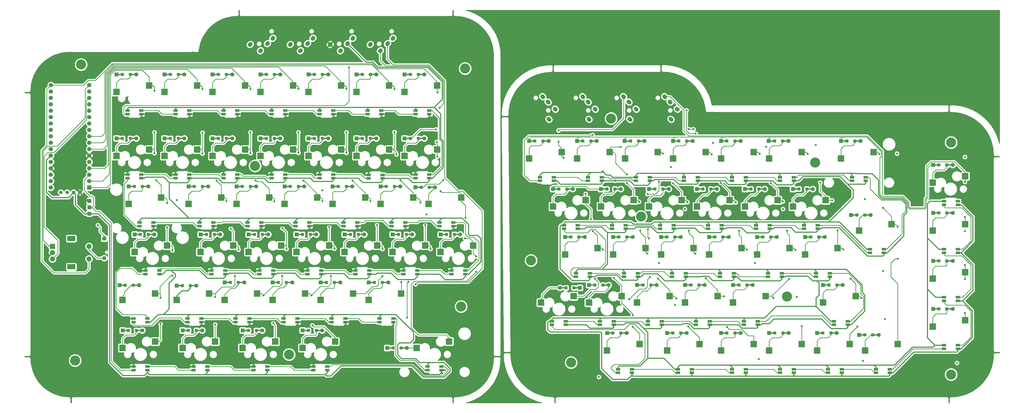
<source format=gbl>
G04 #@! TF.GenerationSoftware,KiCad,Pcbnew,(5.1.5)-3*
G04 #@! TF.CreationDate,2021-06-27T16:27:36-05:00*
G04 #@! TF.ProjectId,SplitKeyboard,53706c69-744b-4657-9962-6f6172642e6b,rev?*
G04 #@! TF.SameCoordinates,Original*
G04 #@! TF.FileFunction,Copper,L2,Bot*
G04 #@! TF.FilePolarity,Positive*
%FSLAX46Y46*%
G04 Gerber Fmt 4.6, Leading zero omitted, Abs format (unit mm)*
G04 Created by KiCad (PCBNEW (5.1.5)-3) date 2021-06-27 16:27:36*
%MOMM*%
%LPD*%
G04 APERTURE LIST*
%ADD10C,0.500000*%
%ADD11C,4.000000*%
%ADD12R,2.550000X2.500000*%
%ADD13R,1.200000X1.200000*%
%ADD14R,1.600000X1.600000*%
%ADD15C,1.600000*%
%ADD16R,2.500000X0.500000*%
%ADD17C,1.600000*%
%ADD18R,1.700000X1.000000*%
%ADD19C,1.397000*%
%ADD20R,1.524000X1.524000*%
%ADD21C,1.700000*%
%ADD22R,1.700000X1.700000*%
%ADD23R,2.000000X2.000000*%
%ADD24C,2.000000*%
%ADD25R,3.200000X2.000000*%
%ADD26C,0.800000*%
%ADD27C,0.250000*%
%ADD28C,0.400000*%
%ADD29C,0.254000*%
G04 APERTURE END LIST*
D10*
X109796000Y-109811000D03*
X107676000Y-109811000D03*
X107676000Y-111931000D03*
X109796000Y-111931000D03*
X108736000Y-109371000D03*
X108736000Y-112371000D03*
X107236000Y-110871000D03*
X110236000Y-110871000D03*
D11*
X108736000Y-110871000D03*
D10*
X123297500Y-184677500D03*
X121177500Y-184677500D03*
X121177500Y-186797500D03*
X123297500Y-186797500D03*
X122237500Y-184237500D03*
X122237500Y-187237500D03*
X120737500Y-185737500D03*
X123737500Y-185737500D03*
D11*
X122237500Y-185737500D03*
D10*
X191560000Y-165627500D03*
X189440000Y-165627500D03*
X189440000Y-167747500D03*
X191560000Y-167747500D03*
X190500000Y-165187500D03*
X190500000Y-168187500D03*
X189000000Y-166687500D03*
X192000000Y-166687500D03*
D11*
X190500000Y-166687500D03*
D10*
X193147500Y-71171250D03*
X191027500Y-71171250D03*
X191027500Y-73291250D03*
X193147500Y-73291250D03*
X192087500Y-70731250D03*
X192087500Y-73731250D03*
X190587500Y-72231250D03*
X193587500Y-72231250D03*
D11*
X192087500Y-72231250D03*
D10*
X40747500Y-69583750D03*
X38627500Y-69583750D03*
X38627500Y-71703750D03*
X40747500Y-71703750D03*
X39687500Y-69143750D03*
X39687500Y-72143750D03*
X38187500Y-70643750D03*
X41187500Y-70643750D03*
D11*
X39687500Y-70643750D03*
D10*
X38366250Y-187058750D03*
X36246250Y-187058750D03*
X36246250Y-189178750D03*
X38366250Y-189178750D03*
X37306250Y-186618750D03*
X37306250Y-189618750D03*
X35806250Y-188118750D03*
X38806250Y-188118750D03*
D11*
X37306250Y-188118750D03*
D12*
X104806750Y-78994000D03*
X91879750Y-81534000D03*
D11*
X261937500Y-130968750D03*
D10*
X263437500Y-130968750D03*
X260437500Y-130968750D03*
X261937500Y-132468750D03*
X261937500Y-129468750D03*
X262997500Y-132028750D03*
X260877500Y-132028750D03*
X260877500Y-129908750D03*
X262997500Y-129908750D03*
D12*
X265107750Y-127031750D03*
X278034750Y-124491750D03*
D11*
X234156250Y-188912500D03*
D10*
X235656250Y-188912500D03*
X232656250Y-188912500D03*
X234156250Y-190412500D03*
X234156250Y-187412500D03*
X235216250Y-189972500D03*
X233096250Y-189972500D03*
X233096250Y-187852500D03*
X235216250Y-187852500D03*
D11*
X218281250Y-148431250D03*
D10*
X219781250Y-148431250D03*
X216781250Y-148431250D03*
X218281250Y-149931250D03*
X218281250Y-146931250D03*
X219341250Y-149491250D03*
X217221250Y-149491250D03*
X217221250Y-147371250D03*
X219341250Y-147371250D03*
D11*
X250031250Y-92075000D03*
D10*
X251531250Y-92075000D03*
X248531250Y-92075000D03*
X250031250Y-93575000D03*
X250031250Y-90575000D03*
X251091250Y-93135000D03*
X248971250Y-93135000D03*
X248971250Y-91015000D03*
X251091250Y-91015000D03*
D11*
X384968750Y-101600000D03*
D10*
X386468750Y-101600000D03*
X383468750Y-101600000D03*
X384968750Y-103100000D03*
X384968750Y-100100000D03*
X386028750Y-102660000D03*
X383908750Y-102660000D03*
X383908750Y-100540000D03*
X386028750Y-100540000D03*
D11*
X330993750Y-109537500D03*
D10*
X332493750Y-109537500D03*
X329493750Y-109537500D03*
X330993750Y-111037500D03*
X330993750Y-108037500D03*
X332053750Y-110597500D03*
X329933750Y-110597500D03*
X329933750Y-108477500D03*
X332053750Y-108477500D03*
D11*
X384968750Y-193675000D03*
D10*
X386468750Y-193675000D03*
X383468750Y-193675000D03*
X384968750Y-195175000D03*
X384968750Y-192175000D03*
X386028750Y-194735000D03*
X383908750Y-194735000D03*
X383908750Y-192615000D03*
X386028750Y-192615000D03*
X320941250Y-161658750D03*
X318821250Y-161658750D03*
X318821250Y-163778750D03*
X320941250Y-163778750D03*
X319881250Y-161218750D03*
X319881250Y-164218750D03*
X318381250Y-162718750D03*
X321381250Y-162718750D03*
D11*
X319881250Y-162718750D03*
D13*
X246780250Y-158146750D03*
X243630250Y-158146750D03*
D14*
X241305250Y-158146750D03*
D15*
X249105250Y-158146750D03*
D16*
X242505250Y-158146750D03*
X247905250Y-158146750D03*
D13*
X308692750Y-120046750D03*
X305542750Y-120046750D03*
D14*
X303217750Y-120046750D03*
D15*
X311017750Y-120046750D03*
D16*
X304417750Y-120046750D03*
X309817750Y-120046750D03*
D13*
X275355250Y-139096750D03*
X272205250Y-139096750D03*
D14*
X269880250Y-139096750D03*
D15*
X277680250Y-139096750D03*
D16*
X271080250Y-139096750D03*
X276480250Y-139096750D03*
D13*
X280105250Y-100996750D03*
X276955250Y-100996750D03*
D14*
X274630250Y-100996750D03*
D15*
X282430250Y-100996750D03*
D16*
X275830250Y-100996750D03*
X281230250Y-100996750D03*
D13*
X260940750Y-100996750D03*
X257790750Y-100996750D03*
D14*
X255465750Y-100996750D03*
D15*
X263265750Y-100996750D03*
D16*
X256665750Y-100996750D03*
X262065750Y-100996750D03*
D13*
X270592750Y-120046750D03*
X267442750Y-120046750D03*
D14*
X265117750Y-120046750D03*
D15*
X272917750Y-120046750D03*
D16*
X266317750Y-120046750D03*
X271717750Y-120046750D03*
D13*
X242017750Y-100996750D03*
X238867750Y-100996750D03*
D14*
X236542750Y-100996750D03*
D15*
X244342750Y-100996750D03*
D16*
X237742750Y-100996750D03*
X243142750Y-100996750D03*
D13*
X313455250Y-139096750D03*
X310305250Y-139096750D03*
D14*
X307980250Y-139096750D03*
D15*
X315780250Y-139096750D03*
D16*
X309180250Y-139096750D03*
X314580250Y-139096750D03*
D13*
X303930250Y-158146750D03*
X300780250Y-158146750D03*
D14*
X298455250Y-158146750D03*
D15*
X306255250Y-158146750D03*
D16*
X299655250Y-158146750D03*
X305055250Y-158146750D03*
D13*
X222967750Y-100996750D03*
X219817750Y-100996750D03*
D14*
X217492750Y-100996750D03*
D15*
X225292750Y-100996750D03*
D16*
X218692750Y-100996750D03*
X224092750Y-100996750D03*
D13*
X256305250Y-139096750D03*
X253155250Y-139096750D03*
D14*
X250830250Y-139096750D03*
D15*
X258630250Y-139096750D03*
D16*
X252030250Y-139096750D03*
X257430250Y-139096750D03*
D13*
X253924000Y-177196750D03*
X250774000Y-177196750D03*
D14*
X248449000Y-177196750D03*
D15*
X256249000Y-177196750D03*
D16*
X249649000Y-177196750D03*
X255049000Y-177196750D03*
D13*
X299167750Y-100996750D03*
X296017750Y-100996750D03*
D14*
X293692750Y-100996750D03*
D15*
X301492750Y-100996750D03*
D16*
X294892750Y-100996750D03*
X300292750Y-100996750D03*
D13*
X289642750Y-120046750D03*
X286492750Y-120046750D03*
D14*
X284167750Y-120046750D03*
D15*
X291967750Y-120046750D03*
D16*
X285367750Y-120046750D03*
X290767750Y-120046750D03*
D13*
X294405250Y-139096750D03*
X291255250Y-139096750D03*
D14*
X288930250Y-139096750D03*
D15*
X296730250Y-139096750D03*
D16*
X290130250Y-139096750D03*
X295530250Y-139096750D03*
D13*
X327742750Y-120046750D03*
X324592750Y-120046750D03*
D14*
X322267750Y-120046750D03*
D15*
X330067750Y-120046750D03*
D16*
X323467750Y-120046750D03*
X328867750Y-120046750D03*
D13*
X284880250Y-158146750D03*
X281730250Y-158146750D03*
D14*
X279405250Y-158146750D03*
D15*
X287205250Y-158146750D03*
D16*
X280605250Y-158146750D03*
X286005250Y-158146750D03*
D13*
X232492750Y-120046750D03*
X229342750Y-120046750D03*
D14*
X227017750Y-120046750D03*
D15*
X234817750Y-120046750D03*
D16*
X228217750Y-120046750D03*
X233617750Y-120046750D03*
D13*
X265830250Y-158146750D03*
X262680250Y-158146750D03*
D14*
X260355250Y-158146750D03*
D15*
X268155250Y-158146750D03*
D16*
X261555250Y-158146750D03*
X266955250Y-158146750D03*
D13*
X237255250Y-139096750D03*
X234105250Y-139096750D03*
D14*
X231780250Y-139096750D03*
D15*
X239580250Y-139096750D03*
D16*
X232980250Y-139096750D03*
X238380250Y-139096750D03*
D13*
X318090750Y-100996750D03*
X314940750Y-100996750D03*
D14*
X312615750Y-100996750D03*
D15*
X320415750Y-100996750D03*
D16*
X313815750Y-100996750D03*
X319215750Y-100996750D03*
D13*
X251542750Y-120046750D03*
X248392750Y-120046750D03*
D14*
X246067750Y-120046750D03*
D15*
X253867750Y-120046750D03*
D16*
X247267750Y-120046750D03*
X252667750Y-120046750D03*
D13*
X232136750Y-159289750D03*
X235286750Y-159289750D03*
D14*
X237611750Y-159289750D03*
D15*
X229811750Y-159289750D03*
D16*
X236411750Y-159289750D03*
X231011750Y-159289750D03*
D13*
X350761500Y-130365500D03*
X347611500Y-130365500D03*
D14*
X345286500Y-130365500D03*
D15*
X353086500Y-130365500D03*
D16*
X346486500Y-130365500D03*
X351886500Y-130365500D03*
D13*
X383305250Y-129571750D03*
X380155250Y-129571750D03*
D14*
X377830250Y-129571750D03*
D15*
X385630250Y-129571750D03*
D16*
X379030250Y-129571750D03*
X384430250Y-129571750D03*
D12*
X293682750Y-184181750D03*
X306609750Y-181641750D03*
D13*
X277736500Y-177196750D03*
X274586500Y-177196750D03*
D14*
X272261500Y-177196750D03*
D15*
X280061500Y-177196750D03*
D16*
X273461500Y-177196750D03*
X278861500Y-177196750D03*
D12*
X236532750Y-107981750D03*
X249459750Y-105441750D03*
X331782750Y-184181750D03*
X344709750Y-181641750D03*
X350832750Y-184181750D03*
X363759750Y-181641750D03*
D13*
X346780250Y-100996750D03*
X343630250Y-100996750D03*
D14*
X341305250Y-100996750D03*
D15*
X349105250Y-100996750D03*
D16*
X342505250Y-100996750D03*
X347905250Y-100996750D03*
D13*
X337267750Y-177196750D03*
X334117750Y-177196750D03*
D14*
X331792750Y-177196750D03*
D15*
X339592750Y-177196750D03*
D16*
X332992750Y-177196750D03*
X338392750Y-177196750D03*
D13*
X383305250Y-110521750D03*
X380155250Y-110521750D03*
D14*
X377830250Y-110521750D03*
D15*
X385630250Y-110521750D03*
D16*
X379030250Y-110521750D03*
X384430250Y-110521750D03*
D13*
X353936500Y-177990500D03*
X350786500Y-177990500D03*
D14*
X348461500Y-177990500D03*
D15*
X356261500Y-177990500D03*
D16*
X349661500Y-177990500D03*
X355061500Y-177990500D03*
D12*
X217482750Y-107981750D03*
X230409750Y-105441750D03*
X312732750Y-184181750D03*
X325659750Y-181641750D03*
D13*
X318217750Y-177196750D03*
X315067750Y-177196750D03*
D14*
X312742750Y-177196750D03*
D15*
X320542750Y-177196750D03*
D16*
X313942750Y-177196750D03*
X319342750Y-177196750D03*
D13*
X383305250Y-167671750D03*
X380155250Y-167671750D03*
D14*
X377830250Y-167671750D03*
D15*
X385630250Y-167671750D03*
D16*
X379030250Y-167671750D03*
X384430250Y-167671750D03*
D13*
X299167750Y-177196750D03*
X296017750Y-177196750D03*
D14*
X293692750Y-177196750D03*
D15*
X301492750Y-177196750D03*
D16*
X294892750Y-177196750D03*
X300292750Y-177196750D03*
D12*
X274632750Y-107981750D03*
X287559750Y-105441750D03*
X255582750Y-107981750D03*
X268509750Y-105441750D03*
X288920250Y-146081750D03*
X301847250Y-143541750D03*
D13*
X332505250Y-139096750D03*
X329355250Y-139096750D03*
D14*
X327030250Y-139096750D03*
D15*
X334830250Y-139096750D03*
D16*
X328230250Y-139096750D03*
X333630250Y-139096750D03*
D13*
X339649000Y-158146750D03*
X336499000Y-158146750D03*
D14*
X334174000Y-158146750D03*
D15*
X341974000Y-158146750D03*
D16*
X335374000Y-158146750D03*
X340774000Y-158146750D03*
D13*
X383305250Y-148621750D03*
X380155250Y-148621750D03*
D14*
X377830250Y-148621750D03*
D15*
X385630250Y-148621750D03*
D16*
X379030250Y-148621750D03*
X384430250Y-148621750D03*
D12*
X293682750Y-107981750D03*
X306609750Y-105441750D03*
X227007750Y-127031750D03*
X239934750Y-124491750D03*
D17*
X225234040Y-92215731D02*
X225516882Y-92498573D01*
X227708914Y-88185223D02*
X227991756Y-88468065D01*
X222759166Y-83235475D02*
X223042008Y-83518317D01*
X224880487Y-85356795D02*
X225163329Y-85639637D01*
X241109040Y-92215731D02*
X241391882Y-92498573D01*
X243583914Y-88185223D02*
X243866756Y-88468065D01*
X238634166Y-83235475D02*
X238917008Y-83518317D01*
X240755487Y-85356795D02*
X241038329Y-85639637D01*
X273652790Y-92215731D02*
X273935632Y-92498573D01*
X276127664Y-88185223D02*
X276410506Y-88468065D01*
X271177916Y-83235475D02*
X271460758Y-83518317D01*
X273299237Y-85356795D02*
X273582079Y-85639637D01*
D12*
X307970250Y-146081750D03*
X320897250Y-143541750D03*
D17*
X257323632Y-92215731D02*
X257606474Y-92498573D01*
X259798506Y-88185223D02*
X260081348Y-88468065D01*
X254848758Y-83235475D02*
X255131600Y-83518317D01*
X256970079Y-85356795D02*
X257252921Y-85639637D01*
D12*
X327020250Y-146081750D03*
X339947250Y-143541750D03*
D18*
X221817750Y-116778000D03*
X221817750Y-115378000D03*
X227317750Y-116778000D03*
X227317750Y-115378000D03*
X343999000Y-172528000D03*
X343999000Y-173928000D03*
X338499000Y-172528000D03*
X338499000Y-173928000D03*
D12*
X272251500Y-184181750D03*
X285178500Y-181641750D03*
X334164000Y-165131750D03*
X347091000Y-162591750D03*
X341307750Y-107981750D03*
X354234750Y-105441750D03*
D18*
X240867750Y-116778000D03*
X240867750Y-115378000D03*
X246367750Y-116778000D03*
X246367750Y-115378000D03*
D12*
X348451500Y-136556750D03*
X361378500Y-134016750D03*
X248439000Y-184181750D03*
X261366000Y-181641750D03*
D18*
X259917750Y-116778000D03*
X259917750Y-115378000D03*
X265417750Y-116778000D03*
X265417750Y-115378000D03*
X284467750Y-115378000D03*
X284467750Y-116778000D03*
X278967750Y-115378000D03*
X278967750Y-116778000D03*
X270180250Y-172528000D03*
X270180250Y-173928000D03*
X264680250Y-172528000D03*
X264680250Y-173928000D03*
X289230250Y-172528000D03*
X289230250Y-173928000D03*
X283730250Y-172528000D03*
X283730250Y-173928000D03*
X331355250Y-154878000D03*
X331355250Y-153478000D03*
X336855250Y-154878000D03*
X336855250Y-153478000D03*
X312305250Y-154878000D03*
X312305250Y-153478000D03*
X317805250Y-154878000D03*
X317805250Y-153478000D03*
X293255250Y-154878000D03*
X293255250Y-153478000D03*
X298755250Y-154878000D03*
X298755250Y-153478000D03*
X308280250Y-172528000D03*
X308280250Y-173928000D03*
X302780250Y-172528000D03*
X302780250Y-173928000D03*
X351142750Y-115378000D03*
X351142750Y-116778000D03*
X345642750Y-115378000D03*
X345642750Y-116778000D03*
X251130250Y-172528000D03*
X251130250Y-173928000D03*
X245630250Y-172528000D03*
X245630250Y-173928000D03*
X274205250Y-154878000D03*
X274205250Y-153478000D03*
X279705250Y-154878000D03*
X279705250Y-153478000D03*
X258274000Y-191578000D03*
X258274000Y-192978000D03*
X252774000Y-191578000D03*
X252774000Y-192978000D03*
X322567750Y-115378000D03*
X322567750Y-116778000D03*
X317067750Y-115378000D03*
X317067750Y-116778000D03*
X255155250Y-154878000D03*
X255155250Y-153478000D03*
X260655250Y-154878000D03*
X260655250Y-153478000D03*
X303517750Y-115378000D03*
X303517750Y-116778000D03*
X298017750Y-115378000D03*
X298017750Y-116778000D03*
X232080250Y-172528000D03*
X232080250Y-173928000D03*
X226580250Y-172528000D03*
X226580250Y-173928000D03*
X282086500Y-191578000D03*
X282086500Y-192978000D03*
X276586500Y-191578000D03*
X276586500Y-192978000D03*
X326592750Y-135828000D03*
X326592750Y-134428000D03*
X332092750Y-135828000D03*
X332092750Y-134428000D03*
X352786500Y-145353000D03*
X352786500Y-143953000D03*
X358286500Y-145353000D03*
X358286500Y-143953000D03*
X241605250Y-153478000D03*
X241605250Y-154878000D03*
X236105250Y-153478000D03*
X236105250Y-154878000D03*
X303517750Y-191578000D03*
X303517750Y-192978000D03*
X298017750Y-191578000D03*
X298017750Y-192978000D03*
X250392750Y-135828000D03*
X250392750Y-134428000D03*
X255892750Y-135828000D03*
X255892750Y-134428000D03*
X231342750Y-135828000D03*
X231342750Y-134428000D03*
X236842750Y-135828000D03*
X236842750Y-134428000D03*
D12*
X303207750Y-127031750D03*
X316134750Y-124491750D03*
X377661500Y-136556750D03*
X390588500Y-134016750D03*
X322257750Y-127031750D03*
X335184750Y-124491750D03*
X260345250Y-165131750D03*
X273272250Y-162591750D03*
X279395250Y-165131750D03*
X292322250Y-162591750D03*
X312732750Y-107981750D03*
X325659750Y-105441750D03*
X298445250Y-165131750D03*
X311372250Y-162591750D03*
X269870250Y-146081750D03*
X282797250Y-143541750D03*
X246057750Y-127031750D03*
X258984750Y-124491750D03*
X222245250Y-165131750D03*
X235172250Y-162591750D03*
X377661500Y-174656750D03*
X390588500Y-172116750D03*
X377661500Y-117506750D03*
X390588500Y-114966750D03*
X231770250Y-146081750D03*
X244697250Y-143541750D03*
X250820250Y-146081750D03*
X263747250Y-143541750D03*
X241295250Y-165131750D03*
X254222250Y-162591750D03*
X284157750Y-127031750D03*
X297084750Y-124491750D03*
X377661500Y-155606750D03*
X390588500Y-153066750D03*
D18*
X341617750Y-191578000D03*
X341617750Y-192978000D03*
X336117750Y-191578000D03*
X336117750Y-192978000D03*
X387655250Y-124903000D03*
X387655250Y-126303000D03*
X382155250Y-124903000D03*
X382155250Y-126303000D03*
X387655250Y-143953000D03*
X387655250Y-145353000D03*
X382155250Y-143953000D03*
X382155250Y-145353000D03*
X387655250Y-182053000D03*
X387655250Y-183453000D03*
X382155250Y-182053000D03*
X382155250Y-183453000D03*
X387655250Y-163003000D03*
X387655250Y-164403000D03*
X382155250Y-163003000D03*
X382155250Y-164403000D03*
X307542750Y-135828000D03*
X307542750Y-134428000D03*
X313042750Y-135828000D03*
X313042750Y-134428000D03*
X360667750Y-191578000D03*
X360667750Y-192978000D03*
X355167750Y-191578000D03*
X355167750Y-192978000D03*
X322567750Y-191578000D03*
X322567750Y-192978000D03*
X317067750Y-191578000D03*
X317067750Y-192978000D03*
X288492750Y-135828000D03*
X288492750Y-134428000D03*
X293992750Y-135828000D03*
X293992750Y-134428000D03*
X269442750Y-135828000D03*
X269442750Y-134428000D03*
X274942750Y-135828000D03*
X274942750Y-134428000D03*
D12*
X181006750Y-104394000D03*
X168079750Y-106934000D03*
X190531750Y-123444000D03*
X177604750Y-125984000D03*
X152431750Y-123444000D03*
X139504750Y-125984000D03*
D18*
X182677250Y-190530250D03*
X182677250Y-191930250D03*
X177177250Y-190530250D03*
X177177250Y-191930250D03*
D19*
X39274750Y-121380250D03*
X36734750Y-121380250D03*
X34194750Y-121380250D03*
X31654750Y-121380250D03*
D20*
X42989500Y-124777500D03*
X42989500Y-127317500D03*
X42989500Y-129857500D03*
D18*
X159289750Y-114424000D03*
X159289750Y-115824000D03*
X153789750Y-114424000D03*
X153789750Y-115824000D03*
X139814750Y-114330250D03*
X139814750Y-115730250D03*
X134314750Y-114330250D03*
X134314750Y-115730250D03*
X65996000Y-171480250D03*
X65996000Y-172880250D03*
X60496000Y-171480250D03*
X60496000Y-172880250D03*
X81927250Y-172880250D03*
X81927250Y-171480250D03*
X87427250Y-172880250D03*
X87427250Y-171480250D03*
X120764750Y-114330250D03*
X120764750Y-115730250D03*
X115264750Y-114330250D03*
X115264750Y-115730250D03*
X100977250Y-172880250D03*
X100977250Y-171480250D03*
X106477250Y-172880250D03*
X106477250Y-171480250D03*
X177914750Y-114330250D03*
X177914750Y-115730250D03*
X172414750Y-114330250D03*
X172414750Y-115730250D03*
X70758500Y-152430250D03*
X70758500Y-153830250D03*
X65258500Y-152430250D03*
X65258500Y-153830250D03*
X96214750Y-115730250D03*
X96214750Y-114330250D03*
X101714750Y-115730250D03*
X101714750Y-114330250D03*
X120027250Y-172880250D03*
X120027250Y-171480250D03*
X125527250Y-172880250D03*
X125527250Y-171480250D03*
X172414750Y-90330250D03*
X172414750Y-88930250D03*
X177914750Y-90330250D03*
X177914750Y-88930250D03*
X96952250Y-152430250D03*
X96952250Y-153830250D03*
X91452250Y-152430250D03*
X91452250Y-153830250D03*
X77164750Y-115730250D03*
X77164750Y-114330250D03*
X82664750Y-115730250D03*
X82664750Y-114330250D03*
X144577250Y-171480250D03*
X144577250Y-172880250D03*
X139077250Y-171480250D03*
X139077250Y-172880250D03*
X153364750Y-90330250D03*
X153364750Y-88930250D03*
X158864750Y-90330250D03*
X158864750Y-88930250D03*
X116002250Y-152430250D03*
X116002250Y-153830250D03*
X110502250Y-152430250D03*
X110502250Y-153830250D03*
X134314750Y-90330250D03*
X134314750Y-88930250D03*
X139814750Y-90330250D03*
X139814750Y-88930250D03*
X58114750Y-115730250D03*
X58114750Y-114330250D03*
X63614750Y-115730250D03*
X63614750Y-114330250D03*
X129552250Y-153830250D03*
X129552250Y-152430250D03*
X135052250Y-153830250D03*
X135052250Y-152430250D03*
X163627250Y-171480250D03*
X163627250Y-172880250D03*
X158127250Y-171480250D03*
X158127250Y-172880250D03*
X115264750Y-90330250D03*
X115264750Y-88930250D03*
X120764750Y-90330250D03*
X120764750Y-88930250D03*
X68377250Y-133380250D03*
X68377250Y-134780250D03*
X62877250Y-133380250D03*
X62877250Y-134780250D03*
X148602250Y-153830250D03*
X148602250Y-152430250D03*
X154102250Y-153830250D03*
X154102250Y-152430250D03*
X92189750Y-133380250D03*
X92189750Y-134780250D03*
X86689750Y-133380250D03*
X86689750Y-134780250D03*
X131933500Y-191930250D03*
X131933500Y-190530250D03*
X137433500Y-191930250D03*
X137433500Y-190530250D03*
X96214750Y-90330250D03*
X96214750Y-88930250D03*
X101714750Y-90330250D03*
X101714750Y-88930250D03*
X167652250Y-153830250D03*
X167652250Y-152430250D03*
X173152250Y-153830250D03*
X173152250Y-152430250D03*
X111239750Y-133380250D03*
X111239750Y-134780250D03*
X105739750Y-133380250D03*
X105739750Y-134780250D03*
X108121000Y-191930250D03*
X108121000Y-190530250D03*
X113621000Y-191930250D03*
X113621000Y-190530250D03*
X77164750Y-90330250D03*
X77164750Y-88930250D03*
X82664750Y-90330250D03*
X82664750Y-88930250D03*
X186702250Y-153830250D03*
X186702250Y-152430250D03*
X192202250Y-153830250D03*
X192202250Y-152430250D03*
X130289750Y-133380250D03*
X130289750Y-134780250D03*
X124789750Y-133380250D03*
X124789750Y-134780250D03*
X84308500Y-191930250D03*
X84308500Y-190530250D03*
X89808500Y-191930250D03*
X89808500Y-190530250D03*
X58114750Y-90330250D03*
X58114750Y-88930250D03*
X63614750Y-90330250D03*
X63614750Y-88930250D03*
X187439750Y-133380250D03*
X187439750Y-134780250D03*
X181939750Y-133380250D03*
X181939750Y-134780250D03*
X149339750Y-133380250D03*
X149339750Y-134780250D03*
X143839750Y-133380250D03*
X143839750Y-134780250D03*
X168389750Y-133380250D03*
X168389750Y-134780250D03*
X162889750Y-133380250D03*
X162889750Y-134780250D03*
X60496000Y-191930250D03*
X60496000Y-190530250D03*
X65996000Y-191930250D03*
X65996000Y-190530250D03*
D12*
X92900500Y-180594000D03*
X79973500Y-183134000D03*
X71469250Y-123444000D03*
X58542250Y-125984000D03*
X69088000Y-161544000D03*
X56161000Y-164084000D03*
X140525500Y-180594000D03*
X127598500Y-183134000D03*
X69088000Y-180594000D03*
X56161000Y-183134000D03*
X73850500Y-142494000D03*
X60923500Y-145034000D03*
X116713000Y-180594000D03*
X103786000Y-183134000D03*
D17*
X145560955Y-62161737D02*
X145278113Y-62444579D01*
X147682275Y-60040416D02*
X147399433Y-60323258D01*
X142732527Y-64990164D02*
X142449685Y-65273006D01*
X138702019Y-62515290D02*
X138419177Y-62798132D01*
X161435955Y-62161737D02*
X161153113Y-62444579D01*
X163557275Y-60040416D02*
X163274433Y-60323258D01*
X158607527Y-64990164D02*
X158324685Y-65273006D01*
X154577019Y-62515290D02*
X154294177Y-62798132D01*
X113810955Y-62161737D02*
X113528113Y-62444579D01*
X115932275Y-60040416D02*
X115649433Y-60323258D01*
X110982527Y-64990164D02*
X110699685Y-65273006D01*
X106952019Y-62515290D02*
X106669177Y-62798132D01*
X129685955Y-62161737D02*
X129403113Y-62444579D01*
X131807275Y-60040416D02*
X131524433Y-60323258D01*
X126857527Y-64990164D02*
X126574685Y-65273006D01*
X122827019Y-62515290D02*
X122544177Y-62798132D01*
D21*
X42942000Y-78827750D03*
X42942000Y-81367750D03*
X42942000Y-83907750D03*
X42942000Y-86447750D03*
X42942000Y-88987750D03*
X42942000Y-91527750D03*
X42942000Y-94067750D03*
X42942000Y-96607750D03*
X42942000Y-99147750D03*
X42942000Y-101687750D03*
X42942000Y-104227750D03*
X42942000Y-106767750D03*
X42942000Y-109307750D03*
X42942000Y-111847750D03*
X42942000Y-114387750D03*
X42942000Y-116927750D03*
D22*
X42942000Y-119467750D03*
D21*
X27686000Y-78827750D03*
X27686000Y-81367750D03*
X27686000Y-83907750D03*
X27686000Y-86447750D03*
X27686000Y-88987750D03*
X27686000Y-91527750D03*
X27686000Y-94067750D03*
X27686000Y-96607750D03*
X27686000Y-99147750D03*
X27686000Y-101687750D03*
X27686000Y-104227750D03*
X27686000Y-106767750D03*
X27686000Y-109307750D03*
X27686000Y-111847750D03*
X27686000Y-114387750D03*
X27686000Y-116927750D03*
X27686000Y-119467750D03*
D12*
X90519250Y-161544000D03*
X77592250Y-164084000D03*
X109569250Y-161544000D03*
X96642250Y-164084000D03*
X114331750Y-123444000D03*
X101404750Y-125984000D03*
X147669250Y-161544000D03*
X134742250Y-164084000D03*
X171481750Y-123444000D03*
X158554750Y-125984000D03*
X185769250Y-180594000D03*
X172842250Y-183134000D03*
X119094250Y-142494000D03*
X106167250Y-145034000D03*
X95281750Y-123444000D03*
X82354750Y-125984000D03*
X195294250Y-142494000D03*
X182367250Y-145034000D03*
X176244250Y-142494000D03*
X163317250Y-145034000D03*
X181006750Y-78994000D03*
X168079750Y-81534000D03*
X161956750Y-78994000D03*
X149029750Y-81534000D03*
X142906750Y-78994000D03*
X129979750Y-81534000D03*
X123856750Y-78994000D03*
X110929750Y-81534000D03*
X85756750Y-78994000D03*
X72829750Y-81534000D03*
X157194250Y-142494000D03*
X144267250Y-145034000D03*
X66706750Y-78994000D03*
X53779750Y-81534000D03*
X133381750Y-123444000D03*
X120454750Y-125984000D03*
X138144250Y-142494000D03*
X125217250Y-145034000D03*
X128619250Y-161544000D03*
X115692250Y-164084000D03*
X66706750Y-104394000D03*
X53779750Y-106934000D03*
X166719250Y-161544000D03*
X153792250Y-164084000D03*
X100044250Y-142494000D03*
X87117250Y-145034000D03*
X161956750Y-104394000D03*
X149029750Y-106934000D03*
X142906750Y-104394000D03*
X129979750Y-106934000D03*
X123856750Y-104394000D03*
X110929750Y-106934000D03*
X104806750Y-104394000D03*
X91879750Y-106934000D03*
X85756750Y-104394000D03*
X72829750Y-106934000D03*
D23*
X28321000Y-142811500D03*
D24*
X28321000Y-145311500D03*
X28321000Y-147811500D03*
D25*
X35821000Y-139711500D03*
X35821000Y-150911500D03*
D24*
X42821000Y-142811500D03*
X42821000Y-147811500D03*
D15*
X48895000Y-147505250D03*
D14*
X48895000Y-139705250D03*
D16*
X167800000Y-183134000D03*
X162400000Y-183134000D03*
D15*
X169000000Y-183134000D03*
D14*
X161200000Y-183134000D03*
D13*
X163525000Y-183134000D03*
X166675000Y-183134000D03*
D16*
X174689750Y-74549000D03*
X169289750Y-74549000D03*
D15*
X175889750Y-74549000D03*
D14*
X168089750Y-74549000D03*
D13*
X170414750Y-74549000D03*
X173564750Y-74549000D03*
D16*
X155639750Y-74549000D03*
X150239750Y-74549000D03*
D15*
X156839750Y-74549000D03*
D14*
X149039750Y-74549000D03*
D13*
X151364750Y-74549000D03*
X154514750Y-74549000D03*
D16*
X136589750Y-74549000D03*
X131189750Y-74549000D03*
D15*
X137789750Y-74549000D03*
D14*
X129989750Y-74549000D03*
D13*
X132314750Y-74549000D03*
X135464750Y-74549000D03*
D16*
X117539750Y-74549000D03*
X112139750Y-74549000D03*
D15*
X118739750Y-74549000D03*
D14*
X110939750Y-74549000D03*
D13*
X113264750Y-74549000D03*
X116414750Y-74549000D03*
D16*
X98489750Y-74549000D03*
X93089750Y-74549000D03*
D15*
X99689750Y-74549000D03*
D14*
X91889750Y-74549000D03*
D13*
X94214750Y-74549000D03*
X97364750Y-74549000D03*
D16*
X79439750Y-74549000D03*
X74039750Y-74549000D03*
D15*
X80639750Y-74549000D03*
D14*
X72839750Y-74549000D03*
D13*
X75164750Y-74549000D03*
X78314750Y-74549000D03*
D16*
X188977250Y-138049000D03*
X183577250Y-138049000D03*
D15*
X190177250Y-138049000D03*
D14*
X182377250Y-138049000D03*
D13*
X184702250Y-138049000D03*
X187852250Y-138049000D03*
D16*
X178976000Y-119380000D03*
X173576000Y-119380000D03*
D15*
X180176000Y-119380000D03*
D14*
X172376000Y-119380000D03*
D13*
X174701000Y-119380000D03*
X177851000Y-119380000D03*
D16*
X174689750Y-99949000D03*
X169289750Y-99949000D03*
D15*
X175889750Y-99949000D03*
D14*
X168089750Y-99949000D03*
D13*
X170414750Y-99949000D03*
X173564750Y-99949000D03*
D16*
X160402250Y-157099000D03*
X155002250Y-157099000D03*
D15*
X161602250Y-157099000D03*
D14*
X153802250Y-157099000D03*
D13*
X156127250Y-157099000D03*
X159277250Y-157099000D03*
D16*
X169927250Y-138049000D03*
X164527250Y-138049000D03*
D15*
X171127250Y-138049000D03*
D14*
X163327250Y-138049000D03*
D13*
X165652250Y-138049000D03*
X168802250Y-138049000D03*
D16*
X165164750Y-118999000D03*
X159764750Y-118999000D03*
D15*
X166364750Y-118999000D03*
D14*
X158564750Y-118999000D03*
D13*
X160889750Y-118999000D03*
X164039750Y-118999000D03*
D16*
X155639750Y-99949000D03*
X150239750Y-99949000D03*
D15*
X156839750Y-99949000D03*
D14*
X149039750Y-99949000D03*
D13*
X151364750Y-99949000D03*
X154514750Y-99949000D03*
D16*
X60389750Y-74549000D03*
X54989750Y-74549000D03*
D15*
X61589750Y-74549000D03*
D14*
X53789750Y-74549000D03*
D13*
X56114750Y-74549000D03*
X59264750Y-74549000D03*
D16*
X141352250Y-157099000D03*
X135952250Y-157099000D03*
D15*
X142552250Y-157099000D03*
D14*
X134752250Y-157099000D03*
D13*
X137077250Y-157099000D03*
X140227250Y-157099000D03*
D16*
X150877250Y-138049000D03*
X145477250Y-138049000D03*
D15*
X152077250Y-138049000D03*
D14*
X144277250Y-138049000D03*
D13*
X146602250Y-138049000D03*
X149752250Y-138049000D03*
D16*
X146114750Y-118999000D03*
X140714750Y-118999000D03*
D15*
X147314750Y-118999000D03*
D14*
X139514750Y-118999000D03*
D13*
X141839750Y-118999000D03*
X144989750Y-118999000D03*
D16*
X136589750Y-99949000D03*
X131189750Y-99949000D03*
D15*
X137789750Y-99949000D03*
D14*
X129989750Y-99949000D03*
D13*
X132314750Y-99949000D03*
X135464750Y-99949000D03*
D16*
X134208500Y-176149000D03*
X128808500Y-176149000D03*
D15*
X135408500Y-176149000D03*
D14*
X127608500Y-176149000D03*
D13*
X129933500Y-176149000D03*
X133083500Y-176149000D03*
D16*
X122302250Y-157099000D03*
X116902250Y-157099000D03*
D15*
X123502250Y-157099000D03*
D14*
X115702250Y-157099000D03*
D13*
X118027250Y-157099000D03*
X121177250Y-157099000D03*
D16*
X131827250Y-138049000D03*
X126427250Y-138049000D03*
D15*
X133027250Y-138049000D03*
D14*
X125227250Y-138049000D03*
D13*
X127552250Y-138049000D03*
X130702250Y-138049000D03*
D16*
X127064750Y-118999000D03*
X121664750Y-118999000D03*
D15*
X128264750Y-118999000D03*
D14*
X120464750Y-118999000D03*
D13*
X122789750Y-118999000D03*
X125939750Y-118999000D03*
D16*
X117539750Y-99949000D03*
X112139750Y-99949000D03*
D15*
X118739750Y-99949000D03*
D14*
X110939750Y-99949000D03*
D13*
X113264750Y-99949000D03*
X116414750Y-99949000D03*
D16*
X110396000Y-176149000D03*
X104996000Y-176149000D03*
D15*
X111596000Y-176149000D03*
D14*
X103796000Y-176149000D03*
D13*
X106121000Y-176149000D03*
X109271000Y-176149000D03*
D16*
X103252250Y-157099000D03*
X97852250Y-157099000D03*
D15*
X104452250Y-157099000D03*
D14*
X96652250Y-157099000D03*
D13*
X98977250Y-157099000D03*
X102127250Y-157099000D03*
D16*
X112777250Y-138049000D03*
X107377250Y-138049000D03*
D15*
X113977250Y-138049000D03*
D14*
X106177250Y-138049000D03*
D13*
X108502250Y-138049000D03*
X111652250Y-138049000D03*
D16*
X108014750Y-118999000D03*
X102614750Y-118999000D03*
D15*
X109214750Y-118999000D03*
D14*
X101414750Y-118999000D03*
D13*
X103739750Y-118999000D03*
X106889750Y-118999000D03*
D16*
X98489750Y-99949000D03*
X93089750Y-99949000D03*
D15*
X99689750Y-99949000D03*
D14*
X91889750Y-99949000D03*
D13*
X94214750Y-99949000D03*
X97364750Y-99949000D03*
D16*
X86583500Y-176149000D03*
X81183500Y-176149000D03*
D15*
X87783500Y-176149000D03*
D14*
X79983500Y-176149000D03*
D13*
X82308500Y-176149000D03*
X85458500Y-176149000D03*
D16*
X84202250Y-158369000D03*
X78802250Y-158369000D03*
D15*
X85402250Y-158369000D03*
D14*
X77602250Y-158369000D03*
D13*
X79927250Y-158369000D03*
X83077250Y-158369000D03*
D16*
X93727250Y-138049000D03*
X88327250Y-138049000D03*
D15*
X94927250Y-138049000D03*
D14*
X87127250Y-138049000D03*
D13*
X89452250Y-138049000D03*
X92602250Y-138049000D03*
D16*
X88964750Y-118999000D03*
X83564750Y-118999000D03*
D15*
X90164750Y-118999000D03*
D14*
X82364750Y-118999000D03*
D13*
X84689750Y-118999000D03*
X87839750Y-118999000D03*
D16*
X79439750Y-99949000D03*
X74039750Y-99949000D03*
D15*
X80639750Y-99949000D03*
D14*
X72839750Y-99949000D03*
D13*
X75164750Y-99949000D03*
X78314750Y-99949000D03*
D16*
X62771000Y-176149000D03*
X57371000Y-176149000D03*
D15*
X63971000Y-176149000D03*
D14*
X56171000Y-176149000D03*
D13*
X58496000Y-176149000D03*
X61646000Y-176149000D03*
D16*
X61501000Y-158242000D03*
X56101000Y-158242000D03*
D15*
X62701000Y-158242000D03*
D14*
X54901000Y-158242000D03*
D13*
X57226000Y-158242000D03*
X60376000Y-158242000D03*
D16*
X67533500Y-138049000D03*
X62133500Y-138049000D03*
D15*
X68733500Y-138049000D03*
D14*
X60933500Y-138049000D03*
D13*
X63258500Y-138049000D03*
X66408500Y-138049000D03*
D16*
X65152250Y-118999000D03*
X59752250Y-118999000D03*
D15*
X66352250Y-118999000D03*
D14*
X58552250Y-118999000D03*
D13*
X60877250Y-118999000D03*
X64027250Y-118999000D03*
D16*
X60389750Y-99949000D03*
X54989750Y-99949000D03*
D15*
X61589750Y-99949000D03*
D14*
X53789750Y-99949000D03*
D13*
X56114750Y-99949000D03*
X59264750Y-99949000D03*
D26*
X135477250Y-120586500D03*
X176752250Y-130111500D03*
X77724000Y-124460000D03*
X363505750Y-105981500D03*
X350774000Y-124015500D03*
X264445750Y-122078750D03*
X265080750Y-139731750D03*
X269017750Y-117125750D03*
X257206750Y-163861750D03*
X264680751Y-136067749D03*
X265461750Y-154971750D03*
X390461500Y-107346750D03*
X318230250Y-127984250D03*
X245205250Y-194659250D03*
X331247750Y-102647750D03*
X311562750Y-103282750D03*
X290449000Y-101790500D03*
X279336500Y-127984250D03*
X323786500Y-162909250D03*
X275367750Y-166084250D03*
X349980250Y-188309250D03*
X358711500Y-171640500D03*
X307117750Y-149415500D03*
X269017750Y-149415500D03*
X357917750Y-152590500D03*
X246665750Y-113061750D03*
X308705250Y-187515500D03*
X251712500Y-116778000D03*
X342201500Y-144018000D03*
X347757750Y-174656750D03*
X333025750Y-117506750D03*
X279939750Y-88804750D03*
X328072750Y-106076750D03*
X337804125Y-124539375D03*
X339947250Y-136493250D03*
X283622750Y-98075750D03*
X345074875Y-155622625D03*
X349329875Y-163305625D03*
X356521250Y-106203250D03*
X280828750Y-96297750D03*
X282733750Y-96297750D03*
X357917750Y-127508000D03*
X363759750Y-135032750D03*
X363759750Y-147732750D03*
X256301875Y-117649625D03*
X261144250Y-125126250D03*
X258635500Y-174752000D03*
X253936500Y-103378000D03*
X258603750Y-170211750D03*
X261621000Y-136587500D03*
X256317750Y-114331750D03*
X264362500Y-145657000D03*
X251110750Y-155352750D03*
X268636750Y-155606750D03*
X275907500Y-163449000D03*
X280670000Y-174561500D03*
X274637500Y-117729000D03*
X270605250Y-106012250D03*
X280321250Y-125253250D03*
X280924000Y-136588500D03*
X283476000Y-145720500D03*
X296068750Y-174847250D03*
X303942750Y-144176750D03*
X287559750Y-155479750D03*
X300767750Y-136683750D03*
X294909875Y-162607625D03*
X289973250Y-106330250D03*
X293560500Y-117602000D03*
X299498250Y-125380250D03*
X242824000Y-136715500D03*
X242030250Y-131953000D03*
X243617750Y-155733750D03*
X229139750Y-101250750D03*
X246792750Y-144112250D03*
X231183750Y-107715750D03*
X229139750Y-96805750D03*
X239934750Y-121951750D03*
X323152000Y-144271500D03*
X320675000Y-155702000D03*
X325659750Y-174466250D03*
X314515500Y-163322000D03*
X313451875Y-117649625D03*
X319817750Y-136556750D03*
X318167250Y-124999250D03*
X309022750Y-106076750D03*
X242728750Y-98583750D03*
X390461500Y-117224875D03*
X390461500Y-150209250D03*
X390461500Y-131159250D03*
X390461500Y-136715500D03*
X390461500Y-155765500D03*
X390461500Y-169259250D03*
X387286500Y-189103000D03*
X273780250Y-111315500D03*
X180467000Y-96393000D03*
X181991000Y-87757000D03*
X172466000Y-157861000D03*
X169037000Y-171069000D03*
X169608500Y-156908500D03*
X46355000Y-134366000D03*
X39116000Y-129794000D03*
X57689750Y-190436500D03*
X174371000Y-63436500D03*
X99758500Y-61055250D03*
X34671000Y-70580250D03*
X31496000Y-163449000D03*
X38639750Y-195992750D03*
X87852250Y-198374000D03*
X152939750Y-197580250D03*
X168814750Y-95186500D03*
X133889750Y-95186500D03*
X78327250Y-95186500D03*
X162464750Y-149161500D03*
X124364750Y-149161500D03*
X81502250Y-148367750D03*
X87852250Y-80422750D03*
X87852250Y-97694750D03*
X87852250Y-105949750D03*
X93424375Y-116633625D03*
X97377250Y-124872750D03*
X99060000Y-135763000D03*
X102139750Y-144113250D03*
X100711000Y-154559000D03*
X92900500Y-162877500D03*
X92900500Y-173799500D03*
X106902250Y-80422750D03*
X106902250Y-97567750D03*
X106902250Y-105822750D03*
X116427250Y-124999750D03*
X119602250Y-135667750D03*
X121189750Y-143859250D03*
X119443500Y-154495500D03*
X112125125Y-162321875D03*
X115982750Y-173323250D03*
X108966000Y-116697125D03*
X125952250Y-80295750D03*
X125952250Y-97567750D03*
X125952250Y-105695750D03*
X135477250Y-124872750D03*
X138144250Y-135159750D03*
X140239750Y-143732250D03*
X138874500Y-154622500D03*
X131111625Y-162258375D03*
X127889000Y-116713000D03*
X131445000Y-174117000D03*
X145002250Y-97567750D03*
X145002250Y-80295750D03*
X145002250Y-105695750D03*
X154527250Y-124872750D03*
X157146625Y-134318375D03*
X159289750Y-154654250D03*
X159289750Y-143859250D03*
X147383500Y-116633625D03*
X164052250Y-80422750D03*
X164052250Y-97440750D03*
X164846000Y-106299000D03*
X176244250Y-134366000D03*
X174371000Y-125476000D03*
X178339750Y-143859250D03*
X166433500Y-116617750D03*
X166751000Y-156972000D03*
X196469000Y-152908000D03*
X196469000Y-146780250D03*
X192024000Y-139573000D03*
X182372000Y-120904000D03*
X181102000Y-107188000D03*
X180848000Y-101346000D03*
X181229000Y-81661000D03*
X192278000Y-131445000D03*
X68802250Y-81057750D03*
X68802250Y-97567750D03*
X68802250Y-105822750D03*
X69516625Y-116538375D03*
X73850500Y-125666500D03*
X73850500Y-135318500D03*
X75946000Y-144399000D03*
X75946000Y-154432000D03*
X71183500Y-163258500D03*
X71183500Y-173545500D03*
X183388000Y-116459000D03*
X146050000Y-71755000D03*
D27*
X293692750Y-99946750D02*
X293692750Y-100996750D01*
X274630250Y-99946750D02*
X274630250Y-100996750D01*
X294230250Y-99409250D02*
X275167750Y-99409250D01*
X256003250Y-99409250D02*
X255465750Y-99946750D01*
X275167750Y-99409250D02*
X256003250Y-99409250D01*
X236542750Y-99946750D02*
X236542750Y-100996750D01*
X237080250Y-99409250D02*
X236542750Y-99946750D01*
X256003250Y-99409250D02*
X237080250Y-99409250D01*
X218030250Y-99409250D02*
X217492750Y-99946750D01*
X217492750Y-99946750D02*
X217492750Y-100996750D01*
X312615750Y-99946750D02*
X312615750Y-100996750D01*
X341305250Y-99946750D02*
X341305250Y-100996750D01*
X218217750Y-99409250D02*
X219805250Y-99409250D01*
X255465750Y-99946750D02*
X255465750Y-100996750D01*
X218217750Y-99409250D02*
X218030250Y-99409250D01*
X313153250Y-99409250D02*
X312615750Y-99946750D01*
X341842750Y-99409250D02*
X313153250Y-99409250D01*
X341842750Y-99409250D02*
X341305250Y-99946750D01*
X294230250Y-99409250D02*
X293692750Y-99946750D01*
X313153250Y-99409250D02*
X294230250Y-99409250D01*
X275167750Y-99409250D02*
X274630250Y-99946750D01*
X357883730Y-123441730D02*
X356664760Y-122222760D01*
X375045740Y-127429760D02*
X374554750Y-127920750D01*
X365738206Y-123441730D02*
X357883730Y-123441730D01*
X367857770Y-127319770D02*
X367857769Y-125561293D01*
X367857769Y-125561293D02*
X365738206Y-123441730D01*
X377830250Y-110521750D02*
X376780250Y-110521750D01*
X375697750Y-111604250D02*
X375697750Y-123475750D01*
X375045740Y-124127760D02*
X375045740Y-127429760D01*
X356664760Y-107710740D02*
X357282750Y-107092750D01*
X357282750Y-107092750D02*
X357282750Y-105187750D01*
X357282750Y-105187750D02*
X351504250Y-99409250D01*
X351504250Y-99409250D02*
X341842750Y-99409250D01*
X237080250Y-99409250D02*
X218217750Y-99409250D01*
X374554750Y-127920750D02*
X368458750Y-127920750D01*
X368458750Y-127920750D02*
X367857770Y-127319770D01*
X375697750Y-123475750D02*
X375045740Y-124127760D01*
X376780250Y-110521750D02*
X375697750Y-111604250D01*
X356664760Y-122222760D02*
X356664760Y-107710740D01*
X265080750Y-139731750D02*
X264680751Y-139331751D01*
X263429750Y-159797750D02*
X264445750Y-158781750D01*
X262814252Y-159797750D02*
X263429750Y-159797750D01*
X264680751Y-139331751D02*
X264680751Y-136067749D01*
X264445750Y-122078750D02*
X265011435Y-122078750D01*
X265011435Y-122078750D02*
X267620750Y-122078750D01*
X267620750Y-122078750D02*
X269017750Y-120681750D01*
X264680751Y-136067749D02*
X264680751Y-135940749D01*
X269017750Y-117125750D02*
X269017750Y-117125750D01*
X264445750Y-155987750D02*
X265461750Y-154971750D01*
X264445750Y-158781750D02*
X264445750Y-155987750D01*
X265461750Y-154971750D02*
X265461750Y-154971750D01*
X257206750Y-163861750D02*
X261270750Y-159797750D01*
X261270750Y-159797750D02*
X262814252Y-159797750D01*
X269017750Y-120681750D02*
X269017750Y-117125750D01*
X222789750Y-161956750D02*
X225456750Y-159289750D01*
X225456750Y-159289750D02*
X229811750Y-159289750D01*
X222789750Y-163087250D02*
X222789750Y-161956750D01*
X222245250Y-163631750D02*
X222789750Y-163087250D01*
X222245250Y-165131750D02*
X222245250Y-163631750D01*
X222967750Y-101846750D02*
X222967750Y-100996750D01*
X217482750Y-103763750D02*
X218344750Y-102901750D01*
X217482750Y-107981750D02*
X217482750Y-103763750D01*
X221912750Y-102901750D02*
X222967750Y-101846750D01*
X218344750Y-102901750D02*
X221912750Y-102901750D01*
X227007750Y-123280500D02*
X228209500Y-122078750D01*
X228209500Y-122078750D02*
X231552750Y-122078750D01*
X232492750Y-121138750D02*
X232492750Y-120896750D01*
X227007750Y-127031750D02*
X227007750Y-123280500D01*
X231552750Y-122078750D02*
X232492750Y-121138750D01*
X232492750Y-120896750D02*
X232492750Y-120046750D01*
X231711500Y-142271750D02*
X232981500Y-141001750D01*
X231711500Y-144523000D02*
X231711500Y-142271750D01*
X231770250Y-146081750D02*
X231770250Y-144581750D01*
X231770250Y-144581750D02*
X231711500Y-144523000D01*
X237255250Y-139946750D02*
X237255250Y-139096750D01*
X232981500Y-141001750D02*
X236200250Y-141001750D01*
X236200250Y-141001750D02*
X237255250Y-139946750D01*
X243490750Y-160686750D02*
X241295250Y-162882250D01*
X247696620Y-160686750D02*
X243490750Y-160686750D01*
X241295250Y-162882250D02*
X241295250Y-165131750D01*
X249105250Y-159278120D02*
X247696620Y-160686750D01*
X249105250Y-158146750D02*
X249105250Y-159278120D01*
X242017750Y-101846750D02*
X242017750Y-100996750D01*
X236532750Y-107981750D02*
X236532750Y-104113000D01*
X240962750Y-102901750D02*
X242017750Y-101846750D01*
X237744000Y-102901750D02*
X240962750Y-102901750D01*
X236532750Y-104113000D02*
X237744000Y-102901750D01*
X250360750Y-122078750D02*
X251542750Y-120896750D01*
X246057750Y-127031750D02*
X246057750Y-123163000D01*
X247142000Y-122078750D02*
X250360750Y-122078750D01*
X251542750Y-120896750D02*
X251542750Y-120046750D01*
X246057750Y-123163000D02*
X247142000Y-122078750D01*
X250820250Y-142213000D02*
X252031500Y-141001750D01*
X250820250Y-146081750D02*
X250820250Y-142213000D01*
X256305250Y-139946750D02*
X256305250Y-139096750D01*
X255250250Y-141001750D02*
X256305250Y-139946750D01*
X252031500Y-141001750D02*
X255250250Y-141001750D01*
X260345250Y-162850500D02*
X262636000Y-160559750D01*
X260345250Y-165131750D02*
X260345250Y-162850500D01*
X262636000Y-160559750D02*
X264267250Y-160559750D01*
X265830250Y-158996750D02*
X265830250Y-158146750D01*
X264267250Y-160559750D02*
X265830250Y-158996750D01*
X256667000Y-103028750D02*
X259758750Y-103028750D01*
X259758750Y-103028750D02*
X260940750Y-101846750D01*
X255582750Y-107981750D02*
X255582750Y-104113000D01*
X260940750Y-101846750D02*
X260940750Y-100996750D01*
X255582750Y-104113000D02*
X256667000Y-103028750D01*
X269652750Y-122713750D02*
X270592750Y-121773750D01*
X265107750Y-127031750D02*
X265107750Y-124057510D01*
X265107750Y-124057510D02*
X266451510Y-122713750D01*
X266451510Y-122713750D02*
X269652750Y-122713750D01*
X270592750Y-121773750D02*
X270592750Y-120046750D01*
X269870250Y-142213000D02*
X271081500Y-141001750D01*
X274300250Y-141001750D02*
X275355250Y-139946750D01*
X269870250Y-146081750D02*
X269870250Y-142213000D01*
X275355250Y-139946750D02*
X275355250Y-139096750D01*
X271081500Y-141001750D02*
X274300250Y-141001750D01*
X279395250Y-165131750D02*
X279395250Y-161263000D01*
X279395250Y-161263000D02*
X280479500Y-160178750D01*
X280479500Y-160178750D02*
X283698250Y-160178750D01*
X284880250Y-158996750D02*
X284880250Y-158146750D01*
X283698250Y-160178750D02*
X284880250Y-158996750D01*
X274632750Y-107981750D02*
X274632750Y-104113000D01*
X274632750Y-104113000D02*
X275844000Y-102901750D01*
X280105250Y-101846750D02*
X280105250Y-100996750D01*
X279050250Y-102901750D02*
X280105250Y-101846750D01*
X275844000Y-102901750D02*
X279050250Y-102901750D01*
X284157750Y-127031750D02*
X284157750Y-124750500D01*
X284157750Y-124750500D02*
X286480250Y-122428000D01*
X289642750Y-120896750D02*
X289642750Y-120046750D01*
X288111500Y-122428000D02*
X289642750Y-120896750D01*
X286480250Y-122428000D02*
X288111500Y-122428000D01*
X290131500Y-141001750D02*
X293350250Y-141001750D01*
X293350250Y-141001750D02*
X294405250Y-139946750D01*
X294405250Y-139946750D02*
X294405250Y-139096750D01*
X288920250Y-146081750D02*
X288920250Y-142213000D01*
X288920250Y-142213000D02*
X290131500Y-141001750D01*
X298445250Y-165131750D02*
X298445250Y-161263000D01*
X298445250Y-161263000D02*
X299656500Y-160051750D01*
X303930250Y-158996750D02*
X303930250Y-158146750D01*
X302875250Y-160051750D02*
X303930250Y-158996750D01*
X299656500Y-160051750D02*
X302875250Y-160051750D01*
X248439000Y-184181750D02*
X248439000Y-180313000D01*
X248439000Y-180313000D02*
X249650250Y-179101750D01*
X252869000Y-179101750D02*
X253924000Y-178046750D01*
X253924000Y-178046750D02*
X253924000Y-177196750D01*
X249650250Y-179101750D02*
X252869000Y-179101750D01*
X299167750Y-101846750D02*
X299167750Y-100996750D01*
X297985750Y-103028750D02*
X299167750Y-101846750D01*
X294767000Y-103028750D02*
X297985750Y-103028750D01*
X293682750Y-107981750D02*
X293682750Y-104113000D01*
X293682750Y-104113000D02*
X294767000Y-103028750D01*
X308692750Y-120896750D02*
X308692750Y-120046750D01*
X307161500Y-122428000D02*
X308692750Y-120896750D01*
X305530250Y-122428000D02*
X307161500Y-122428000D01*
X303207750Y-127031750D02*
X303207750Y-124750500D01*
X303207750Y-124750500D02*
X305530250Y-122428000D01*
X307970250Y-146081750D02*
X307970250Y-142213000D01*
X309054500Y-141128750D02*
X312273250Y-141128750D01*
X313455250Y-139946750D02*
X313455250Y-139096750D01*
X307970250Y-142213000D02*
X309054500Y-141128750D01*
X312273250Y-141128750D02*
X313455250Y-139946750D01*
X313944000Y-102901750D02*
X317035750Y-102901750D01*
X318090750Y-101846750D02*
X318090750Y-100996750D01*
X312732750Y-107981750D02*
X312732750Y-104113000D01*
X317035750Y-102901750D02*
X318090750Y-101846750D01*
X312732750Y-104113000D02*
X313944000Y-102901750D01*
X322257750Y-127031750D02*
X322257750Y-123956750D01*
X322257750Y-123956750D02*
X323786500Y-122428000D01*
X326211500Y-122428000D02*
X327742750Y-120896750D01*
X323786500Y-122428000D02*
X326211500Y-122428000D01*
X327742750Y-120896750D02*
X327742750Y-120046750D01*
X328231500Y-141001750D02*
X331450250Y-141001750D01*
X332505250Y-139946750D02*
X332505250Y-139096750D01*
X327020250Y-142213000D02*
X328231500Y-141001750D01*
X331450250Y-141001750D02*
X332505250Y-139946750D01*
X327020250Y-146081750D02*
X327020250Y-142213000D01*
X338594000Y-160051750D02*
X339649000Y-158996750D01*
X334164000Y-165131750D02*
X334164000Y-161263000D01*
X339649000Y-158996750D02*
X339649000Y-158146750D01*
X335375250Y-160051750D02*
X338594000Y-160051750D01*
X334164000Y-161263000D02*
X335375250Y-160051750D01*
X276681500Y-179101750D02*
X277736500Y-178046750D01*
X277736500Y-178046750D02*
X277736500Y-177196750D01*
X272251500Y-180313000D02*
X273462750Y-179101750D01*
X273462750Y-179101750D02*
X276681500Y-179101750D01*
X272251500Y-184181750D02*
X272251500Y-180313000D01*
X341307750Y-107981750D02*
X341307750Y-104113000D01*
X346780250Y-101846750D02*
X346780250Y-100996750D01*
X345725250Y-102901750D02*
X346780250Y-101846750D01*
X341307750Y-104113000D02*
X342519000Y-102901750D01*
X342519000Y-102901750D02*
X345725250Y-102901750D01*
X349911500Y-130365500D02*
X350761500Y-130365500D01*
X348451500Y-131825500D02*
X349911500Y-130365500D01*
X348451500Y-136556750D02*
X348451500Y-131825500D01*
X331782750Y-180313000D02*
X332994000Y-179101750D01*
X332994000Y-179101750D02*
X336212750Y-179101750D01*
X336212750Y-179101750D02*
X337267750Y-178046750D01*
X337267750Y-178046750D02*
X337267750Y-177196750D01*
X331782750Y-184181750D02*
X331782750Y-180313000D01*
X377661500Y-117506750D02*
X377661500Y-113796750D01*
X382250250Y-112426750D02*
X383305250Y-111371750D01*
X377661500Y-113796750D02*
X379031500Y-112426750D01*
X383305250Y-111371750D02*
X383305250Y-110521750D01*
X379031500Y-112426750D02*
X382250250Y-112426750D01*
X377661500Y-132688000D02*
X378872750Y-131476750D01*
X383305250Y-130421750D02*
X383305250Y-129571750D01*
X378872750Y-131476750D02*
X382250250Y-131476750D01*
X382250250Y-131476750D02*
X383305250Y-130421750D01*
X377661500Y-136556750D02*
X377661500Y-132688000D01*
X312732750Y-180313000D02*
X313944000Y-179101750D01*
X318217750Y-178046750D02*
X318217750Y-177196750D01*
X317162750Y-179101750D02*
X318217750Y-178046750D01*
X312732750Y-184181750D02*
X312732750Y-180313000D01*
X313944000Y-179101750D02*
X317162750Y-179101750D01*
X293682750Y-184181750D02*
X293682750Y-180313000D01*
X293682750Y-180313000D02*
X294894000Y-179101750D01*
X298887750Y-179101750D02*
X299167750Y-178821750D01*
X299167750Y-178046750D02*
X299167750Y-177196750D01*
X294894000Y-179101750D02*
X298887750Y-179101750D01*
X299167750Y-178821750D02*
X299167750Y-178046750D01*
X377661500Y-155606750D02*
X377661500Y-151896750D01*
X383305250Y-150246750D02*
X383305250Y-149471750D01*
X378904500Y-150653750D02*
X382898250Y-150653750D01*
X383305250Y-149471750D02*
X383305250Y-148621750D01*
X377661500Y-151896750D02*
X378904500Y-150653750D01*
X382898250Y-150653750D02*
X383305250Y-150246750D01*
X383305250Y-168521750D02*
X383305250Y-167671750D01*
X377661500Y-174656750D02*
X377661500Y-170946750D01*
X383305250Y-169296750D02*
X383305250Y-168521750D01*
X377661500Y-170946750D02*
X379031500Y-169576750D01*
X379031500Y-169576750D02*
X383025250Y-169576750D01*
X383025250Y-169576750D02*
X383305250Y-169296750D01*
X353086500Y-177990500D02*
X353936500Y-177990500D01*
X350832750Y-180244250D02*
X353086500Y-177990500D01*
X350832750Y-184181750D02*
X350832750Y-180244250D01*
D28*
X358286500Y-145353000D02*
X358286500Y-146253000D01*
X378522000Y-182053000D02*
X382155250Y-182053000D01*
X260572000Y-113823750D02*
X278313500Y-113823750D01*
X358286500Y-146253000D02*
X357876490Y-146663010D01*
X278967750Y-114478000D02*
X278967750Y-115378000D01*
X344988500Y-113823750D02*
X345642750Y-114478000D01*
X375570750Y-125822250D02*
X375570750Y-139477750D01*
X333342750Y-135828000D02*
X332092750Y-135828000D01*
X375570750Y-159797750D02*
X378776000Y-163003000D01*
X376490000Y-124903000D02*
X382155250Y-124903000D01*
X340518750Y-135413750D02*
X333757000Y-135413750D01*
X331333292Y-137138010D02*
X323193010Y-137138010D01*
X250633000Y-115378000D02*
X259917750Y-115378000D01*
X380046000Y-143953000D02*
X382155250Y-143953000D01*
X221817750Y-114478000D02*
X221817750Y-115378000D01*
X332092750Y-136378552D02*
X331333292Y-137138010D01*
X323193010Y-137138010D02*
X321341750Y-135286750D01*
X333757000Y-135413750D02*
X333342750Y-135828000D01*
X314292750Y-135828000D02*
X313042750Y-135828000D01*
X314834000Y-135286750D02*
X314292750Y-135828000D01*
X249713750Y-114458750D02*
X250633000Y-115378000D01*
X351768010Y-146663010D02*
X340518750Y-135413750D01*
X375570750Y-179101750D02*
X378522000Y-182053000D01*
X332092750Y-135828000D02*
X332092750Y-136378552D01*
X375570750Y-159797750D02*
X375570750Y-179101750D01*
X248062750Y-114458750D02*
X249713750Y-114458750D01*
X297363500Y-113823750D02*
X298017750Y-114478000D01*
X259917750Y-115378000D02*
X259917750Y-114478000D01*
X298017750Y-114478000D02*
X298017750Y-115378000D01*
X246665750Y-113061750D02*
X246265751Y-113461749D01*
X345642750Y-114478000D02*
X345642750Y-115378000D01*
X222834001Y-113461749D02*
X221817750Y-114478000D01*
X259917750Y-114478000D02*
X260572000Y-113823750D01*
X376490000Y-124903000D02*
X375570750Y-125822250D01*
X240867750Y-114478000D02*
X240867750Y-115378000D01*
X357876490Y-146663010D02*
X351768010Y-146663010D01*
X241884001Y-113461749D02*
X240867750Y-114478000D01*
X246665750Y-113061750D02*
X248062750Y-114458750D01*
X375570750Y-139477750D02*
X380046000Y-143953000D01*
X246265751Y-113461749D02*
X241884001Y-113461749D01*
X278313500Y-113823750D02*
X297363500Y-113823750D01*
X278313500Y-113823750D02*
X278967750Y-114478000D01*
X241884001Y-113461749D02*
X222834001Y-113461749D01*
X375570750Y-139477750D02*
X375570750Y-159797750D01*
X378776000Y-163003000D02*
X382155250Y-163003000D01*
X274205250Y-152578000D02*
X274205250Y-153478000D01*
X292601000Y-151923750D02*
X293255250Y-152578000D01*
X273551000Y-151923750D02*
X292601000Y-151923750D01*
X312325000Y-137445750D02*
X313042750Y-136728000D01*
X276480000Y-135540750D02*
X276192750Y-135828000D01*
X266096750Y-135159750D02*
X259873750Y-135159750D01*
X312305250Y-152578000D02*
X312305250Y-153478000D01*
X331355250Y-152578000D02*
X331355250Y-153478000D01*
X345249000Y-173928000D02*
X343999000Y-173928000D01*
X330701000Y-151923750D02*
X343420226Y-151923750D01*
X343999000Y-174828000D02*
X343408250Y-175418750D01*
X309530250Y-173928000D02*
X308280250Y-173928000D01*
X343999000Y-173928000D02*
X343999000Y-174828000D01*
X274942750Y-136728000D02*
X274352000Y-137318750D01*
X273551000Y-151923750D02*
X274205250Y-152578000D01*
X309944500Y-173513750D02*
X309530250Y-173928000D01*
X321341750Y-135286750D02*
X314834000Y-135286750D01*
X246411750Y-151923750D02*
X236759500Y-151923750D01*
X311651000Y-151923750D02*
X330701000Y-151923750D01*
X274942750Y-135828000D02*
X274942750Y-136728000D01*
X350695760Y-168481240D02*
X345249000Y-173928000D01*
X308280250Y-174828000D02*
X307816500Y-175291750D01*
X301893740Y-175274740D02*
X307799490Y-175274740D01*
X307799490Y-175274740D02*
X307816500Y-175291750D01*
X289230250Y-173928000D02*
X300547000Y-173928000D01*
X283368750Y-135540750D02*
X276480000Y-135540750D01*
X254501000Y-151923750D02*
X273551000Y-151923750D01*
X239613480Y-135828000D02*
X236842750Y-135828000D01*
X292601000Y-151923750D02*
X311651000Y-151923750D01*
X330701000Y-151923750D02*
X331355250Y-152578000D01*
X300547000Y-173928000D02*
X301893740Y-175274740D01*
X301783750Y-135413750D02*
X303815750Y-137445750D01*
X289230250Y-174828000D02*
X288639500Y-175418750D01*
X293992750Y-135828000D02*
X295273500Y-135828000D01*
X293255250Y-152578000D02*
X293255250Y-153478000D01*
X308280250Y-173928000D02*
X308280250Y-174828000D01*
X311651000Y-151923750D02*
X312305250Y-152578000D01*
X274352000Y-137318750D02*
X268255750Y-137318750D01*
X240298740Y-135142740D02*
X239613480Y-135828000D01*
X295273500Y-135828000D02*
X295687750Y-135413750D01*
X307816500Y-175291750D02*
X307799491Y-175274741D01*
X236105250Y-152578000D02*
X236105250Y-153478000D01*
X248570750Y-137318750D02*
X248570750Y-149764750D01*
X268255750Y-137318750D02*
X266096750Y-135159750D01*
X295687750Y-135413750D02*
X301783750Y-135413750D01*
X293992750Y-136728000D02*
X293402000Y-137318750D01*
X255892750Y-136728000D02*
X255302000Y-137318750D01*
X246394740Y-135142740D02*
X240298740Y-135142740D01*
X303815750Y-137445750D02*
X312325000Y-137445750D01*
X293992750Y-135828000D02*
X293992750Y-136728000D01*
X248570750Y-137318750D02*
X246394740Y-135142740D01*
X255892750Y-135828000D02*
X255892750Y-136728000D01*
X248570750Y-149764750D02*
X246411750Y-151923750D01*
X285146750Y-137318750D02*
X283368750Y-135540750D01*
X313042750Y-136728000D02*
X313042750Y-135828000D01*
X236759500Y-151923750D02*
X236105250Y-152578000D01*
X255155250Y-152578000D02*
X255155250Y-153478000D01*
X276192750Y-135828000D02*
X274942750Y-135828000D01*
X259873750Y-135159750D02*
X259205500Y-135828000D01*
X259205500Y-135828000D02*
X255892750Y-135828000D01*
X254501000Y-151923750D02*
X255155250Y-152578000D01*
X255302000Y-137318750D02*
X248570750Y-137318750D01*
X246411750Y-151923750D02*
X254501000Y-151923750D01*
X293402000Y-137318750D02*
X285146750Y-137318750D01*
X356139750Y-116490750D02*
X353599750Y-113950750D01*
X356139750Y-122459750D02*
X356139750Y-116490750D01*
X269589500Y-175418750D02*
X263048750Y-175418750D01*
X264572750Y-187229750D02*
X261534510Y-190267990D01*
X270180250Y-174828000D02*
X269589500Y-175418750D01*
X275336500Y-191578000D02*
X276586500Y-191578000D01*
X264572750Y-187229750D02*
X270988250Y-187229750D01*
X312705750Y-173513750D02*
X309944500Y-173513750D01*
X357646740Y-123966740D02*
X356139750Y-122459750D01*
X354386500Y-189896750D02*
X362489750Y-189896750D01*
X280955750Y-173513750D02*
X282860750Y-175418750D01*
X297236500Y-189896750D02*
X316286500Y-189896750D01*
X366172750Y-138715750D02*
X366172750Y-130587750D01*
X350695760Y-168481240D02*
X350695760Y-162100760D01*
X366004769Y-138883731D02*
X366172750Y-138715750D01*
X365791750Y-124237750D02*
X365772226Y-124237750D01*
X297236500Y-189896750D02*
X298017750Y-190678000D01*
X336117750Y-190678000D02*
X336117750Y-191578000D01*
X337343750Y-175418750D02*
X333533750Y-171608750D01*
X278001500Y-173928000D02*
X278415750Y-173513750D01*
X335336500Y-189896750D02*
X336117750Y-190678000D01*
X350695760Y-162100760D02*
X349662750Y-161067750D01*
X366004769Y-138884731D02*
X366004769Y-138883731D01*
X367332760Y-129427740D02*
X367332760Y-125778760D01*
X359536500Y-145353000D02*
X366004769Y-138884731D01*
X314610750Y-171608750D02*
X312705750Y-173513750D01*
X316286500Y-189896750D02*
X317067750Y-190678000D01*
X260762750Y-173132750D02*
X255809750Y-173132750D01*
X317067750Y-190678000D02*
X317067750Y-191578000D01*
X377790250Y-182784750D02*
X378522000Y-182053000D01*
X355167750Y-190678000D02*
X355167750Y-191578000D01*
X255809750Y-173132750D02*
X255014500Y-173928000D01*
X277367750Y-189896750D02*
X297236500Y-189896750D01*
X349662750Y-161067750D02*
X349662750Y-158166274D01*
X288639500Y-175418750D02*
X282860750Y-175418750D01*
X250720240Y-175238010D02*
X241532010Y-175238010D01*
X251130250Y-174828000D02*
X250720240Y-175238010D01*
X270988250Y-187229750D02*
X275336500Y-191578000D01*
X276586500Y-191578000D02*
X276586500Y-190678000D01*
X278415750Y-173513750D02*
X280955750Y-173513750D01*
X263048750Y-175418750D02*
X260762750Y-173132750D01*
X240222000Y-173928000D02*
X232080250Y-173928000D01*
X241532010Y-175238010D02*
X240222000Y-173928000D01*
X261534510Y-190267990D02*
X253184010Y-190267990D01*
X253184010Y-190267990D02*
X252774000Y-190678000D01*
X270180250Y-173928000D02*
X278001500Y-173928000D01*
X252774000Y-190678000D02*
X252774000Y-191578000D01*
X298017750Y-190678000D02*
X298017750Y-191578000D01*
X264572750Y-176942750D02*
X264572750Y-187229750D01*
X316286500Y-189896750D02*
X335336500Y-189896750D01*
X251130250Y-173928000D02*
X251130250Y-174828000D01*
X354386500Y-189896750D02*
X355167750Y-190678000D01*
X335336500Y-189896750D02*
X354386500Y-189896750D01*
X362489750Y-189896750D02*
X369601750Y-182784750D01*
X369601750Y-182784750D02*
X377790250Y-182784750D01*
X343408250Y-175418750D02*
X337343750Y-175418750D01*
X333533750Y-171608750D02*
X314610750Y-171608750D01*
X255014500Y-173928000D02*
X251130250Y-173928000D01*
X349662750Y-158166274D02*
X343420226Y-151923750D01*
X270180250Y-173928000D02*
X270180250Y-174828000D01*
X276586500Y-190678000D02*
X277367750Y-189896750D01*
X353599750Y-113950750D02*
X351186750Y-113950750D01*
X289230250Y-173928000D02*
X289230250Y-174828000D01*
X263048750Y-175418750D02*
X264572750Y-176942750D01*
X316413500Y-113823750D02*
X331597000Y-113823750D01*
X344988500Y-113823750D02*
X331597000Y-113823750D01*
X297363500Y-113823750D02*
X316413500Y-113823750D01*
X367332760Y-125778760D02*
X365791750Y-124237750D01*
X365501216Y-123966740D02*
X357646740Y-123966740D01*
X366172750Y-130587750D02*
X367332760Y-129427740D01*
X358286500Y-145353000D02*
X359536500Y-145353000D01*
X351186750Y-113950750D02*
X344988500Y-113823750D01*
X317067750Y-114478000D02*
X317067750Y-115378000D01*
X365772226Y-124237750D02*
X365501216Y-123966740D01*
X316413500Y-113823750D02*
X317067750Y-114478000D01*
X229877760Y-118088010D02*
X245957740Y-118088010D01*
X227317750Y-116778000D02*
X228567750Y-116778000D01*
X246367750Y-116778000D02*
X251712500Y-116778000D01*
X257494000Y-116778000D02*
X259238750Y-118522750D01*
X246367750Y-117678000D02*
X246367750Y-116778000D01*
X264573000Y-118522750D02*
X265417750Y-117678000D01*
X265417750Y-117678000D02*
X265417750Y-116778000D01*
X228567750Y-116778000D02*
X229877760Y-118088010D01*
X245957740Y-118088010D02*
X246367750Y-117678000D01*
X315753750Y-118395750D02*
X321850000Y-118395750D01*
X317805250Y-155778000D02*
X317805250Y-154878000D01*
X317087500Y-156495750D02*
X317805250Y-155778000D01*
X351142750Y-117678000D02*
X351142750Y-116778000D01*
X319055250Y-154878000D02*
X319342500Y-154590750D01*
X317805250Y-154878000D02*
X319055250Y-154878000D01*
X288492750Y-133528000D02*
X288492750Y-134428000D01*
X319342500Y-154590750D02*
X328072750Y-154590750D01*
X307952760Y-133117990D02*
X307542750Y-133528000D01*
X343894010Y-118088010D02*
X350732740Y-118088010D01*
X234473750Y-156368750D02*
X241014500Y-156368750D01*
X298164500Y-156368750D02*
X298755250Y-155778000D01*
X336855250Y-155778000D02*
X336855250Y-154878000D01*
X337249000Y-172528000D02*
X331374750Y-166653750D01*
X331374750Y-166653750D02*
X315501750Y-166653750D01*
X230092750Y-134428000D02*
X229774750Y-134746000D01*
X229774750Y-151669750D02*
X234473750Y-156368750D01*
X338499000Y-172528000D02*
X337249000Y-172528000D01*
X302780250Y-171628000D02*
X302780250Y-172528000D01*
X303190260Y-171217990D02*
X302780250Y-171628000D01*
X231752760Y-133117990D02*
X231342750Y-133528000D01*
X315501750Y-166653750D02*
X310937510Y-171217990D01*
X298755250Y-154878000D02*
X300005250Y-154878000D01*
X300005250Y-154878000D02*
X301623000Y-156495750D01*
X250392750Y-133528000D02*
X250392750Y-134428000D01*
X229774750Y-134746000D02*
X229774750Y-151669750D01*
X336137500Y-156495750D02*
X336855250Y-155778000D01*
X328072750Y-154590750D02*
X329977750Y-156495750D01*
X310937510Y-171217990D02*
X303190260Y-171217990D01*
X283730250Y-171628000D02*
X283730250Y-172528000D01*
X284140260Y-171217990D02*
X283730250Y-171628000D01*
X301623000Y-156495750D02*
X317087500Y-156495750D01*
X303190260Y-171217990D02*
X284140260Y-171217990D01*
X264680250Y-171628000D02*
X264680250Y-172528000D01*
X303517750Y-117678000D02*
X303517750Y-116778000D01*
X352786500Y-143953000D02*
X351536500Y-143953000D01*
X326592750Y-133528000D02*
X326592750Y-134428000D01*
X241014500Y-156368750D02*
X241605250Y-155778000D01*
X296576750Y-118268750D02*
X302927000Y-118268750D01*
X327002760Y-133117990D02*
X326592750Y-133528000D01*
X322567750Y-117678000D02*
X322567750Y-116778000D01*
X350732740Y-118088010D02*
X351142750Y-117678000D01*
X303517750Y-116778000D02*
X314136000Y-116778000D01*
X288902760Y-133117990D02*
X288492750Y-133528000D01*
X269852760Y-133117990D02*
X269442750Y-133528000D01*
X302927000Y-118268750D02*
X303517750Y-117678000D01*
X314136000Y-116778000D02*
X315753750Y-118395750D01*
X307542750Y-133528000D02*
X307542750Y-134428000D01*
X321850000Y-118395750D02*
X322567750Y-117678000D01*
X307952760Y-133117990D02*
X288902760Y-133117990D01*
X269442750Y-133528000D02*
X269442750Y-134428000D01*
X288902760Y-133117990D02*
X269852760Y-133117990D01*
X327002760Y-133117990D02*
X307952760Y-133117990D01*
X250802760Y-133117990D02*
X250392750Y-133528000D01*
X250802760Y-133117990D02*
X231752760Y-133117990D01*
X231342750Y-134428000D02*
X230092750Y-134428000D01*
X284467750Y-116778000D02*
X295086000Y-116778000D01*
X231342750Y-133528000D02*
X231342750Y-134428000D01*
X241605250Y-155778000D02*
X241605250Y-154878000D01*
X298755250Y-155778000D02*
X298755250Y-154878000D01*
X259238750Y-118522750D02*
X264573000Y-118522750D01*
X295086000Y-116778000D02*
X296576750Y-118268750D01*
X251712500Y-116778000D02*
X257494000Y-116778000D01*
X388905250Y-164403000D02*
X387655250Y-164403000D01*
X388916476Y-145353000D02*
X393636500Y-140632976D01*
X245776750Y-176815750D02*
X246284750Y-177323750D01*
X243711500Y-154878000D02*
X241605250Y-154878000D01*
X256540250Y-195611750D02*
X258274000Y-193878000D01*
X393367760Y-179001716D02*
X393367759Y-168248033D01*
X322157740Y-194288010D02*
X322567750Y-193878000D01*
X258274000Y-193885000D02*
X258677010Y-194288010D01*
X265090260Y-171217990D02*
X246040260Y-171217990D01*
X389522726Y-164403000D02*
X393636500Y-160289226D01*
X393636500Y-131034250D02*
X388905250Y-126303000D01*
X393636500Y-140632976D02*
X393636500Y-131034250D01*
X360257740Y-194288010D02*
X360667750Y-193878000D01*
X258274000Y-193878000D02*
X258274000Y-192978000D01*
X281676490Y-194288010D02*
X303107740Y-194288010D01*
X322567750Y-193878000D02*
X322567750Y-192978000D01*
X370132740Y-184763010D02*
X361917750Y-192978000D01*
X225330250Y-172528000D02*
X224821750Y-173036500D01*
X388905250Y-145353000D02*
X387655250Y-145353000D01*
X387655250Y-184353000D02*
X387245240Y-184763010D01*
X303107740Y-194288010D02*
X303517750Y-193878000D01*
X226990260Y-171217990D02*
X226580250Y-171628000D01*
X224821750Y-175799750D02*
X225837750Y-176815750D01*
X258677010Y-194288010D02*
X281676490Y-194288010D01*
X341207740Y-194288010D02*
X360257740Y-194288010D01*
X389522726Y-164403000D02*
X388905250Y-164403000D01*
X260655250Y-155778000D02*
X260245240Y-156188010D01*
X226580250Y-171628000D02*
X226580250Y-172528000D01*
X226580250Y-172528000D02*
X225330250Y-172528000D01*
X250602750Y-195611750D02*
X256540250Y-195611750D01*
X224821750Y-173036500D02*
X224821750Y-175799750D01*
X281676490Y-194288010D02*
X282086500Y-193878000D01*
X303107740Y-194288010D02*
X322157740Y-194288010D01*
X282086500Y-193878000D02*
X282086500Y-192978000D01*
X341207740Y-194288010D02*
X341617750Y-193878000D01*
X246040260Y-171217990D02*
X226990260Y-171217990D01*
X388905250Y-126303000D02*
X387655250Y-126303000D01*
X225837750Y-176815750D02*
X245776750Y-176815750D01*
X387655250Y-183453000D02*
X388916476Y-183453000D01*
X284140260Y-171217990D02*
X265090260Y-171217990D01*
X258274000Y-193878000D02*
X258274000Y-193885000D01*
X245630250Y-171628000D02*
X245630250Y-172528000D01*
X341617750Y-193878000D02*
X341617750Y-192978000D01*
X265090260Y-171217990D02*
X264680250Y-171628000D01*
X322157740Y-194288010D02*
X341207740Y-194288010D01*
X360667750Y-193878000D02*
X360667750Y-192978000D01*
X361917750Y-192978000D02*
X360667750Y-192978000D01*
X393636500Y-150084250D02*
X388905250Y-145353000D01*
X387245240Y-184763010D02*
X370132740Y-184763010D01*
X303517750Y-193878000D02*
X303517750Y-192978000D01*
X246040260Y-171217990D02*
X245630250Y-171628000D01*
X387655250Y-183453000D02*
X387655250Y-184353000D01*
X246284750Y-191293750D02*
X250602750Y-195611750D01*
X246284750Y-177323750D02*
X246284750Y-191293750D01*
X393367759Y-168248033D02*
X389522726Y-164403000D01*
X393636500Y-160289226D02*
X393636500Y-150084250D01*
X388916476Y-183453000D02*
X393367760Y-179001716D01*
X388905250Y-145353000D02*
X388916476Y-145353000D01*
X268509750Y-153701750D02*
X271303750Y-156495750D01*
X244379750Y-154209750D02*
X243711500Y-154878000D01*
X298164500Y-156368750D02*
X290353750Y-156368750D01*
X254359010Y-156188010D02*
X252380750Y-154209750D01*
X276838010Y-118088010D02*
X284057740Y-118088010D01*
X329977750Y-156495750D02*
X331628750Y-156495750D01*
X340821510Y-115015510D02*
X341153750Y-115347750D01*
X331374750Y-163258500D02*
X332517750Y-162115500D01*
X331628750Y-156495750D02*
X336137500Y-156495750D01*
X324483500Y-116778000D02*
X326245990Y-115015510D01*
X326245990Y-115015510D02*
X340821510Y-115015510D01*
X285494500Y-154878000D02*
X279705250Y-154878000D01*
X284057740Y-118088010D02*
X284467750Y-117678000D01*
X331374750Y-166653750D02*
X331374750Y-163258500D01*
X263081500Y-153701750D02*
X268509750Y-153701750D01*
X271303750Y-156495750D02*
X278987500Y-156495750D01*
X332517750Y-162115500D02*
X332517750Y-157384750D01*
X261905250Y-154878000D02*
X263081500Y-153701750D01*
X322567750Y-116778000D02*
X324483500Y-116778000D01*
X252380750Y-154209750D02*
X244379750Y-154209750D01*
X274986750Y-116236750D02*
X276838010Y-118088010D01*
X260245240Y-156188010D02*
X254359010Y-156188010D01*
X341153750Y-115347750D02*
X343894010Y-118088010D01*
X278987500Y-156495750D02*
X279705250Y-155778000D01*
X285692751Y-154679749D02*
X285494500Y-154878000D01*
X265417750Y-116778000D02*
X266667750Y-116778000D01*
X279705250Y-155778000D02*
X279705250Y-154878000D01*
X284467750Y-117678000D02*
X284467750Y-116778000D01*
X260655250Y-154878000D02*
X260655250Y-155778000D01*
X332517750Y-157384750D02*
X331628750Y-156495750D01*
X267209000Y-116236750D02*
X274986750Y-116236750D01*
X266667750Y-116778000D02*
X267209000Y-116236750D01*
X260655250Y-154878000D02*
X261905250Y-154878000D01*
X288664749Y-154679749D02*
X285692751Y-154679749D01*
X290353750Y-156368750D02*
X288664749Y-154679749D01*
X346106750Y-120300750D02*
X346106750Y-123507500D01*
X336496260Y-133117990D02*
X336115260Y-133117990D01*
X346106750Y-123507500D02*
X336496260Y-133117990D01*
X340701490Y-133117990D02*
X336115260Y-133117990D01*
X336115260Y-133117990D02*
X327002760Y-133117990D01*
X343894010Y-118088010D02*
X346106750Y-120300750D01*
D27*
X238317000Y-116778000D02*
X240867750Y-116778000D01*
X227317750Y-115378000D02*
X236917000Y-115378000D01*
X236917000Y-115378000D02*
X238317000Y-116778000D01*
X248982000Y-115378000D02*
X246367750Y-115378000D01*
X249586750Y-115982750D02*
X248982000Y-115378000D01*
X259917750Y-116778000D02*
X258817750Y-116778000D01*
X258022500Y-115982750D02*
X249586750Y-115982750D01*
X258817750Y-116778000D02*
X258022500Y-115982750D01*
X333787750Y-170338750D02*
X313721750Y-170338750D01*
X311532500Y-172528000D02*
X309380250Y-172528000D01*
X335999000Y-172528000D02*
X335977000Y-172528000D01*
X309380250Y-172528000D02*
X308280250Y-172528000D01*
X338499000Y-173928000D02*
X337399000Y-173928000D01*
X335977000Y-172528000D02*
X333787750Y-170338750D01*
X337399000Y-173928000D02*
X335999000Y-172528000D01*
X313721750Y-170338750D02*
X311532500Y-172528000D01*
X349027750Y-158273750D02*
X344232000Y-153478000D01*
X350170750Y-167456250D02*
X350170750Y-162718750D01*
X350170750Y-162718750D02*
X349027750Y-161575750D01*
X344232000Y-153478000D02*
X336855250Y-153478000D01*
X345099000Y-172528000D02*
X350170750Y-167456250D01*
X349027750Y-161575750D02*
X349027750Y-158273750D01*
X343999000Y-172528000D02*
X345099000Y-172528000D01*
X302780250Y-173928000D02*
X301680250Y-173928000D01*
X290330250Y-172528000D02*
X289230250Y-172528000D01*
X300280250Y-172528000D02*
X290330250Y-172528000D01*
X301680250Y-173928000D02*
X300280250Y-172528000D01*
X330255250Y-154878000D02*
X328855250Y-153478000D01*
X331355250Y-154878000D02*
X330255250Y-154878000D01*
X318905250Y-153478000D02*
X317805250Y-153478000D01*
X328855250Y-153478000D02*
X318905250Y-153478000D01*
X276925000Y-116778000D02*
X278967750Y-116778000D01*
X275525000Y-115378000D02*
X276925000Y-116778000D01*
X265417750Y-115378000D02*
X275525000Y-115378000D01*
X271280250Y-172528000D02*
X270180250Y-172528000D01*
X282630250Y-173928000D02*
X281230250Y-172528000D01*
X283730250Y-173928000D02*
X282630250Y-173928000D01*
X281230250Y-172528000D02*
X271280250Y-172528000D01*
X299855250Y-153478000D02*
X301255250Y-154878000D01*
X298755250Y-153478000D02*
X299855250Y-153478000D01*
X311205250Y-154878000D02*
X312305250Y-154878000D01*
X301255250Y-154878000D02*
X311205250Y-154878000D01*
X296917750Y-116778000D02*
X295517750Y-115378000D01*
X295517750Y-115378000D02*
X294448000Y-115378000D01*
X284467750Y-115378000D02*
X294448000Y-115378000D01*
X298017750Y-116778000D02*
X296917750Y-116778000D01*
X252230250Y-172528000D02*
X251130250Y-172528000D01*
X263580250Y-173928000D02*
X262180250Y-172528000D01*
X262180250Y-172528000D02*
X252230250Y-172528000D01*
X264680250Y-173928000D02*
X263580250Y-173928000D01*
X280805250Y-153478000D02*
X279705250Y-153478000D01*
X292155250Y-154878000D02*
X290755250Y-153478000D01*
X290755250Y-153478000D02*
X280805250Y-153478000D01*
X293255250Y-154878000D02*
X292155250Y-154878000D01*
X317067750Y-116778000D02*
X315967750Y-116778000D01*
X314567750Y-115378000D02*
X303517750Y-115378000D01*
X315967750Y-116778000D02*
X314567750Y-115378000D01*
X245630250Y-173928000D02*
X244530250Y-173928000D01*
X233180250Y-172528000D02*
X232080250Y-172528000D01*
X243130250Y-172528000D02*
X233180250Y-172528000D01*
X244530250Y-173928000D02*
X243130250Y-172528000D01*
X342255250Y-114490500D02*
X324555250Y-114490500D01*
X345642750Y-116778000D02*
X344542750Y-116778000D01*
X323667750Y-115378000D02*
X322567750Y-115378000D01*
X344542750Y-116778000D02*
X342255250Y-114490500D01*
X324555250Y-114490500D02*
X323667750Y-115378000D01*
X271040000Y-152812750D02*
X273105250Y-154878000D01*
X261755250Y-153478000D02*
X262420500Y-152812750D01*
X262420500Y-152812750D02*
X271040000Y-152812750D01*
X273105250Y-154878000D02*
X274205250Y-154878000D01*
X260655250Y-153478000D02*
X261755250Y-153478000D01*
X251237750Y-189642750D02*
X261016750Y-189642750D01*
X252774000Y-192978000D02*
X251674000Y-192978000D01*
X263429750Y-177704750D02*
X259492750Y-173767750D01*
X259492750Y-173767750D02*
X257333750Y-173767750D01*
X251674000Y-192978000D02*
X249967750Y-191271750D01*
X226580250Y-174678000D02*
X226580250Y-173928000D01*
X255301750Y-175799750D02*
X227702000Y-175799750D01*
X227702000Y-175799750D02*
X226580250Y-174678000D01*
X261016750Y-189642750D02*
X263429750Y-187229750D01*
X263429750Y-187229750D02*
X263429750Y-177704750D01*
X257333750Y-173767750D02*
X255301750Y-175799750D01*
X249967750Y-190912750D02*
X251237750Y-189642750D01*
X249967750Y-191271750D02*
X249967750Y-190912750D01*
X357282750Y-124491750D02*
X352837750Y-120046750D01*
X365479760Y-137859740D02*
X365479760Y-130264740D01*
X366807750Y-126015750D02*
X365283750Y-124491750D01*
X358286500Y-143953000D02*
X359386500Y-143953000D01*
X365479760Y-130264740D02*
X366807750Y-128936750D01*
X365283750Y-124491750D02*
X357282750Y-124491750D01*
X352837750Y-115973000D02*
X352242750Y-115378000D01*
X352837750Y-120046750D02*
X352837750Y-115973000D01*
X352242750Y-115378000D02*
X351142750Y-115378000D01*
X366807750Y-128936750D02*
X366807750Y-126015750D01*
X359386500Y-143953000D02*
X365479760Y-137859740D01*
X254055250Y-154878000D02*
X252655250Y-153478000D01*
X242705250Y-153478000D02*
X241605250Y-153478000D01*
X255155250Y-154878000D02*
X254055250Y-154878000D01*
X252655250Y-153478000D02*
X242705250Y-153478000D01*
X275486500Y-192978000D02*
X274086500Y-191578000D01*
X274086500Y-191578000D02*
X259374000Y-191578000D01*
X259374000Y-191578000D02*
X258274000Y-191578000D01*
X276586500Y-192978000D02*
X275486500Y-192978000D01*
X247808750Y-149256750D02*
X245776750Y-151288750D01*
X242152001Y-135990499D02*
X243559499Y-135990499D01*
X231342750Y-135828000D02*
X231342750Y-136578000D01*
X247808750Y-140239750D02*
X247808750Y-149256750D01*
X232210500Y-137445750D02*
X240696750Y-137445750D01*
X245776750Y-151288750D02*
X235108750Y-151288750D01*
X240696750Y-137445750D02*
X242152001Y-135990499D01*
X233965750Y-152431750D02*
X233965750Y-153838500D01*
X233965750Y-153838500D02*
X235005250Y-154878000D01*
X235108750Y-151288750D02*
X233965750Y-152431750D01*
X243559499Y-135990499D02*
X247808750Y-140239750D01*
X231342750Y-136578000D02*
X232210500Y-137445750D01*
X235005250Y-154878000D02*
X236105250Y-154878000D01*
X333192750Y-134428000D02*
X332092750Y-134428000D01*
X340761500Y-134428000D02*
X333192750Y-134428000D01*
X351686500Y-145353000D02*
X340761500Y-134428000D01*
X352786500Y-145353000D02*
X351686500Y-145353000D01*
X283186500Y-191578000D02*
X282086500Y-191578000D01*
X295517750Y-191578000D02*
X283186500Y-191578000D01*
X296917750Y-192978000D02*
X295517750Y-191578000D01*
X298017750Y-192978000D02*
X296917750Y-192978000D01*
X247892750Y-134428000D02*
X237942750Y-134428000D01*
X250392750Y-135828000D02*
X249292750Y-135828000D01*
X237942750Y-134428000D02*
X236842750Y-134428000D01*
X249292750Y-135828000D02*
X247892750Y-134428000D01*
X322896000Y-134428000D02*
X313042750Y-134428000D01*
X324296000Y-135828000D02*
X322896000Y-134428000D01*
X326592750Y-135828000D02*
X324296000Y-135828000D01*
X314567750Y-191578000D02*
X304617750Y-191578000D01*
X315967750Y-192978000D02*
X314567750Y-191578000D01*
X317067750Y-192978000D02*
X315967750Y-192978000D01*
X304617750Y-191578000D02*
X303517750Y-191578000D01*
X295092750Y-134428000D02*
X293992750Y-134428000D01*
X306442750Y-135828000D02*
X305042750Y-134428000D01*
X305042750Y-134428000D02*
X295092750Y-134428000D01*
X307542750Y-135828000D02*
X306442750Y-135828000D01*
X287392750Y-135828000D02*
X285992750Y-134428000D01*
X288492750Y-135828000D02*
X287392750Y-135828000D01*
X285992750Y-134428000D02*
X276042750Y-134428000D01*
X276042750Y-134428000D02*
X274942750Y-134428000D01*
X283622750Y-98075750D02*
X281082750Y-98075750D01*
X325659750Y-105441750D02*
X327437750Y-105441750D01*
X344709750Y-177704750D02*
X344709750Y-181641750D01*
X333025750Y-120832750D02*
X333025750Y-117506750D01*
X339947250Y-136493250D02*
X339947250Y-143541750D01*
X335184750Y-124491750D02*
X335184750Y-122991750D01*
X335184750Y-122991750D02*
X333025750Y-120832750D01*
X279939750Y-88804750D02*
X279939750Y-88804750D01*
X348616000Y-162591750D02*
X349329875Y-163305625D01*
X347091000Y-157638750D02*
X347091000Y-162591750D01*
X335184750Y-124491750D02*
X337756500Y-124491750D01*
X341725250Y-143541750D02*
X342201500Y-144018000D01*
X347757750Y-174656750D02*
X344709750Y-177704750D01*
X279939750Y-88804750D02*
X279939750Y-96932750D01*
X345074875Y-155622625D02*
X347091000Y-157638750D01*
X347091000Y-162591750D02*
X348616000Y-162591750D01*
X337756500Y-124491750D02*
X337804125Y-124539375D01*
X281082750Y-98075750D02*
X279939750Y-96932750D01*
X339947250Y-143541750D02*
X341725250Y-143541750D01*
X327437750Y-105441750D02*
X328072750Y-106076750D01*
X355759750Y-105441750D02*
X356521250Y-106203250D01*
X354234750Y-105441750D02*
X355759750Y-105441750D01*
X363759750Y-134873000D02*
X363759750Y-135032750D01*
X363759750Y-181641750D02*
X363759750Y-157638750D01*
X362903500Y-134016750D02*
X363759750Y-134873000D01*
X280828750Y-96297750D02*
X282733750Y-96297750D01*
X362775500Y-147732750D02*
X363759750Y-147732750D01*
X361092750Y-154971750D02*
X361092750Y-149415500D01*
X361092750Y-149415500D02*
X362775500Y-147732750D01*
X363759750Y-157638750D02*
X361092750Y-154971750D01*
X361378500Y-130968750D02*
X357917750Y-127508000D01*
X361378500Y-134016750D02*
X361378500Y-130968750D01*
X361378500Y-134016750D02*
X362903500Y-134016750D01*
X263747250Y-143541750D02*
X263747250Y-145041750D01*
X258984750Y-120332500D02*
X258984750Y-124491750D01*
X256301875Y-117649625D02*
X258984750Y-120332500D01*
X261621000Y-137256250D02*
X263747250Y-139382500D01*
X261621000Y-136587500D02*
X261621000Y-137256250D01*
X263747250Y-139382500D02*
X263747250Y-143541750D01*
X258984750Y-124491750D02*
X260509750Y-124491750D01*
X258635500Y-174752000D02*
X261366000Y-177482500D01*
X261366000Y-177482500D02*
X261366000Y-181641750D01*
X260509750Y-124491750D02*
X261144250Y-125126250D01*
X263747250Y-145041750D02*
X264362500Y-145657000D01*
X251872750Y-106329750D02*
X250984750Y-105441750D01*
X249459750Y-105441750D02*
X249459750Y-103941750D01*
X250023500Y-103378000D02*
X253936500Y-103378000D01*
X251872750Y-109886750D02*
X251872750Y-106329750D01*
X256317750Y-114331750D02*
X251872750Y-109886750D01*
X258603750Y-169646065D02*
X254222250Y-165264565D01*
X254222250Y-165264565D02*
X254222250Y-162591750D01*
X250984750Y-105441750D02*
X249459750Y-105441750D01*
X254222250Y-158464250D02*
X251110750Y-155352750D01*
X249459750Y-103941750D02*
X250023500Y-103378000D01*
X254222250Y-162591750D02*
X254222250Y-158464250D01*
X253936500Y-103378000D02*
X253936500Y-103378000D01*
X258603750Y-170211750D02*
X258603750Y-169646065D01*
X273272250Y-162591750D02*
X273272250Y-160242250D01*
X270605250Y-106012250D02*
X270605250Y-106012250D01*
X270034750Y-105441750D02*
X270605250Y-106012250D01*
X282797250Y-139382500D02*
X282797250Y-143541750D01*
X275050250Y-162591750D02*
X275907500Y-163449000D01*
X280670000Y-174561500D02*
X285178500Y-179070000D01*
X268509750Y-105441750D02*
X270034750Y-105441750D01*
X278034750Y-124491750D02*
X279559750Y-124491750D01*
X282797250Y-143541750D02*
X282797250Y-145041750D01*
X280924000Y-137509250D02*
X282797250Y-139382500D01*
X280924000Y-136588500D02*
X280924000Y-137509250D01*
X279559750Y-124491750D02*
X280321250Y-125253250D01*
X274637500Y-117729000D02*
X278034750Y-121126250D01*
X273272250Y-162591750D02*
X275050250Y-162591750D01*
X278034750Y-121126250D02*
X278034750Y-124491750D01*
X273272250Y-160242250D02*
X268636750Y-155606750D01*
X282797250Y-145041750D02*
X283476000Y-145720500D01*
X285178500Y-179070000D02*
X285178500Y-181641750D01*
X289084750Y-105441750D02*
X289973250Y-106330250D01*
X297084750Y-124491750D02*
X298609750Y-124491750D01*
X298609750Y-124491750D02*
X299498250Y-125380250D01*
X306609750Y-178339750D02*
X306609750Y-181641750D01*
X300767750Y-136683750D02*
X300767750Y-138303000D01*
X292322250Y-162591750D02*
X292322250Y-160242250D01*
X304450750Y-178339750D02*
X301910750Y-175799750D01*
X303942750Y-144112250D02*
X303942750Y-144176750D01*
X287559750Y-105441750D02*
X289084750Y-105441750D01*
X301847250Y-139382500D02*
X301847250Y-143541750D01*
X301910750Y-175799750D02*
X297021250Y-175799750D01*
X292322250Y-160242250D02*
X287559750Y-155479750D01*
X294894000Y-162591750D02*
X294909875Y-162607625D01*
X292322250Y-162591750D02*
X294894000Y-162591750D01*
X300767750Y-138303000D02*
X301847250Y-139382500D01*
X301847250Y-143541750D02*
X303372250Y-143541750D01*
X297084750Y-121126250D02*
X297084750Y-124491750D01*
X293560500Y-117602000D02*
X297084750Y-121126250D01*
X303372250Y-143541750D02*
X303942750Y-144112250D01*
X306609750Y-178339750D02*
X304450750Y-178339750D01*
X297021250Y-175799750D02*
X296068750Y-174847250D01*
X239934750Y-125991750D02*
X242030250Y-128087250D01*
X239934750Y-124491750D02*
X239934750Y-125991750D01*
X244887750Y-157003750D02*
X244887750Y-159035750D01*
X242030250Y-128087250D02*
X242030250Y-131387315D01*
X242824000Y-136715500D02*
X244697250Y-138588750D01*
X230409750Y-103941750D02*
X229139750Y-102671750D01*
X230409750Y-105441750D02*
X230409750Y-103941750D01*
X229139750Y-102671750D02*
X229139750Y-101250750D01*
X229139750Y-101250750D02*
X229139750Y-101250750D01*
X244697250Y-143541750D02*
X246222250Y-143541750D01*
X244887750Y-159035750D02*
X243998750Y-159924750D01*
X244697250Y-138588750D02*
X244697250Y-143541750D01*
X241839750Y-159924750D02*
X239172750Y-162591750D01*
X243998750Y-159924750D02*
X241839750Y-159924750D01*
X239934750Y-121920000D02*
X239934750Y-121951750D01*
X243617750Y-155733750D02*
X244887750Y-157003750D01*
X239172750Y-162591750D02*
X235172250Y-162591750D01*
X230409750Y-105441750D02*
X230409750Y-106941750D01*
X239934750Y-121951750D02*
X239934750Y-124491750D01*
X246792750Y-144112250D02*
X246792750Y-144112250D01*
X246222250Y-143541750D02*
X246792750Y-144112250D01*
X230409750Y-106941750D02*
X231183750Y-107715750D01*
X242030250Y-131387315D02*
X242030250Y-131953000D01*
X229539749Y-96405751D02*
X250621749Y-96405751D01*
X250621749Y-96405751D02*
X254990179Y-92037321D01*
X254990179Y-92037321D02*
X254990179Y-83376896D01*
X229139750Y-96805750D02*
X229539749Y-96405751D01*
X316134750Y-124491750D02*
X317659750Y-124491750D01*
X308387750Y-105441750D02*
X309022750Y-106076750D01*
X319817750Y-137509250D02*
X320897250Y-138588750D01*
X322422250Y-143541750D02*
X323152000Y-144271500D01*
X313451875Y-117649625D02*
X316134750Y-120332500D01*
X320897250Y-138588750D02*
X320897250Y-143541750D01*
X325659750Y-174466250D02*
X325659750Y-181641750D01*
X325659750Y-174466250D02*
X325659750Y-174466250D01*
X316134750Y-120332500D02*
X316134750Y-124491750D01*
X313785250Y-162591750D02*
X314515500Y-163322000D01*
X306609750Y-105441750D02*
X308387750Y-105441750D01*
X313785250Y-162591750D02*
X311372250Y-162591750D01*
X319817750Y-136556750D02*
X319817750Y-137509250D01*
X320897250Y-143541750D02*
X322422250Y-143541750D01*
X317659750Y-124491750D02*
X318167250Y-124999250D01*
X320675000Y-155702000D02*
X313785250Y-162591750D01*
X360667750Y-191578000D02*
X361767750Y-191578000D01*
X361767750Y-191578000D02*
X369892750Y-183453000D01*
X369892750Y-183453000D02*
X382155250Y-183453000D01*
X354632748Y-192978000D02*
X355167750Y-192978000D01*
X341617750Y-191578000D02*
X353232748Y-191578000D01*
X353232748Y-191578000D02*
X354632748Y-192978000D01*
X392842750Y-168465500D02*
X390461500Y-166084250D01*
X383086500Y-166084250D02*
X382155250Y-165153000D01*
X390461500Y-166084250D02*
X383086500Y-166084250D01*
X392842750Y-178784250D02*
X392842750Y-168465500D01*
X382155250Y-165153000D02*
X382155250Y-164403000D01*
X389574000Y-182053000D02*
X392842750Y-178784250D01*
X387655250Y-182053000D02*
X389574000Y-182053000D01*
X382155250Y-146103000D02*
X382155250Y-145353000D01*
X382640260Y-146588010D02*
X382155250Y-146103000D01*
X389574000Y-163003000D02*
X392842750Y-159734250D01*
X392842750Y-159734250D02*
X392842750Y-150209250D01*
X392842750Y-150209250D02*
X389221510Y-146588010D01*
X387655250Y-163003000D02*
X389574000Y-163003000D01*
X389221510Y-146588010D02*
X382640260Y-146588010D01*
X323667750Y-191578000D02*
X322567750Y-191578000D01*
X333617750Y-191578000D02*
X323667750Y-191578000D01*
X336117750Y-192978000D02*
X335017750Y-192978000D01*
X335017750Y-192978000D02*
X333617750Y-191578000D01*
X389221510Y-127538010D02*
X382640260Y-127538010D01*
X389574000Y-143953000D02*
X392842750Y-140684250D01*
X392842750Y-140684250D02*
X392842750Y-131159250D01*
X392842750Y-131159250D02*
X389221510Y-127538010D01*
X382155250Y-127053000D02*
X382155250Y-126303000D01*
X387655250Y-143953000D02*
X389574000Y-143953000D01*
X382640260Y-127538010D02*
X382155250Y-127053000D01*
X241082730Y-120046750D02*
X239957729Y-118921749D01*
X227017750Y-118996750D02*
X227017750Y-120046750D01*
X227092751Y-118921749D02*
X227017750Y-118996750D01*
X239957729Y-118921749D02*
X227092751Y-118921749D01*
X246067750Y-120046750D02*
X241082730Y-120046750D01*
X241966750Y-98583750D02*
X242728750Y-98583750D01*
X217345257Y-98959241D02*
X215550750Y-100753748D01*
X241591259Y-98959241D02*
X217345257Y-98959241D01*
X215550750Y-100753748D02*
X215550750Y-114458750D01*
X241591259Y-98959241D02*
X241966750Y-98583750D01*
X217870000Y-116778000D02*
X221817750Y-116778000D01*
X215550750Y-114458750D02*
X217870000Y-116778000D01*
X278923750Y-88804750D02*
X273495896Y-83376896D01*
X280823240Y-98959240D02*
X278923750Y-97059750D01*
X365900636Y-122967750D02*
X358298750Y-122967750D01*
X375189750Y-110977248D02*
X375189750Y-123347340D01*
X278923750Y-97059750D02*
X278923750Y-88804750D01*
X386373500Y-109251750D02*
X376915248Y-109251750D01*
X390588500Y-153066750D02*
X390588500Y-155638500D01*
X273495896Y-83376896D02*
X271319337Y-83376896D01*
X368307778Y-125374892D02*
X365900636Y-122967750D01*
X374368350Y-127470740D02*
X368645150Y-127470740D01*
X390588500Y-153066750D02*
X390588500Y-150336250D01*
X390588500Y-114966750D02*
X390588500Y-117097875D01*
X390588500Y-131286250D02*
X390461500Y-131159250D01*
X390588500Y-155638500D02*
X390461500Y-155765500D01*
X351690650Y-98959240D02*
X280823240Y-98959240D01*
X390588500Y-172116750D02*
X390588500Y-169386250D01*
X376915248Y-109251750D02*
X375189750Y-110977248D01*
X390588500Y-169386250D02*
X390461500Y-169259250D01*
X390588500Y-134016750D02*
X390588500Y-131286250D01*
X390588500Y-117097875D02*
X390461500Y-117224875D01*
X390588500Y-150336250D02*
X390461500Y-150209250D01*
X357732759Y-105001349D02*
X351690650Y-98959240D01*
X375189750Y-123347340D02*
X374595730Y-123941360D01*
X358298750Y-122967750D02*
X357732760Y-122401760D01*
X368307778Y-127133368D02*
X368307778Y-125374892D01*
X374595730Y-123941360D02*
X374595730Y-127243360D01*
X390588500Y-113466750D02*
X386373500Y-109251750D01*
X357732760Y-122401760D02*
X357732759Y-105001349D01*
X390588500Y-114966750D02*
X390588500Y-113466750D01*
X374595730Y-127243360D02*
X374368350Y-127470740D01*
X368645150Y-127470740D02*
X368307778Y-127133368D01*
D28*
X269852760Y-133117990D02*
X266932010Y-133117990D01*
X266932010Y-133117990D02*
X266128500Y-133921500D01*
X266128500Y-133921500D02*
X258730750Y-133921500D01*
X257927240Y-133117990D02*
X250802760Y-133117990D01*
X258730750Y-133921500D02*
X257927240Y-133117990D01*
D27*
X257121250Y-134556500D02*
X256992750Y-134428000D01*
X266477750Y-134556500D02*
X257121250Y-134556500D01*
X269442750Y-135828000D02*
X267749250Y-135828000D01*
X256992750Y-134428000D02*
X255892750Y-134428000D01*
X267749250Y-135828000D02*
X266477750Y-134556500D01*
D28*
X351536500Y-143953000D02*
X340701490Y-133117990D01*
D27*
X53779750Y-106934000D02*
X53779750Y-103182750D01*
X53779750Y-103182750D02*
X55108500Y-101854000D01*
X58209750Y-101854000D02*
X59264750Y-100799000D01*
X59264750Y-100799000D02*
X59264750Y-99949000D01*
X55108500Y-101854000D02*
X58209750Y-101854000D01*
X174345750Y-96393000D02*
X179901315Y-96393000D01*
X170789750Y-99949000D02*
X174345750Y-96393000D01*
X179901315Y-96393000D02*
X180467000Y-96393000D01*
X169289750Y-99949000D02*
X170789750Y-99949000D01*
X58542250Y-125984000D02*
X58542250Y-122115250D01*
X58542250Y-122115250D02*
X59753500Y-120904000D01*
X64027250Y-120624000D02*
X64027250Y-119849000D01*
X63747250Y-120904000D02*
X64027250Y-120624000D01*
X64027250Y-119849000D02*
X64027250Y-118999000D01*
X59753500Y-120904000D02*
X63747250Y-120904000D01*
X60923500Y-145034000D02*
X60923500Y-141282750D01*
X60923500Y-141282750D02*
X62252250Y-139954000D01*
X65353500Y-139954000D02*
X66408500Y-138899000D01*
X66408500Y-138899000D02*
X66408500Y-138049000D01*
X62252250Y-139954000D02*
X65353500Y-139954000D01*
X177492456Y-71212980D02*
X160493980Y-71212980D01*
X158466106Y-69185106D02*
X158466106Y-65131585D01*
X160493980Y-71212980D02*
X158466106Y-69185106D01*
X183532010Y-86215990D02*
X183532010Y-77252534D01*
X183532010Y-77252534D02*
X177492456Y-71212980D01*
X181991000Y-87757000D02*
X183532010Y-86215990D01*
X56161000Y-162584000D02*
X56896000Y-161849000D01*
X56161000Y-164084000D02*
X56161000Y-162584000D01*
X56896000Y-161849000D02*
X56908500Y-161849000D01*
X59526000Y-158242000D02*
X60376000Y-158242000D01*
X56908500Y-160859500D02*
X59526000Y-158242000D01*
X56908500Y-161849000D02*
X56908500Y-160859500D01*
X161294534Y-62303158D02*
X161294534Y-68457534D01*
X163599970Y-70762970D02*
X177678857Y-70762971D01*
X161294534Y-68457534D02*
X163599970Y-70762970D01*
X183982020Y-77066134D02*
X183982020Y-115529020D01*
X177678857Y-70762971D02*
X183982020Y-77066134D01*
X183982020Y-115529020D02*
X189357000Y-120904000D01*
X198899010Y-151550992D02*
X193408992Y-157041010D01*
X198899010Y-128701258D02*
X198899010Y-151550992D01*
X189357000Y-120904000D02*
X191101752Y-120904000D01*
X191101752Y-120904000D02*
X198899010Y-128701258D01*
X193408992Y-157041010D02*
X173285990Y-157041010D01*
X173285990Y-157041010D02*
X172466000Y-157861000D01*
X172466000Y-157861000D02*
X172466000Y-157861000D01*
X56161000Y-183134000D02*
X56161000Y-179382750D01*
X56161000Y-179382750D02*
X57616750Y-177927000D01*
X61646000Y-176999000D02*
X61646000Y-176149000D01*
X60718000Y-177927000D02*
X61646000Y-176999000D01*
X57616750Y-177927000D02*
X60718000Y-177927000D01*
X169037000Y-157480000D02*
X169037000Y-171069000D01*
X169608500Y-156908500D02*
X169037000Y-157480000D01*
X72829750Y-106934000D02*
X72829750Y-103182750D01*
X72829750Y-103182750D02*
X74158500Y-101854000D01*
X78314750Y-100799000D02*
X78314750Y-99949000D01*
X77259750Y-101854000D02*
X78314750Y-100799000D01*
X74158500Y-101854000D02*
X77259750Y-101854000D01*
X82354750Y-125984000D02*
X82354750Y-122232750D01*
X82354750Y-122232750D02*
X83683500Y-120904000D01*
X87839750Y-119849000D02*
X87839750Y-118999000D01*
X86784750Y-120904000D02*
X87839750Y-119849000D01*
X83683500Y-120904000D02*
X86784750Y-120904000D01*
X87117250Y-145034000D02*
X87117250Y-141282750D01*
X87117250Y-141282750D02*
X88446000Y-139954000D01*
X92602250Y-138899000D02*
X92602250Y-138049000D01*
X91547250Y-139954000D02*
X92602250Y-138899000D01*
X88446000Y-139954000D02*
X91547250Y-139954000D01*
D28*
X77592250Y-162434000D02*
X79625250Y-160401000D01*
X77592250Y-164084000D02*
X77592250Y-162434000D01*
X83077250Y-159369000D02*
X83077250Y-158369000D01*
X82045250Y-160401000D02*
X83077250Y-159369000D01*
X79625250Y-160401000D02*
X82045250Y-160401000D01*
D27*
X79973500Y-183134000D02*
X79973500Y-179382750D01*
X79973500Y-179382750D02*
X81302250Y-178054000D01*
X85458500Y-176999000D02*
X85458500Y-176149000D01*
X84403500Y-178054000D02*
X85458500Y-176999000D01*
X81302250Y-178054000D02*
X84403500Y-178054000D01*
X91879750Y-106934000D02*
X91879750Y-103065250D01*
X91879750Y-103065250D02*
X93091000Y-101854000D01*
X97364750Y-100799000D02*
X97364750Y-99949000D01*
X96309750Y-101854000D02*
X97364750Y-100799000D01*
X93091000Y-101854000D02*
X96309750Y-101854000D01*
X101404750Y-125984000D02*
X101404750Y-122115250D01*
X101404750Y-122115250D02*
X102616000Y-120904000D01*
X106889750Y-119849000D02*
X106889750Y-118999000D01*
X105834750Y-120904000D02*
X106889750Y-119849000D01*
X102616000Y-120904000D02*
X105834750Y-120904000D01*
X106167250Y-145034000D02*
X106167250Y-141165250D01*
X106167250Y-141165250D02*
X107378500Y-139954000D01*
X111652250Y-138899000D02*
X111652250Y-138049000D01*
X110597250Y-139954000D02*
X111652250Y-138899000D01*
X107378500Y-139954000D02*
X110597250Y-139954000D01*
X96642250Y-162584000D02*
X96647000Y-162579250D01*
X96642250Y-164084000D02*
X96642250Y-162584000D01*
X96647000Y-162579250D02*
X96647000Y-161925000D01*
X96647000Y-161925000D02*
X99060000Y-159512000D01*
X100564250Y-159512000D02*
X102127250Y-157949000D01*
X102127250Y-157949000D02*
X102127250Y-157099000D01*
X99060000Y-159512000D02*
X100564250Y-159512000D01*
X103786000Y-183134000D02*
X103786000Y-179382750D01*
X103786000Y-179382750D02*
X105114750Y-178054000D01*
X108216000Y-178054000D02*
X109271000Y-176999000D01*
X109271000Y-176999000D02*
X109271000Y-176149000D01*
X105114750Y-178054000D02*
X108216000Y-178054000D01*
X110929750Y-106934000D02*
X110929750Y-103182750D01*
X110929750Y-103182750D02*
X112258500Y-101854000D01*
X116414750Y-101574000D02*
X116414750Y-100799000D01*
X116134750Y-101854000D02*
X116414750Y-101574000D01*
X116414750Y-100799000D02*
X116414750Y-99949000D01*
X112258500Y-101854000D02*
X116134750Y-101854000D01*
X120454750Y-125984000D02*
X120454750Y-122115250D01*
X120454750Y-122115250D02*
X121666000Y-120904000D01*
X125939750Y-119849000D02*
X125939750Y-118999000D01*
X124884750Y-120904000D02*
X125939750Y-119849000D01*
X121666000Y-120904000D02*
X124884750Y-120904000D01*
X125217250Y-145034000D02*
X125217250Y-141282750D01*
X125217250Y-141282750D02*
X126546000Y-139954000D01*
X130702250Y-138899000D02*
X130702250Y-138049000D01*
X129647250Y-139954000D02*
X130702250Y-138899000D01*
X126546000Y-139954000D02*
X129647250Y-139954000D01*
X121177250Y-157949000D02*
X121177250Y-157099000D01*
X115692250Y-162584000D02*
X115697000Y-162579250D01*
X115692250Y-164084000D02*
X115692250Y-162584000D01*
X115697000Y-162579250D02*
X115697000Y-161925000D01*
X115697000Y-161925000D02*
X118364000Y-159258000D01*
X119868250Y-159258000D02*
X121177250Y-157949000D01*
X118364000Y-159258000D02*
X119868250Y-159258000D01*
X127598500Y-183134000D02*
X127598500Y-179382750D01*
X127598500Y-179382750D02*
X128927250Y-178054000D01*
X133083500Y-177774000D02*
X133083500Y-176999000D01*
X132803500Y-178054000D02*
X133083500Y-177774000D01*
X133083500Y-176999000D02*
X133083500Y-176149000D01*
X128927250Y-178054000D02*
X132803500Y-178054000D01*
X129979750Y-106934000D02*
X129979750Y-103065250D01*
X129979750Y-103065250D02*
X131191000Y-101854000D01*
X135464750Y-100799000D02*
X135464750Y-99949000D01*
X134409750Y-101854000D02*
X135464750Y-100799000D01*
X131191000Y-101854000D02*
X134409750Y-101854000D01*
X139504750Y-125984000D02*
X139504750Y-121439000D01*
X139504750Y-121439000D02*
X139912750Y-121031000D01*
X144989750Y-119849000D02*
X144989750Y-118999000D01*
X143807750Y-121031000D02*
X144989750Y-119849000D01*
X139912750Y-121031000D02*
X143807750Y-121031000D01*
X144267250Y-145034000D02*
X144267250Y-141282750D01*
X144267250Y-141282750D02*
X145596000Y-139954000D01*
X149752250Y-138899000D02*
X149752250Y-138049000D01*
X148697250Y-139954000D02*
X149752250Y-138899000D01*
X145596000Y-139954000D02*
X148697250Y-139954000D01*
X134742250Y-162584000D02*
X134747000Y-162579250D01*
X134742250Y-164084000D02*
X134742250Y-162584000D01*
X134747000Y-162579250D02*
X134747000Y-161671000D01*
X134747000Y-161671000D02*
X137033000Y-159385000D01*
X137033000Y-159385000D02*
X139954000Y-159385000D01*
X140227250Y-159111750D02*
X140227250Y-157099000D01*
X139954000Y-159385000D02*
X140227250Y-159111750D01*
X53779750Y-81534000D02*
X53779750Y-77782750D01*
X53779750Y-77782750D02*
X55235500Y-76327000D01*
X59264750Y-75399000D02*
X59264750Y-74549000D01*
X58336750Y-76327000D02*
X59264750Y-75399000D01*
X55235500Y-76327000D02*
X58336750Y-76327000D01*
X48895000Y-138655250D02*
X47272750Y-137033000D01*
X48895000Y-139705250D02*
X48895000Y-138655250D01*
X47272750Y-135283750D02*
X46355000Y-134366000D01*
X47272750Y-137033000D02*
X47272750Y-135283750D01*
X149029750Y-106934000D02*
X149029750Y-103065250D01*
X149029750Y-103065250D02*
X150241000Y-101854000D01*
X154514750Y-100799000D02*
X154514750Y-99949000D01*
X153459750Y-101854000D02*
X154514750Y-100799000D01*
X150241000Y-101854000D02*
X153459750Y-101854000D01*
X158554750Y-125984000D02*
X158554750Y-122115250D01*
X158554750Y-122115250D02*
X159766000Y-120904000D01*
X164039750Y-119849000D02*
X164039750Y-118999000D01*
X162984750Y-120904000D02*
X164039750Y-119849000D01*
X159766000Y-120904000D02*
X162984750Y-120904000D01*
X163317250Y-145034000D02*
X163317250Y-141282750D01*
X163317250Y-141282750D02*
X164646000Y-139954000D01*
X167747250Y-139954000D02*
X168802250Y-138899000D01*
X168802250Y-138899000D02*
X168802250Y-138049000D01*
X164646000Y-139954000D02*
X167747250Y-139954000D01*
X153792250Y-162584000D02*
X153797000Y-162579250D01*
X153792250Y-164084000D02*
X153792250Y-162584000D01*
X153797000Y-162579250D02*
X153797000Y-161544000D01*
X153797000Y-161544000D02*
X155829000Y-159512000D01*
X155829000Y-159512000D02*
X158496000Y-159512000D01*
X159277250Y-158730750D02*
X159277250Y-157099000D01*
X158496000Y-159512000D02*
X159277250Y-158730750D01*
X168079750Y-106934000D02*
X168079750Y-103065250D01*
X168079750Y-103065250D02*
X169291000Y-101854000D01*
X172509750Y-101854000D02*
X173564750Y-100799000D01*
X173564750Y-100799000D02*
X173564750Y-99949000D01*
X169291000Y-101854000D02*
X172509750Y-101854000D01*
X179376001Y-120179999D02*
X179376001Y-120216999D01*
X180176000Y-119380000D02*
X179376001Y-120179999D01*
X177604750Y-121988250D02*
X177604750Y-125984000D01*
X179376001Y-120216999D02*
X177604750Y-121988250D01*
X182367250Y-145034000D02*
X182367250Y-141282750D01*
X182367250Y-141282750D02*
X183696000Y-139954000D01*
X187852250Y-138899000D02*
X187852250Y-138049000D01*
X186797250Y-139954000D02*
X187852250Y-138899000D01*
X183696000Y-139954000D02*
X186797250Y-139954000D01*
X72829750Y-81534000D02*
X72829750Y-77665250D01*
X72829750Y-77665250D02*
X74041000Y-76454000D01*
X78314750Y-75399000D02*
X78314750Y-74549000D01*
X77259750Y-76454000D02*
X78314750Y-75399000D01*
X74041000Y-76454000D02*
X77259750Y-76454000D01*
X91879750Y-81534000D02*
X91879750Y-77665250D01*
X91879750Y-77665250D02*
X93091000Y-76454000D01*
X97364750Y-75399000D02*
X97364750Y-74549000D01*
X96309750Y-76454000D02*
X97364750Y-75399000D01*
X93091000Y-76454000D02*
X96309750Y-76454000D01*
X110929750Y-81534000D02*
X110929750Y-77665250D01*
X110929750Y-77665250D02*
X112141000Y-76454000D01*
X116414750Y-75399000D02*
X116414750Y-74549000D01*
X115359750Y-76454000D02*
X116414750Y-75399000D01*
X112141000Y-76454000D02*
X115359750Y-76454000D01*
X129979750Y-80034000D02*
X129921000Y-79975250D01*
X129979750Y-81534000D02*
X129979750Y-80034000D01*
X129921000Y-79975250D02*
X129921000Y-77978000D01*
X129921000Y-77978000D02*
X131445000Y-76454000D01*
X135464750Y-75399000D02*
X135464750Y-74549000D01*
X134409750Y-76454000D02*
X135464750Y-75399000D01*
X131445000Y-76454000D02*
X134409750Y-76454000D01*
X149029750Y-81534000D02*
X149029750Y-77665250D01*
X149029750Y-77665250D02*
X150241000Y-76454000D01*
X154514750Y-75399000D02*
X154514750Y-74549000D01*
X154234750Y-76454000D02*
X154514750Y-76174000D01*
X154514750Y-76174000D02*
X154514750Y-75399000D01*
X150241000Y-76454000D02*
X154234750Y-76454000D01*
X168079750Y-81534000D02*
X168079750Y-77782750D01*
X168079750Y-77782750D02*
X169408500Y-76454000D01*
X173564750Y-75399000D02*
X173564750Y-74549000D01*
X172509750Y-76454000D02*
X173564750Y-75399000D01*
X169408500Y-76454000D02*
X172509750Y-76454000D01*
X171317250Y-183134000D02*
X169000000Y-183134000D01*
X172842250Y-183134000D02*
X171317250Y-183134000D01*
X49821000Y-145192750D02*
X49752250Y-145124000D01*
X47763630Y-147505250D02*
X48895000Y-147505250D01*
X46100537Y-147505250D02*
X47763630Y-147505250D01*
X42821000Y-144225713D02*
X46100537Y-147505250D01*
X42821000Y-142811500D02*
X42821000Y-144225713D01*
X39116000Y-129794000D02*
X39116000Y-129794000D01*
D28*
X39116000Y-129794000D02*
X37338000Y-129794000D01*
X37338000Y-129794000D02*
X31496000Y-135636000D01*
X31496000Y-135636000D02*
X31496000Y-147828000D01*
X31496000Y-147828000D02*
X29464000Y-149860000D01*
X29464000Y-149860000D02*
X27559000Y-149860000D01*
X27559000Y-149860000D02*
X26289000Y-148590000D01*
X26289000Y-147343500D02*
X28321000Y-145311500D01*
X26289000Y-148590000D02*
X26289000Y-147343500D01*
X42672000Y-124777500D02*
X42989500Y-124777500D01*
X39274750Y-121380250D02*
X42672000Y-124777500D01*
X39274750Y-110435000D02*
X42942000Y-106767750D01*
X39274750Y-121380250D02*
X39274750Y-110435000D01*
X29098750Y-110435000D02*
X27686000Y-111847750D01*
X39274750Y-110435000D02*
X29098750Y-110435000D01*
X60402250Y-190436500D02*
X60496000Y-190530250D01*
X57689750Y-190436500D02*
X60402250Y-190436500D01*
X84308500Y-189630250D02*
X84308500Y-190530250D01*
X60906010Y-189220240D02*
X83898490Y-189220240D01*
X83898490Y-189220240D02*
X84308500Y-189630250D01*
X60496000Y-189630250D02*
X60906010Y-189220240D01*
X60496000Y-190530250D02*
X60496000Y-189630250D01*
X108121000Y-189630250D02*
X108121000Y-190530250D01*
X107710990Y-189220240D02*
X108121000Y-189630250D01*
X83898490Y-189220240D02*
X107710990Y-189220240D01*
X131933500Y-189630250D02*
X131933500Y-190530250D01*
X131523490Y-189220240D02*
X131933500Y-189630250D01*
X107710990Y-189220240D02*
X131523490Y-189220240D01*
X181896000Y-193611500D02*
X182677250Y-192830250D01*
X182677250Y-192830250D02*
X182677250Y-191930250D01*
X175958500Y-193611500D02*
X181896000Y-193611500D01*
X171567240Y-189220240D02*
X175958500Y-193611500D01*
X131523490Y-189220240D02*
X171567240Y-189220240D01*
X163627250Y-173780250D02*
X162052250Y-175355250D01*
X163627250Y-172880250D02*
X163627250Y-173780250D01*
X162052250Y-175355250D02*
X160877250Y-175355250D01*
X169185990Y-189220240D02*
X171567240Y-189220240D01*
X144577250Y-173780250D02*
X144577250Y-172880250D01*
X146152250Y-175355250D02*
X144577250Y-173780250D01*
X160877250Y-175355250D02*
X146152250Y-175355250D01*
X146152250Y-175355250D02*
X138398250Y-175355250D01*
X135923250Y-172880250D02*
X125527250Y-172880250D01*
X138398250Y-175355250D02*
X135923250Y-172880250D01*
X125527250Y-173780250D02*
X124809500Y-174498000D01*
X125527250Y-172880250D02*
X125527250Y-173780250D01*
X124809500Y-174498000D02*
X118999000Y-174498000D01*
X118999000Y-174498000D02*
X116840000Y-172339000D01*
X116840000Y-172339000D02*
X112522000Y-172339000D01*
X111980750Y-172880250D02*
X106477250Y-172880250D01*
X112522000Y-172339000D02*
X111980750Y-172880250D01*
X89755750Y-172880250D02*
X87427250Y-172880250D01*
X90297000Y-172339000D02*
X89755750Y-172880250D01*
X106477250Y-173780250D02*
X105886500Y-174371000D01*
X106477250Y-172880250D02*
X106477250Y-173780250D01*
X105886500Y-174371000D02*
X99695000Y-174371000D01*
X99695000Y-174371000D02*
X97663000Y-172339000D01*
X97663000Y-172339000D02*
X90297000Y-172339000D01*
X87427250Y-173780250D02*
X86709500Y-174498000D01*
X87427250Y-172880250D02*
X87427250Y-173780250D01*
X86709500Y-174498000D02*
X74295000Y-174498000D01*
X74295000Y-174498000D02*
X72517000Y-172720000D01*
X72517000Y-172720000D02*
X70739000Y-172720000D01*
X70739000Y-172720000D02*
X68707000Y-174752000D01*
X68707000Y-174752000D02*
X58293000Y-174752000D01*
X58293000Y-174752000D02*
X57023000Y-173482000D01*
X57023000Y-173482000D02*
X57023000Y-172085000D01*
X57627750Y-171480250D02*
X60496000Y-171480250D01*
X57023000Y-172085000D02*
X57627750Y-171480250D01*
X65258500Y-151530250D02*
X66166750Y-150622000D01*
X65258500Y-152430250D02*
X65258500Y-151530250D01*
X91452250Y-151530250D02*
X91452250Y-152430250D01*
X90544000Y-150622000D02*
X91452250Y-151530250D01*
X66166750Y-150622000D02*
X90544000Y-150622000D01*
X110502250Y-151530250D02*
X110502250Y-152430250D01*
X109594000Y-150622000D02*
X110502250Y-151530250D01*
X90544000Y-150622000D02*
X109594000Y-150622000D01*
X129552250Y-151530250D02*
X129552250Y-152430250D01*
X128644000Y-150622000D02*
X129552250Y-151530250D01*
X109594000Y-150622000D02*
X128644000Y-150622000D01*
X148602250Y-151530250D02*
X148602250Y-152430250D01*
X147694000Y-150622000D02*
X148602250Y-151530250D01*
X128644000Y-150622000D02*
X147694000Y-150622000D01*
X167652250Y-151530250D02*
X167652250Y-152430250D01*
X166744000Y-150622000D02*
X167652250Y-151530250D01*
X147694000Y-150622000D02*
X166744000Y-150622000D01*
X185794000Y-150622000D02*
X186702250Y-151530250D01*
X186702250Y-151530250D02*
X186702250Y-152430250D01*
X187439750Y-135680250D02*
X186722000Y-136398000D01*
X187439750Y-134780250D02*
X187439750Y-135680250D01*
X181708248Y-136398000D02*
X180086000Y-138020248D01*
X186722000Y-136398000D02*
X181708248Y-136398000D01*
X180086000Y-138020248D02*
X180086000Y-146812000D01*
X183896000Y-150622000D02*
X184912000Y-150622000D01*
X180086000Y-146812000D02*
X183896000Y-150622000D01*
X166744000Y-150622000D02*
X184912000Y-150622000D01*
X184912000Y-150622000D02*
X185794000Y-150622000D01*
X181708248Y-136398000D02*
X180086000Y-136398000D01*
X180086000Y-136398000D02*
X177165000Y-133477000D01*
X177165000Y-133477000D02*
X175641000Y-133477000D01*
X174337750Y-134780250D02*
X168389750Y-134780250D01*
X175641000Y-133477000D02*
X174337750Y-134780250D01*
X168389750Y-135680250D02*
X167799000Y-136271000D01*
X168389750Y-134780250D02*
X168389750Y-135680250D01*
X167799000Y-136271000D02*
X161163000Y-136271000D01*
X161163000Y-136271000D02*
X158242000Y-133350000D01*
X158242000Y-133350000D02*
X153924000Y-133350000D01*
X152493750Y-134780250D02*
X149339750Y-134780250D01*
X153924000Y-133350000D02*
X152493750Y-134780250D01*
X149339750Y-135680250D02*
X148749000Y-136271000D01*
X149339750Y-134780250D02*
X149339750Y-135680250D01*
X148749000Y-136271000D02*
X141478000Y-136271000D01*
X141478000Y-136271000D02*
X139446000Y-134239000D01*
X139446000Y-134239000D02*
X134366000Y-134239000D01*
X133824750Y-134780250D02*
X130289750Y-134780250D01*
X134366000Y-134239000D02*
X133824750Y-134780250D01*
X130289750Y-135680250D02*
X129699000Y-136271000D01*
X130289750Y-134780250D02*
X130289750Y-135680250D01*
X129699000Y-136271000D02*
X122301000Y-136271000D01*
X120810250Y-134780250D02*
X111239750Y-134780250D01*
X122301000Y-136271000D02*
X120810250Y-134780250D01*
X104394000Y-136271000D02*
X102903250Y-134780250D01*
X102903250Y-134780250D02*
X92189750Y-134780250D01*
X110299552Y-136271000D02*
X104394000Y-136271000D01*
X111239750Y-134780250D02*
X111239750Y-135330802D01*
X111239750Y-135330802D02*
X110299552Y-136271000D01*
X58114750Y-113430250D02*
X59023000Y-112522000D01*
X58114750Y-114330250D02*
X58114750Y-113430250D01*
X77164750Y-113430250D02*
X77164750Y-114330250D01*
X76256500Y-112522000D02*
X77164750Y-113430250D01*
X59023000Y-112522000D02*
X76256500Y-112522000D01*
X96214750Y-113430250D02*
X96214750Y-114330250D01*
X95306500Y-112522000D02*
X96214750Y-113430250D01*
X76256500Y-112522000D02*
X95306500Y-112522000D01*
X115264750Y-113430250D02*
X115264750Y-114330250D01*
X114356500Y-112522000D02*
X115264750Y-113430250D01*
X134314750Y-113430250D02*
X134314750Y-114330250D01*
X133406500Y-112522000D02*
X134314750Y-113430250D01*
X114356500Y-112522000D02*
X133406500Y-112522000D01*
X153789750Y-113524000D02*
X153789750Y-114424000D01*
X152787750Y-112522000D02*
X153789750Y-113524000D01*
X133406500Y-112522000D02*
X152787750Y-112522000D01*
X172414750Y-113430250D02*
X172414750Y-114330250D01*
X171506500Y-112522000D02*
X172414750Y-113430250D01*
X177914750Y-90330250D02*
X177914750Y-91230250D01*
X171736000Y-97409000D02*
X167132000Y-97409000D01*
X167132000Y-97409000D02*
X165989000Y-98552000D01*
X165989000Y-98552000D02*
X165989000Y-110744000D01*
X165989000Y-110744000D02*
X167767000Y-112522000D01*
X152787750Y-112522000D02*
X170180000Y-112522000D01*
X167767000Y-112522000D02*
X170180000Y-112522000D01*
X170180000Y-112522000D02*
X171506500Y-112522000D01*
X158864750Y-91230250D02*
X158864750Y-90330250D01*
X160233500Y-92599000D02*
X158864750Y-91230250D01*
X176546000Y-92599000D02*
X160233500Y-92599000D01*
X176546000Y-92599000D02*
X171736000Y-97409000D01*
X177914750Y-91230250D02*
X176546000Y-92599000D01*
X139814750Y-91230250D02*
X139814750Y-90330250D01*
X141183500Y-92599000D02*
X139814750Y-91230250D01*
X160233500Y-92599000D02*
X141183500Y-92599000D01*
X120764750Y-91230250D02*
X120764750Y-90330250D01*
X122133500Y-92599000D02*
X120764750Y-91230250D01*
X141183500Y-92599000D02*
X122133500Y-92599000D01*
X101714750Y-91230250D02*
X101714750Y-90330250D01*
X103083500Y-92599000D02*
X101714750Y-91230250D01*
X122133500Y-92599000D02*
X103083500Y-92599000D01*
X82664750Y-91230250D02*
X82664750Y-90330250D01*
X84033500Y-92599000D02*
X82664750Y-91230250D01*
X103083500Y-92599000D02*
X84033500Y-92599000D01*
X63614750Y-91230250D02*
X63614750Y-90330250D01*
X64983500Y-92599000D02*
X63614750Y-91230250D01*
X84033500Y-92599000D02*
X64983500Y-92599000D01*
X53103010Y-152890990D02*
X55372000Y-150622000D01*
X57023000Y-173482000D02*
X53103010Y-169562010D01*
X55372000Y-150622000D02*
X66166750Y-150622000D01*
X53103010Y-169562010D02*
X53103010Y-152890990D01*
X92189750Y-135330802D02*
X92189750Y-134780250D01*
X91249552Y-136271000D02*
X92189750Y-135330802D01*
X75057000Y-134620000D02*
X75057000Y-138938000D01*
X69627250Y-134780250D02*
X70168500Y-134239000D01*
X74676000Y-134239000D02*
X75057000Y-134620000D01*
X68377250Y-134780250D02*
X69627250Y-134780250D01*
X75057000Y-138938000D02*
X78359000Y-142240000D01*
X70168500Y-134239000D02*
X74676000Y-134239000D01*
X82042000Y-142240000D02*
X84582000Y-139700000D01*
X78359000Y-142240000D02*
X82042000Y-142240000D01*
X84582000Y-139700000D02*
X84582000Y-137668000D01*
X84582000Y-137668000D02*
X85979000Y-136271000D01*
X85979000Y-136271000D02*
X91249552Y-136271000D01*
X56243990Y-114951010D02*
X56864750Y-114330250D01*
X68377250Y-134780250D02*
X68377250Y-135680250D01*
X68377250Y-135680250D02*
X67659500Y-136398000D01*
X67659500Y-136398000D02*
X61976000Y-136398000D01*
X56864750Y-114330250D02*
X58114750Y-114330250D01*
X56243990Y-130665990D02*
X56243990Y-114951010D01*
X61976000Y-136398000D02*
X56243990Y-130665990D01*
X114356500Y-112522000D02*
X113157000Y-112522000D01*
X113157000Y-112522000D02*
X111760000Y-113919000D01*
X111760000Y-113919000D02*
X104775000Y-113919000D01*
X103378000Y-112522000D02*
X95306500Y-112522000D01*
X104775000Y-113919000D02*
X103378000Y-112522000D01*
D27*
X44577000Y-123507500D02*
X44577000Y-126742000D01*
X44577000Y-126742000D02*
X44001500Y-127317500D01*
X43942000Y-122872500D02*
X44577000Y-123507500D01*
X42942000Y-114387750D02*
X41021000Y-116308750D01*
X41034502Y-120713500D02*
X43193502Y-122872500D01*
X41021000Y-116308750D02*
X41021000Y-120713500D01*
X44001500Y-127317500D02*
X42989500Y-127317500D01*
X43193502Y-122872500D02*
X43942000Y-122872500D01*
X41021000Y-120713500D02*
X41034502Y-120713500D01*
X55214750Y-191930250D02*
X60496000Y-191930250D01*
X51689000Y-188404500D02*
X55214750Y-191930250D01*
X44005500Y-127317500D02*
X45593000Y-128905000D01*
X44001500Y-127317500D02*
X44005500Y-127317500D01*
X46990000Y-128905000D02*
X51689000Y-133604000D01*
X45593000Y-128905000D02*
X46990000Y-128905000D01*
X51689000Y-133604000D02*
X51689000Y-188404500D01*
D28*
X37433249Y-122078749D02*
X37433249Y-126206249D01*
X36734750Y-121380250D02*
X37433249Y-122078749D01*
X41084500Y-129857500D02*
X42989500Y-129857500D01*
X37433249Y-126206249D02*
X41084500Y-129857500D01*
X25908000Y-121285000D02*
X25908000Y-108545750D01*
X28067000Y-123444000D02*
X25908000Y-121285000D01*
X36734750Y-121380250D02*
X34671000Y-123444000D01*
X25908000Y-108545750D02*
X27686000Y-106767750D01*
X34671000Y-123444000D02*
X28067000Y-123444000D01*
X65996000Y-192830250D02*
X65996000Y-191930250D01*
X65996000Y-192830250D02*
X65996000Y-192869000D01*
X65996000Y-192869000D02*
X66802000Y-193675000D01*
X88963750Y-193675000D02*
X89808500Y-192830250D01*
X89808500Y-192830250D02*
X89808500Y-191930250D01*
X66802000Y-193675000D02*
X88963750Y-193675000D01*
X112776250Y-193675000D02*
X88963750Y-193675000D01*
X113621000Y-192830250D02*
X112776250Y-193675000D01*
X113621000Y-191930250D02*
X113621000Y-192830250D01*
X136588750Y-193675000D02*
X112776250Y-193675000D01*
X137433500Y-192830250D02*
X136588750Y-193675000D01*
X137433500Y-191930250D02*
X137433500Y-192830250D01*
X177177250Y-189630250D02*
X177958500Y-188849000D01*
X177177250Y-190530250D02*
X177177250Y-189630250D01*
X158127250Y-170580250D02*
X158127250Y-171480250D01*
X158908500Y-169799000D02*
X158127250Y-170580250D01*
X139858500Y-169799000D02*
X158908500Y-169799000D01*
X139077250Y-170580250D02*
X139858500Y-169799000D01*
X139077250Y-171480250D02*
X139077250Y-170580250D01*
X120808500Y-169799000D02*
X139858500Y-169799000D01*
X120027250Y-171480250D02*
X120027250Y-170580250D01*
X100977250Y-171480250D02*
X100977250Y-170580250D01*
X120027250Y-170580250D02*
X120777000Y-169799000D01*
X101758500Y-169799000D02*
X120777000Y-169799000D01*
X120777000Y-169799000D02*
X120808500Y-169799000D01*
X81927250Y-171480250D02*
X81927250Y-170580250D01*
X100977250Y-170580250D02*
X101758500Y-169799000D01*
X101758500Y-169799000D02*
X82708500Y-169799000D01*
X67246000Y-172880250D02*
X69088000Y-171038250D01*
X65996000Y-172880250D02*
X67246000Y-172880250D01*
X69088000Y-171038250D02*
X69118750Y-171038250D01*
X81927250Y-170580250D02*
X82677000Y-169799000D01*
X69118750Y-171038250D02*
X70358000Y-169799000D01*
X82677000Y-169799000D02*
X82708500Y-169799000D01*
X71882000Y-169799000D02*
X72390000Y-169799000D01*
X71882000Y-169799000D02*
X82677000Y-169799000D01*
X70358000Y-169799000D02*
X71882000Y-169799000D01*
X72390000Y-169799000D02*
X74549000Y-167640000D01*
X74549000Y-167640000D02*
X74549000Y-157353000D01*
X98202250Y-153830250D02*
X98616500Y-153416000D01*
X96952250Y-153830250D02*
X98202250Y-153830250D01*
X98616500Y-153416000D02*
X105918000Y-153416000D01*
X105918000Y-153416000D02*
X107950000Y-155448000D01*
X116002250Y-154730250D02*
X116002250Y-153830250D01*
X115284500Y-155448000D02*
X116002250Y-154730250D01*
X107950000Y-155448000D02*
X115284500Y-155448000D01*
X117252250Y-153830250D02*
X117666500Y-153416000D01*
X116002250Y-153830250D02*
X117252250Y-153830250D01*
X117666500Y-153416000D02*
X124587000Y-153416000D01*
X124587000Y-153416000D02*
X126746000Y-155575000D01*
X135052250Y-154730250D02*
X135052250Y-153830250D01*
X134207500Y-155575000D02*
X135052250Y-154730250D01*
X126746000Y-155575000D02*
X134207500Y-155575000D01*
X136302250Y-153830250D02*
X136589500Y-153543000D01*
X135052250Y-153830250D02*
X136302250Y-153830250D01*
X136589500Y-153543000D02*
X144018000Y-153543000D01*
X144018000Y-153543000D02*
X146050000Y-155575000D01*
X154102250Y-154730250D02*
X154102250Y-153830250D01*
X153257500Y-155575000D02*
X154102250Y-154730250D01*
X146050000Y-155575000D02*
X153257500Y-155575000D01*
X154102250Y-153830250D02*
X156684750Y-153830250D01*
X156684750Y-153830250D02*
X157099000Y-153416000D01*
X157099000Y-153416000D02*
X162687000Y-153416000D01*
X162687000Y-153416000D02*
X165227000Y-155956000D01*
X173152250Y-154730250D02*
X173152250Y-153830250D01*
X171926500Y-155956000D02*
X173152250Y-154730250D01*
X165227000Y-155956000D02*
X171926500Y-155956000D01*
X173152250Y-153830250D02*
X181897250Y-153830250D01*
X181897250Y-153830250D02*
X184023000Y-155956000D01*
X192202250Y-154730250D02*
X192202250Y-153830250D01*
X190976500Y-155956000D02*
X192202250Y-154730250D01*
X184023000Y-155956000D02*
X190976500Y-155956000D01*
X193452250Y-153830250D02*
X198374000Y-148908500D01*
X192202250Y-153830250D02*
X193452250Y-153830250D01*
X181939750Y-132480250D02*
X181939750Y-133380250D01*
X182848000Y-131572000D02*
X181939750Y-132480250D01*
X190881000Y-131572000D02*
X182848000Y-131572000D01*
X163798000Y-131572000D02*
X162889750Y-132480250D01*
X162889750Y-132480250D02*
X162889750Y-133380250D01*
X182848000Y-131572000D02*
X163798000Y-131572000D01*
X143839750Y-132480250D02*
X143839750Y-133380250D01*
X144748000Y-131572000D02*
X143839750Y-132480250D01*
X163798000Y-131572000D02*
X144748000Y-131572000D01*
X125698000Y-131572000D02*
X124789750Y-132480250D01*
X124789750Y-132480250D02*
X124789750Y-133380250D01*
X144748000Y-131572000D02*
X125698000Y-131572000D01*
X105739750Y-132480250D02*
X105739750Y-133380250D01*
X106648000Y-131572000D02*
X105739750Y-132480250D01*
X125698000Y-131572000D02*
X106648000Y-131572000D01*
X87598000Y-131572000D02*
X86689750Y-132480250D01*
X86689750Y-132480250D02*
X86689750Y-133380250D01*
X106648000Y-131572000D02*
X87598000Y-131572000D01*
X62877250Y-132480250D02*
X62877250Y-133380250D01*
X63785500Y-131572000D02*
X62877250Y-132480250D01*
X64864750Y-115730250D02*
X65279000Y-115316000D01*
X63614750Y-115730250D02*
X64864750Y-115730250D01*
X65279000Y-115316000D02*
X72517000Y-115316000D01*
X72517000Y-115316000D02*
X74676000Y-117475000D01*
X82664750Y-116630250D02*
X82664750Y-115730250D01*
X81820000Y-117475000D02*
X82664750Y-116630250D01*
X74676000Y-117475000D02*
X81820000Y-117475000D01*
X74676000Y-117475000D02*
X74676000Y-123825000D01*
X82423000Y-131572000D02*
X83693000Y-131572000D01*
X74676000Y-123825000D02*
X82423000Y-131572000D01*
X87598000Y-131572000D02*
X83693000Y-131572000D01*
X83693000Y-131572000D02*
X63785500Y-131572000D01*
X101714750Y-116630250D02*
X101714750Y-115730250D01*
X100870000Y-117475000D02*
X101714750Y-116630250D01*
X95758000Y-117475000D02*
X96520000Y-117475000D01*
X94013250Y-115730250D02*
X95758000Y-117475000D01*
X82664750Y-115730250D02*
X94013250Y-115730250D01*
X96520000Y-117475000D02*
X100870000Y-117475000D01*
X120764750Y-116630250D02*
X120764750Y-115730250D01*
X113994726Y-117411500D02*
X119983500Y-117411500D01*
X119983500Y-117411500D02*
X120764750Y-116630250D01*
X112313476Y-115730250D02*
X113994726Y-117411500D01*
X101714750Y-115730250D02*
X112313476Y-115730250D01*
X120764750Y-115730250D02*
X130621000Y-115730250D01*
X139404740Y-117040260D02*
X139814750Y-116630250D01*
X130621000Y-115730250D02*
X131931010Y-117040260D01*
X139814750Y-116630250D02*
X139814750Y-115730250D01*
X131931010Y-117040260D02*
X139404740Y-117040260D01*
X139814750Y-115730250D02*
X149671000Y-115730250D01*
X149671000Y-115730250D02*
X151352250Y-117411500D01*
X159289750Y-116724000D02*
X159289750Y-115824000D01*
X158602250Y-117411500D02*
X159289750Y-116724000D01*
X151352250Y-117411500D02*
X158602250Y-117411500D01*
X166049499Y-115817749D02*
X169602249Y-115817749D01*
X159289750Y-115824000D02*
X166043248Y-115824000D01*
X166043248Y-115824000D02*
X166049499Y-115817749D01*
X169602249Y-115817749D02*
X171196000Y-117411500D01*
X177914750Y-116630250D02*
X177914750Y-115730250D01*
X177133500Y-117411500D02*
X177914750Y-116630250D01*
X171196000Y-117411500D02*
X177133500Y-117411500D01*
X177914750Y-115730250D02*
X179164750Y-115730250D01*
X172824760Y-87620240D02*
X172414750Y-88030250D01*
X172414750Y-88030250D02*
X172414750Y-88930250D01*
X179822240Y-87620240D02*
X172824760Y-87620240D01*
X153364750Y-88030250D02*
X153364750Y-88930250D01*
X153774760Y-87620240D02*
X153364750Y-88030250D01*
X172824760Y-87620240D02*
X153774760Y-87620240D01*
X134724760Y-87620240D02*
X134314750Y-88030250D01*
X134314750Y-88030250D02*
X134314750Y-88930250D01*
X153774760Y-87620240D02*
X134724760Y-87620240D01*
X115264750Y-88030250D02*
X115264750Y-88930250D01*
X115674760Y-87620240D02*
X115264750Y-88030250D01*
X134724760Y-87620240D02*
X115674760Y-87620240D01*
X96214750Y-88030250D02*
X96214750Y-88930250D01*
X96624760Y-87620240D02*
X96214750Y-88030250D01*
X115674760Y-87620240D02*
X96624760Y-87620240D01*
X77164750Y-88030250D02*
X77164750Y-88930250D01*
X77574760Y-87620240D02*
X77164750Y-88030250D01*
X96624760Y-87620240D02*
X77574760Y-87620240D01*
X58114750Y-88030250D02*
X58114750Y-88930250D01*
X58524760Y-87620240D02*
X58114750Y-88030250D01*
X77574760Y-87620240D02*
X58524760Y-87620240D01*
X198374000Y-148908500D02*
X198374000Y-139700000D01*
X198374000Y-139700000D02*
X197104000Y-138430000D01*
X197104000Y-138430000D02*
X193802000Y-138430000D01*
X193802000Y-138430000D02*
X193421000Y-138049000D01*
X193421000Y-134112000D02*
X190881000Y-131572000D01*
X193421000Y-138049000D02*
X193421000Y-134112000D01*
X179164750Y-115730250D02*
X183405010Y-111489990D01*
X152822366Y-69705990D02*
X145419534Y-62303158D01*
X157579626Y-71737990D02*
X155547627Y-69705991D01*
X177274990Y-71737990D02*
X157579626Y-71737990D01*
X183007000Y-77470000D02*
X177274990Y-71737990D01*
X155547627Y-69705991D02*
X152822366Y-69705990D01*
X179822240Y-87620240D02*
X182681751Y-84760729D01*
X182681751Y-84760729D02*
X182701271Y-84760729D01*
X182701271Y-84760729D02*
X183007000Y-84455000D01*
X183007000Y-84455000D02*
X183007000Y-77470000D01*
X183405010Y-111489990D02*
X183405010Y-101001534D01*
X183405010Y-101001534D02*
X182389010Y-99985534D01*
X182389010Y-90187010D02*
X181483000Y-89281000D01*
X182389010Y-99985534D02*
X182389010Y-90187010D01*
X181483000Y-89281000D02*
X179822240Y-87620240D01*
X171577000Y-176784000D02*
X164592000Y-169799000D01*
X171577000Y-179832000D02*
X171577000Y-176784000D01*
X170307000Y-181102000D02*
X171577000Y-179832000D01*
X166116000Y-181102000D02*
X170307000Y-181102000D01*
X165354000Y-181864000D02*
X166116000Y-181102000D01*
X165354000Y-185801000D02*
X165354000Y-181864000D01*
X164592000Y-169799000D02*
X158908500Y-169799000D01*
X173990000Y-188849000D02*
X172466000Y-187325000D01*
X177958500Y-188849000D02*
X173990000Y-188849000D01*
X172466000Y-187325000D02*
X166878000Y-187325000D01*
X166878000Y-187325000D02*
X165354000Y-185801000D01*
X137096750Y-194183000D02*
X136588750Y-193675000D01*
X142787240Y-190270260D02*
X138874500Y-194183000D01*
X175472293Y-194661519D02*
X171081034Y-190270260D01*
X171081034Y-190270260D02*
X142787240Y-190270260D01*
X183642000Y-188849000D02*
X186055000Y-191262000D01*
X177958500Y-188849000D02*
X183642000Y-188849000D01*
X186055000Y-191262000D02*
X186055000Y-192405000D01*
X183798481Y-194661519D02*
X175472293Y-194661519D01*
X138874500Y-194183000D02*
X137096750Y-194183000D01*
X186055000Y-192405000D02*
X183798481Y-194661519D01*
X72008500Y-153830250D02*
X70758500Y-153830250D01*
X73565750Y-152273000D02*
X72008500Y-153830250D01*
X96952250Y-154730250D02*
X96234500Y-155448000D01*
X96952250Y-153830250D02*
X96952250Y-154730250D01*
X89789000Y-155448000D02*
X86614000Y-152273000D01*
X96234500Y-155448000D02*
X89789000Y-155448000D01*
X75057000Y-152273000D02*
X75438000Y-152273000D01*
X75057000Y-152273000D02*
X73565750Y-152273000D01*
X86614000Y-152273000D02*
X75057000Y-152273000D01*
X75438000Y-152273000D02*
X77089000Y-153924000D01*
X77089000Y-154813000D02*
X74549000Y-157353000D01*
X77089000Y-153924000D02*
X77089000Y-154813000D01*
X45910500Y-129857500D02*
X42989500Y-129857500D01*
X46545500Y-129857500D02*
X45910500Y-129857500D01*
X64770250Y-194056000D02*
X56261000Y-194056000D01*
X51054000Y-188849000D02*
X51054000Y-134366000D01*
X65996000Y-192830250D02*
X64770250Y-194056000D01*
X51054000Y-134366000D02*
X46545500Y-129857500D01*
X56261000Y-194056000D02*
X51054000Y-188849000D01*
D27*
X65996000Y-190530250D02*
X76833500Y-190530250D01*
X78233500Y-191930250D02*
X84308500Y-191930250D01*
X76833500Y-190530250D02*
X78233500Y-191930250D01*
X152781000Y-132461000D02*
X151861750Y-133380250D01*
X162889750Y-134780250D02*
X161789750Y-134780250D01*
X151861750Y-133380250D02*
X149339750Y-133380250D01*
X159470500Y-132461000D02*
X152781000Y-132461000D01*
X161789750Y-134780250D02*
X159470500Y-132461000D01*
X180839750Y-134780250D02*
X178647500Y-132588000D01*
X181939750Y-134780250D02*
X180839750Y-134780250D01*
X178647500Y-132588000D02*
X173990000Y-132588000D01*
X173197750Y-133380250D02*
X168389750Y-133380250D01*
X173990000Y-132588000D02*
X173197750Y-133380250D01*
X131389750Y-133380250D02*
X130289750Y-133380250D01*
X142739750Y-134780250D02*
X141339750Y-133380250D01*
X141339750Y-133380250D02*
X131389750Y-133380250D01*
X143839750Y-134780250D02*
X142739750Y-134780250D01*
X193302250Y-152430250D02*
X197612000Y-148120500D01*
X192202250Y-152430250D02*
X193302250Y-152430250D01*
X191546250Y-133380250D02*
X187439750Y-133380250D01*
X191546250Y-133380250D02*
X191673250Y-133380250D01*
X197612000Y-148120500D02*
X197612000Y-141224000D01*
X197612000Y-141224000D02*
X195453000Y-139065000D01*
X195453000Y-139065000D02*
X193167000Y-139065000D01*
X193167000Y-139065000D02*
X192278000Y-138176000D01*
X192278000Y-133985000D02*
X191673250Y-133380250D01*
X192278000Y-138176000D02*
X192278000Y-133985000D01*
X77164750Y-90330250D02*
X71788250Y-90330250D01*
X70388250Y-88930250D02*
X63614750Y-88930250D01*
X71788250Y-90330250D02*
X70388250Y-88930250D01*
X89808500Y-190530250D02*
X99058500Y-190530250D01*
X100458500Y-191930250D02*
X108121000Y-191930250D01*
X99058500Y-190530250D02*
X100458500Y-191930250D01*
X122289750Y-133380250D02*
X112339750Y-133380250D01*
X112339750Y-133380250D02*
X111239750Y-133380250D01*
X123689750Y-134780250D02*
X122289750Y-133380250D01*
X124789750Y-134780250D02*
X123689750Y-134780250D01*
X173152250Y-152430250D02*
X182529250Y-152430250D01*
X183929250Y-153830250D02*
X186702250Y-153830250D01*
X182529250Y-152430250D02*
X183929250Y-153830250D01*
X93714750Y-88930250D02*
X83764750Y-88930250D01*
X83764750Y-88930250D02*
X82664750Y-88930250D01*
X95114750Y-90330250D02*
X93714750Y-88930250D01*
X96214750Y-90330250D02*
X95114750Y-90330250D01*
X113621000Y-190530250D02*
X122871000Y-190530250D01*
X124271000Y-191930250D02*
X131933500Y-191930250D01*
X122871000Y-190530250D02*
X124271000Y-191930250D01*
X104639750Y-134780250D02*
X102828500Y-132969000D01*
X105739750Y-134780250D02*
X104639750Y-134780250D01*
X102828500Y-132969000D02*
X95885000Y-132969000D01*
X95473750Y-133380250D02*
X92189750Y-133380250D01*
X95885000Y-132969000D02*
X95473750Y-133380250D01*
X154102250Y-152430250D02*
X163352250Y-152430250D01*
X164752250Y-153830250D02*
X167652250Y-153830250D01*
X163352250Y-152430250D02*
X164752250Y-153830250D01*
X112764750Y-88930250D02*
X101714750Y-88930250D01*
X115264750Y-90330250D02*
X114164750Y-90330250D01*
X114164750Y-90330250D02*
X112764750Y-88930250D01*
X183989750Y-190530250D02*
X182677250Y-190530250D01*
X185483500Y-192024000D02*
X183989750Y-190530250D01*
X183370991Y-194136509D02*
X185483500Y-192024000D01*
X137433500Y-190530250D02*
X138533500Y-190530250D01*
X171298500Y-189745250D02*
X175689759Y-194136509D01*
X138533500Y-190530250D02*
X139318500Y-189745250D01*
X139318500Y-189745250D02*
X171298500Y-189745250D01*
X175689759Y-194136509D02*
X183370991Y-194136509D01*
X69477250Y-133380250D02*
X68377250Y-133380250D01*
X84189750Y-133380250D02*
X69477250Y-133380250D01*
X85589750Y-134780250D02*
X84189750Y-133380250D01*
X86689750Y-134780250D02*
X85589750Y-134780250D01*
X176077250Y-191930250D02*
X177177250Y-191930250D01*
X172202250Y-188055250D02*
X176077250Y-191930250D01*
X166465250Y-188055250D02*
X172202250Y-188055250D01*
X164727250Y-171480250D02*
X164973000Y-171726000D01*
X163627250Y-171480250D02*
X164727250Y-171480250D01*
X164973000Y-173863000D02*
X164592000Y-174244000D01*
X164973000Y-171726000D02*
X164973000Y-173863000D01*
X164592000Y-186182000D02*
X166465250Y-188055250D01*
X164592000Y-174244000D02*
X164592000Y-186182000D01*
X135052250Y-152430250D02*
X144429250Y-152430250D01*
X145829250Y-153830250D02*
X148602250Y-153830250D01*
X144429250Y-152430250D02*
X145829250Y-153830250D01*
X58114750Y-116637250D02*
X58114750Y-115730250D01*
X56769000Y-130175000D02*
X56769000Y-117983000D01*
X56769000Y-117983000D02*
X58114750Y-116637250D01*
X62877250Y-134780250D02*
X61374250Y-134780250D01*
X61374250Y-134780250D02*
X56769000Y-130175000D01*
X131814750Y-88930250D02*
X121864750Y-88930250D01*
X133214750Y-90330250D02*
X131814750Y-88930250D01*
X121864750Y-88930250D02*
X120764750Y-88930250D01*
X134314750Y-90330250D02*
X133214750Y-90330250D01*
X158127250Y-172880250D02*
X151258500Y-172880250D01*
X149858500Y-171480250D02*
X144577250Y-171480250D01*
X151258500Y-172880250D02*
X149858500Y-171480250D01*
X116002250Y-152430250D02*
X125252250Y-152430250D01*
X126652250Y-153830250D02*
X129552250Y-153830250D01*
X125252250Y-152430250D02*
X126652250Y-153830250D01*
X63614750Y-114330250D02*
X73309250Y-114330250D01*
X74709250Y-115730250D02*
X77164750Y-115730250D01*
X73309250Y-114330250D02*
X74709250Y-115730250D01*
X153364750Y-90330250D02*
X147353250Y-90330250D01*
X145953250Y-88930250D02*
X139814750Y-88930250D01*
X147353250Y-90330250D02*
X145953250Y-88930250D01*
X96952250Y-152430250D02*
X106583250Y-152430250D01*
X107983250Y-153830250D02*
X110502250Y-153830250D01*
X106583250Y-152430250D02*
X107983250Y-153830250D01*
X172414750Y-90330250D02*
X165768250Y-90330250D01*
X164368250Y-88930250D02*
X158864750Y-88930250D01*
X165768250Y-90330250D02*
X164368250Y-88930250D01*
X130808500Y-171480250D02*
X125527250Y-171480250D01*
X136577250Y-171480250D02*
X130808500Y-171480250D01*
X137977250Y-172880250D02*
X136577250Y-171480250D01*
X139077250Y-172880250D02*
X137977250Y-172880250D01*
X95679748Y-115730250D02*
X96214750Y-115730250D01*
X94279748Y-114330250D02*
X95679748Y-115730250D01*
X82664750Y-114330250D02*
X94279748Y-114330250D01*
X70800750Y-151638000D02*
X70758500Y-151680250D01*
X87122000Y-151638000D02*
X70800750Y-151638000D01*
X70758500Y-151680250D02*
X70758500Y-152430250D01*
X89314250Y-153830250D02*
X87122000Y-151638000D01*
X91452250Y-153830250D02*
X89314250Y-153830250D01*
X177914750Y-114330250D02*
X179547750Y-114330250D01*
X179014750Y-88930250D02*
X177914750Y-88930250D01*
X179547750Y-114330250D02*
X182880000Y-110998000D01*
X182880000Y-110998000D02*
X182880000Y-101219000D01*
X182880000Y-101219000D02*
X181864000Y-100203000D01*
X181864000Y-100203000D02*
X181864000Y-91821000D01*
X181864000Y-91821000D02*
X180848000Y-90805000D01*
X180848000Y-90805000D02*
X179014750Y-88930250D01*
X107577250Y-171480250D02*
X106477250Y-171480250D01*
X117527250Y-171480250D02*
X107577250Y-171480250D01*
X118927250Y-172880250D02*
X117527250Y-171480250D01*
X120027250Y-172880250D02*
X118927250Y-172880250D01*
X103281250Y-114330250D02*
X101714750Y-114330250D01*
X103886000Y-114935000D02*
X103281250Y-114330250D01*
X115264750Y-115730250D02*
X113444250Y-115730250D01*
X112649000Y-114935000D02*
X103886000Y-114935000D01*
X113444250Y-115730250D02*
X112649000Y-114935000D01*
X62263250Y-153830250D02*
X65258500Y-153830250D01*
X55225476Y-151511000D02*
X59944000Y-151511000D01*
X59944000Y-151511000D02*
X62263250Y-153830250D01*
X65996000Y-170730250D02*
X65191750Y-169926000D01*
X56261000Y-169926000D02*
X53628020Y-167293020D01*
X53628020Y-153108456D02*
X55225476Y-151511000D01*
X65996000Y-171480250D02*
X65996000Y-170730250D01*
X65191750Y-169926000D02*
X56261000Y-169926000D01*
X53628020Y-167293020D02*
X53628020Y-153108456D01*
X159289750Y-114424000D02*
X169669000Y-114424000D01*
X170975250Y-115730250D02*
X172414750Y-115730250D01*
X169669000Y-114424000D02*
X170975250Y-115730250D01*
X87427250Y-171480250D02*
X98477250Y-171480250D01*
X99877250Y-172880250D02*
X100977250Y-172880250D01*
X98477250Y-171480250D02*
X99877250Y-172880250D01*
X131075250Y-114330250D02*
X120764750Y-114330250D01*
X134314750Y-115730250D02*
X132475250Y-115730250D01*
X132475250Y-115730250D02*
X131075250Y-114330250D01*
X80827250Y-172880250D02*
X79143000Y-171196000D01*
X81927250Y-172880250D02*
X80827250Y-172880250D01*
X79143000Y-171196000D02*
X70739000Y-171196000D01*
X60981010Y-174115260D02*
X60496000Y-173630250D01*
X67819740Y-174115260D02*
X60981010Y-174115260D01*
X60496000Y-173630250D02*
X60496000Y-172880250D01*
X70739000Y-171196000D02*
X67819740Y-174115260D01*
X139814750Y-114330250D02*
X150906250Y-114330250D01*
X152400000Y-115824000D02*
X153789750Y-115824000D01*
X150906250Y-114330250D02*
X152400000Y-115824000D01*
X87281750Y-78994000D02*
X87852250Y-79564500D01*
X85756750Y-78994000D02*
X87281750Y-78994000D01*
X87281750Y-104394000D02*
X85756750Y-104394000D01*
X87852250Y-103823500D02*
X87281750Y-104394000D01*
X87852250Y-79564500D02*
X87852250Y-80422750D01*
X87281750Y-104394000D02*
X87534750Y-104394000D01*
X87534750Y-104394000D02*
X87852250Y-104711500D01*
X87852250Y-104711500D02*
X87852250Y-105949750D01*
X95281750Y-118491000D02*
X95281750Y-123444000D01*
X96806750Y-123444000D02*
X97377250Y-124014500D01*
X95281750Y-123444000D02*
X96806750Y-123444000D01*
X97377250Y-124014500D02*
X97377250Y-124872750D01*
X100044250Y-136747250D02*
X100044250Y-142494000D01*
X92932250Y-161544000D02*
X90519250Y-161544000D01*
X92900500Y-161575750D02*
X92900500Y-162877500D01*
X92932250Y-161544000D02*
X92900500Y-161575750D01*
X101569250Y-142494000D02*
X102139750Y-143064500D01*
X100044250Y-142494000D02*
X101569250Y-142494000D01*
X102139750Y-143064500D02*
X102139750Y-144113250D01*
X87852250Y-97694750D02*
X87852250Y-103823500D01*
X93424375Y-116633625D02*
X95281750Y-118491000D01*
X99060000Y-135763000D02*
X100044250Y-136747250D01*
X92900500Y-173799500D02*
X92900500Y-180594000D01*
X85756750Y-78994000D02*
X85756750Y-76422250D01*
X85756750Y-76422250D02*
X81845991Y-72511491D01*
X53005847Y-72511491D02*
X50889740Y-74627598D01*
X81845991Y-72511491D02*
X53005847Y-72511491D01*
X50889740Y-74627598D02*
X50889740Y-114210260D01*
X48172250Y-116927750D02*
X42942000Y-116927750D01*
X50889740Y-114210260D02*
X48172250Y-116927750D01*
X100711000Y-154559000D02*
X100711000Y-158115000D01*
X100711000Y-158115000D02*
X99949000Y-158877000D01*
X95599250Y-158877000D02*
X92932250Y-161544000D01*
X99949000Y-158877000D02*
X95599250Y-158877000D01*
X106331750Y-78994000D02*
X106902250Y-79564500D01*
X104806750Y-78994000D02*
X106331750Y-78994000D01*
X106331750Y-104394000D02*
X104806750Y-104394000D01*
X106902250Y-103823500D02*
X106331750Y-104394000D01*
X106902250Y-79564500D02*
X106902250Y-80422750D01*
X106331750Y-104394000D02*
X106584750Y-104394000D01*
X106584750Y-104394000D02*
X106902250Y-104711500D01*
X106902250Y-104711500D02*
X106902250Y-105822750D01*
X120619250Y-142494000D02*
X119094250Y-142494000D01*
X114331750Y-123444000D02*
X115856750Y-123444000D01*
X115856750Y-123444000D02*
X116427250Y-124014500D01*
X121189750Y-141923500D02*
X120619250Y-142494000D01*
X121189750Y-137255250D02*
X121189750Y-141923500D01*
X116427250Y-124014500D02*
X116427250Y-124999750D01*
X111188500Y-161544000D02*
X109569250Y-161544000D01*
X111188500Y-161544000D02*
X111347250Y-161544000D01*
X111347250Y-161544000D02*
X112125125Y-162321875D01*
X116713000Y-174053500D02*
X116713000Y-180594000D01*
X120619250Y-142494000D02*
X120872250Y-142494000D01*
X120872250Y-142494000D02*
X121189750Y-142811500D01*
X121189750Y-142811500D02*
X121189750Y-143859250D01*
X106902250Y-97567750D02*
X106902250Y-103823500D01*
X119602250Y-135667750D02*
X121189750Y-137255250D01*
X115982750Y-173323250D02*
X116713000Y-174053500D01*
X50439730Y-110469270D02*
X49061250Y-111847750D01*
X104806750Y-77494000D02*
X99374232Y-72061482D01*
X104806750Y-78994000D02*
X104806750Y-77494000D01*
X49061250Y-111847750D02*
X42942000Y-111847750D01*
X52819446Y-72061482D02*
X50439730Y-74441198D01*
X99374232Y-72061482D02*
X52819446Y-72061482D01*
X50439730Y-74441198D02*
X50439730Y-110469270D01*
X119443500Y-154495500D02*
X119443500Y-157734000D01*
X119443500Y-157734000D02*
X118554500Y-158623000D01*
X115824000Y-158623000D02*
X112125125Y-162321875D01*
X118554500Y-158623000D02*
X115824000Y-158623000D01*
X109365999Y-117097124D02*
X111382124Y-117097124D01*
X108966000Y-116697125D02*
X109365999Y-117097124D01*
X114331750Y-120046750D02*
X114331750Y-123444000D01*
X111382124Y-117097124D02*
X114331750Y-120046750D01*
X125381750Y-78994000D02*
X125952250Y-79564500D01*
X123856750Y-78994000D02*
X125381750Y-78994000D01*
X125952250Y-103823500D02*
X125381750Y-104394000D01*
X125381750Y-104394000D02*
X123856750Y-104394000D01*
X125952250Y-79564500D02*
X125952250Y-80295750D01*
X125381750Y-104394000D02*
X125634750Y-104394000D01*
X125634750Y-104394000D02*
X125952250Y-104711500D01*
X125952250Y-104711500D02*
X125952250Y-105695750D01*
X134906750Y-123444000D02*
X135477250Y-124014500D01*
X133381750Y-123444000D02*
X134906750Y-123444000D01*
X135477250Y-124014500D02*
X135477250Y-124872750D01*
X138144250Y-135159750D02*
X138144250Y-142494000D01*
X130238500Y-161544000D02*
X128619250Y-161544000D01*
X130238500Y-161544000D02*
X130397250Y-161544000D01*
X130397250Y-161544000D02*
X131111625Y-162258375D01*
X139669250Y-142494000D02*
X140239750Y-143064500D01*
X138144250Y-142494000D02*
X139669250Y-142494000D01*
X140239750Y-143064500D02*
X140239750Y-143732250D01*
X125952250Y-97567750D02*
X125952250Y-103823500D01*
X138144250Y-135159750D02*
X138144250Y-135159750D01*
X52633045Y-71611473D02*
X49989720Y-74254798D01*
X117974222Y-71611472D02*
X52633045Y-71611473D01*
X123856750Y-78994000D02*
X123856750Y-77494000D01*
X123856750Y-77494000D02*
X117974222Y-71611472D01*
X49989720Y-74254798D02*
X49989720Y-102791280D01*
X48553250Y-104227750D02*
X42942000Y-104227750D01*
X49989720Y-102791280D02*
X48553250Y-104227750D01*
X138874500Y-154622500D02*
X138874500Y-157670500D01*
X138874500Y-157670500D02*
X137795000Y-158750000D01*
X134620000Y-158750000D02*
X131111625Y-162258375D01*
X137795000Y-158750000D02*
X134620000Y-158750000D01*
X128150750Y-116713000D02*
X127889000Y-116713000D01*
X133381750Y-121944000D02*
X128150750Y-116713000D01*
X133381750Y-123444000D02*
X133381750Y-121944000D01*
X140525500Y-179094000D02*
X136183500Y-174752000D01*
X140525500Y-180594000D02*
X140525500Y-179094000D01*
X132080000Y-174752000D02*
X131445000Y-174117000D01*
X136183500Y-174752000D02*
X132080000Y-174752000D01*
X144431750Y-78994000D02*
X145002250Y-79564500D01*
X142906750Y-78994000D02*
X144431750Y-78994000D01*
X145002250Y-103823500D02*
X144431750Y-104394000D01*
X144431750Y-104394000D02*
X142906750Y-104394000D01*
X145002250Y-79564500D02*
X145002250Y-80295750D01*
X144431750Y-104394000D02*
X144684750Y-104394000D01*
X145002250Y-104711500D02*
X145002250Y-105695750D01*
X144684750Y-104394000D02*
X145002250Y-104711500D01*
X153956750Y-123444000D02*
X154527250Y-124014500D01*
X152431750Y-123444000D02*
X153956750Y-123444000D01*
X154527250Y-124014500D02*
X154527250Y-124872750D01*
X157194250Y-134366000D02*
X157194250Y-142494000D01*
X158719250Y-142494000D02*
X159289750Y-143064500D01*
X157194250Y-142494000D02*
X158719250Y-142494000D01*
X159289750Y-143064500D02*
X159289750Y-143859250D01*
X145002250Y-97567750D02*
X145002250Y-103823500D01*
X157146625Y-134318375D02*
X157194250Y-134366000D01*
X159289750Y-154654250D02*
X159289750Y-154654250D01*
X52446644Y-71161464D02*
X49530000Y-74078108D01*
X136574214Y-71161464D02*
X52446644Y-71161464D01*
X142906750Y-78994000D02*
X142906750Y-77494000D01*
X142906750Y-77494000D02*
X136574214Y-71161464D01*
X49530000Y-74078108D02*
X49530000Y-100457000D01*
X48299250Y-101687750D02*
X42942000Y-101687750D01*
X49530000Y-100457000D02*
X48299250Y-101687750D01*
X157734000Y-156210000D02*
X159289750Y-154654250D01*
X152527000Y-161544000D02*
X155321000Y-158750000D01*
X157734000Y-157988000D02*
X157734000Y-156210000D01*
X147669250Y-161544000D02*
X152527000Y-161544000D01*
X155321000Y-158750000D02*
X156972000Y-158750000D01*
X156972000Y-158750000D02*
X157734000Y-157988000D01*
X152431750Y-121681875D02*
X152431750Y-123444000D01*
X147383500Y-116633625D02*
X152431750Y-121681875D01*
X163481750Y-78994000D02*
X164052250Y-79564500D01*
X161956750Y-78994000D02*
X163481750Y-78994000D01*
X163481750Y-104394000D02*
X161956750Y-104394000D01*
X164052250Y-103823500D02*
X163481750Y-104394000D01*
X164052250Y-79564500D02*
X164052250Y-80422750D01*
X163481750Y-104394000D02*
X163734750Y-104394000D01*
X163734750Y-104394000D02*
X164846000Y-105505250D01*
X164846000Y-105505250D02*
X164846000Y-106299000D01*
X173006750Y-123444000D02*
X174371000Y-124808250D01*
X171481750Y-123444000D02*
X173006750Y-123444000D01*
X174371000Y-124808250D02*
X174371000Y-125476000D01*
X176244250Y-134366000D02*
X176244250Y-134366000D01*
X177769250Y-142494000D02*
X178339750Y-143064500D01*
X176244250Y-142494000D02*
X177769250Y-142494000D01*
X178339750Y-143064500D02*
X178339750Y-143859250D01*
X164052250Y-97440750D02*
X164052250Y-103823500D01*
X176244250Y-134366000D02*
X176244250Y-142494000D01*
X52260243Y-70711455D02*
X49079990Y-73891708D01*
X155174205Y-70711455D02*
X52260243Y-70711455D01*
X161956750Y-78994000D02*
X161956750Y-77494000D01*
X161956750Y-77494000D02*
X155174205Y-70711455D01*
X49079990Y-73891708D02*
X49079990Y-97859010D01*
X47791250Y-99147750D02*
X42942000Y-99147750D01*
X49079990Y-97859010D02*
X47791250Y-99147750D01*
X171481750Y-121666000D02*
X166433500Y-116617750D01*
X171481750Y-123444000D02*
X171481750Y-121666000D01*
X166751000Y-161512250D02*
X166719250Y-161544000D01*
X166751000Y-156972000D02*
X166751000Y-161512250D01*
X26035000Y-80478750D02*
X27686000Y-78827750D01*
X26035000Y-102868590D02*
X26035000Y-80478750D01*
X24176972Y-104726618D02*
X26035000Y-102868590D01*
X42821000Y-151870000D02*
X41402000Y-153289000D01*
X42821000Y-147811500D02*
X42821000Y-151870000D01*
X41402000Y-153289000D02*
X28829000Y-153289000D01*
X28829000Y-153289000D02*
X24176971Y-148636971D01*
X24176971Y-148636971D02*
X24176972Y-104726618D01*
X181006750Y-77494000D02*
X181006750Y-78994000D01*
X157362160Y-72263000D02*
X175775750Y-72263000D01*
X155330160Y-70231000D02*
X157362160Y-72263000D01*
X175775750Y-72263000D02*
X181006750Y-77494000D01*
X40711000Y-78827750D02*
X42608500Y-76930250D01*
X27686000Y-78827750D02*
X40711000Y-78827750D01*
X42608500Y-76930250D02*
X45405038Y-76930250D01*
X45405038Y-76930250D02*
X52104288Y-70231000D01*
X52104288Y-70231000D02*
X155330160Y-70231000D01*
X195294250Y-145605500D02*
X195294250Y-142494000D01*
X196469000Y-146780250D02*
X195294250Y-145605500D01*
X192589685Y-139573000D02*
X192024000Y-139573000D01*
X193873250Y-139573000D02*
X192589685Y-139573000D01*
X195294250Y-140994000D02*
X193873250Y-139573000D01*
X195294250Y-142494000D02*
X195294250Y-140994000D01*
X190531750Y-121944000D02*
X189999750Y-121412000D01*
X190531750Y-123444000D02*
X190531750Y-121944000D01*
X182880000Y-121412000D02*
X182372000Y-120904000D01*
X189999750Y-121412000D02*
X182880000Y-121412000D01*
X181006750Y-107092750D02*
X181102000Y-107188000D01*
X181006750Y-104394000D02*
X181006750Y-107092750D01*
X181006750Y-81438750D02*
X181229000Y-81661000D01*
X181006750Y-78994000D02*
X181006750Y-81438750D01*
X181006750Y-101504750D02*
X180848000Y-101346000D01*
X181006750Y-104394000D02*
X181006750Y-101504750D01*
X192278000Y-130879315D02*
X192278000Y-131445000D01*
X192278000Y-126690250D02*
X192278000Y-130879315D01*
X190531750Y-124944000D02*
X192278000Y-126690250D01*
X190531750Y-123444000D02*
X190531750Y-124944000D01*
X192786000Y-156591000D02*
X196469000Y-152908000D01*
X172002762Y-156591000D02*
X192786000Y-156591000D01*
X170688000Y-157905762D02*
X172002762Y-156591000D01*
X185769250Y-180594000D02*
X185769250Y-179094000D01*
X185769250Y-179094000D02*
X184602250Y-177927000D01*
X184602250Y-177927000D02*
X173482000Y-177927000D01*
X170688000Y-175133000D02*
X170688000Y-157905762D01*
X173482000Y-177927000D02*
X170688000Y-175133000D01*
X41275000Y-80494750D02*
X42942000Y-78827750D01*
X30099000Y-102997000D02*
X41275000Y-91821000D01*
X27071000Y-142811500D02*
X24626981Y-140367481D01*
X28321000Y-142811500D02*
X27071000Y-142811500D01*
X24626981Y-104913019D02*
X26543000Y-102997000D01*
X24626981Y-140367481D02*
X24626981Y-104913019D01*
X41275000Y-91821000D02*
X41275000Y-80494750D01*
X26543000Y-102997000D02*
X30099000Y-102997000D01*
X41766999Y-85082751D02*
X42942000Y-83907750D01*
X28956000Y-105537000D02*
X41766999Y-92726001D01*
X41766999Y-92726001D02*
X41766999Y-85082751D01*
X30480000Y-145652500D02*
X30480000Y-140462000D01*
X28321000Y-147811500D02*
X30480000Y-145652500D01*
X26543000Y-105537000D02*
X28956000Y-105537000D01*
X25076991Y-107003009D02*
X26543000Y-105537000D01*
X30480000Y-140462000D02*
X25076991Y-135058991D01*
X25076991Y-135058991D02*
X25076991Y-107003009D01*
X68231750Y-78994000D02*
X68802250Y-79564500D01*
X66706750Y-78994000D02*
X68231750Y-78994000D01*
X68231750Y-104394000D02*
X66706750Y-104394000D01*
X68802250Y-103823500D02*
X68231750Y-104394000D01*
X68802250Y-79564500D02*
X68802250Y-81057750D01*
X68231750Y-104394000D02*
X68484750Y-104394000D01*
X68484750Y-104394000D02*
X68802250Y-104711500D01*
X68802250Y-104711500D02*
X68802250Y-105822750D01*
X71469250Y-118491000D02*
X71469250Y-123444000D01*
X73850500Y-124300250D02*
X73850500Y-125666500D01*
X71469250Y-123444000D02*
X72994250Y-123444000D01*
X72994250Y-123444000D02*
X73850500Y-124300250D01*
X75375500Y-142494000D02*
X75946000Y-143064500D01*
X73850500Y-142494000D02*
X75375500Y-142494000D01*
X70613000Y-161544000D02*
X69088000Y-161544000D01*
X75946000Y-143064500D02*
X75946000Y-144399000D01*
X70613000Y-161544000D02*
X70866000Y-161544000D01*
X70866000Y-161544000D02*
X71183500Y-161861500D01*
X70613000Y-180594000D02*
X69088000Y-180594000D01*
X71183500Y-180023500D02*
X70613000Y-180594000D01*
X71183500Y-161861500D02*
X71183500Y-163258500D01*
X68802250Y-97567750D02*
X68802250Y-103823500D01*
X69516625Y-116538375D02*
X71469250Y-118491000D01*
X73850500Y-135318500D02*
X73850500Y-142494000D01*
X71183500Y-173545500D02*
X71183500Y-180023500D01*
X51339750Y-118205250D02*
X50077250Y-119467750D01*
X66706750Y-75628500D02*
X64039750Y-72961500D01*
X66706750Y-78994000D02*
X66706750Y-75628500D01*
X50077250Y-119467750D02*
X42942000Y-119467750D01*
X64039750Y-72961500D02*
X53192248Y-72961500D01*
X51339750Y-74813998D02*
X51339750Y-118205250D01*
X53192248Y-72961500D02*
X51339750Y-74813998D01*
X75380315Y-154432000D02*
X70993000Y-158819315D01*
X75946000Y-154432000D02*
X75380315Y-154432000D01*
X70993000Y-161417000D02*
X70866000Y-161544000D01*
X70993000Y-158819315D02*
X70993000Y-161417000D01*
X181737000Y-118110000D02*
X183388000Y-116459000D01*
X176784000Y-118110000D02*
X181737000Y-118110000D01*
X173576000Y-119380000D02*
X175514000Y-119380000D01*
X175514000Y-119380000D02*
X176784000Y-118110000D01*
X57014750Y-90330250D02*
X56642000Y-89957500D01*
X58114750Y-90330250D02*
X57014750Y-90330250D01*
X56642000Y-89957500D02*
X56642000Y-87630000D01*
X56642000Y-87630000D02*
X57404000Y-86868000D01*
X57404000Y-86868000D02*
X144526000Y-86868000D01*
X144526000Y-86868000D02*
X146050000Y-85344000D01*
X146050000Y-85344000D02*
X146050000Y-76581000D01*
X146050000Y-76581000D02*
X146050000Y-71755000D01*
D29*
G36*
X102537050Y-49083117D02*
G01*
X102524307Y-49212500D01*
X102527500Y-49244920D01*
X102527501Y-50767571D01*
X102524307Y-50800000D01*
X102537050Y-50929383D01*
X102574790Y-51053793D01*
X102636075Y-51168450D01*
X102718552Y-51268948D01*
X102819050Y-51351425D01*
X102933707Y-51412710D01*
X103058117Y-51450450D01*
X103155081Y-51460000D01*
X103187500Y-51463193D01*
X103219919Y-51460000D01*
X186498831Y-51460000D01*
X186531250Y-51463193D01*
X186563669Y-51460000D01*
X186660633Y-51450450D01*
X186785043Y-51412710D01*
X186899700Y-51351425D01*
X187000198Y-51268948D01*
X187082675Y-51168450D01*
X187143960Y-51053793D01*
X187181700Y-50929383D01*
X187194443Y-50800000D01*
X187191250Y-50767581D01*
X187191250Y-49244919D01*
X187194443Y-49212500D01*
X187181700Y-49083117D01*
X187180375Y-49078750D01*
X187469625Y-49078750D01*
X187468300Y-49083118D01*
X187458750Y-49180082D01*
X187458751Y-50832419D01*
X187468301Y-50929383D01*
X187506041Y-51053793D01*
X187567326Y-51168450D01*
X187649803Y-51268948D01*
X187750301Y-51351425D01*
X187864958Y-51412710D01*
X187989368Y-51450450D01*
X188118750Y-51463193D01*
X188134770Y-51461615D01*
X189629823Y-51536044D01*
X191125948Y-51760976D01*
X192592328Y-52133389D01*
X194014484Y-52649605D01*
X195378329Y-53304515D01*
X196670385Y-54091642D01*
X197877887Y-55003214D01*
X198988868Y-56030194D01*
X199992360Y-57162442D01*
X200878437Y-58388762D01*
X201638336Y-59697023D01*
X202264539Y-61074283D01*
X202750859Y-62506938D01*
X203092482Y-63980805D01*
X203286476Y-65484749D01*
X203332476Y-66655520D01*
X203330557Y-66675000D01*
X203343300Y-66804383D01*
X203381040Y-66928793D01*
X203442325Y-67043450D01*
X203465653Y-67071875D01*
X203442325Y-67100300D01*
X203381040Y-67214957D01*
X203343300Y-67339367D01*
X203330557Y-67468750D01*
X203333751Y-67501180D01*
X203333750Y-185705081D01*
X203330557Y-185737500D01*
X203343300Y-185866883D01*
X203381040Y-185991293D01*
X203442325Y-186105950D01*
X203504738Y-186182000D01*
X203524802Y-186206448D01*
X203625300Y-186288925D01*
X203739957Y-186350210D01*
X203864367Y-186387950D01*
X203993750Y-186400693D01*
X204026169Y-186397500D01*
X205548831Y-186397500D01*
X205581250Y-186400693D01*
X205613669Y-186397500D01*
X205710633Y-186387950D01*
X205835043Y-186350210D01*
X205949700Y-186288925D01*
X206050198Y-186206448D01*
X206132675Y-186105950D01*
X206193960Y-185991293D01*
X206231700Y-185866883D01*
X206244443Y-185737500D01*
X206241250Y-185705081D01*
X206241250Y-92075000D01*
X206505557Y-92075000D01*
X206509030Y-92110267D01*
X207302220Y-184120428D01*
X207299307Y-184150000D01*
X207302778Y-184185245D01*
X207302803Y-184188106D01*
X207305965Y-184217603D01*
X207312050Y-184279383D01*
X207312883Y-184282128D01*
X207313189Y-184284985D01*
X207331760Y-184344358D01*
X207349790Y-184403793D01*
X207351142Y-184406323D01*
X207352000Y-184409065D01*
X207381787Y-184463655D01*
X207411075Y-184518450D01*
X207412896Y-184520669D01*
X207414271Y-184523189D01*
X207454120Y-184570900D01*
X207493552Y-184618948D01*
X207495771Y-184620769D01*
X207497611Y-184622972D01*
X207545968Y-184661965D01*
X207594050Y-184701425D01*
X207596584Y-184702780D01*
X207598817Y-184704580D01*
X207653822Y-184733373D01*
X207708707Y-184762710D01*
X207711459Y-184763545D01*
X207713998Y-184764874D01*
X207773533Y-184782375D01*
X207833117Y-184800450D01*
X207835979Y-184800732D01*
X207838728Y-184801540D01*
X207900564Y-184807093D01*
X207930081Y-184810000D01*
X207932938Y-184810000D01*
X207968216Y-184813168D01*
X207997767Y-184810000D01*
X209520438Y-184810000D01*
X209555716Y-184813168D01*
X209617467Y-184806548D01*
X209679383Y-184800450D01*
X209682133Y-184799616D01*
X209684985Y-184799310D01*
X209744252Y-184780772D01*
X209803793Y-184762710D01*
X209806328Y-184761355D01*
X209809065Y-184760499D01*
X209863566Y-184730761D01*
X209918450Y-184701425D01*
X209920672Y-184699601D01*
X209923189Y-184698228D01*
X209970826Y-184658441D01*
X210018948Y-184618948D01*
X210020772Y-184616725D01*
X210022973Y-184614887D01*
X210061925Y-184566581D01*
X210101425Y-184518450D01*
X210102781Y-184515913D01*
X210104580Y-184513682D01*
X210133371Y-184458683D01*
X210162710Y-184403793D01*
X210163544Y-184401043D01*
X210164875Y-184398501D01*
X210182393Y-184338907D01*
X210200450Y-184279383D01*
X210200732Y-184276523D01*
X210201541Y-184273770D01*
X210207092Y-184211944D01*
X210213193Y-184150000D01*
X210209720Y-184114733D01*
X209899867Y-148171725D01*
X215646250Y-148171725D01*
X215646250Y-148690775D01*
X215747511Y-149199851D01*
X215946143Y-149679391D01*
X216234512Y-150110965D01*
X216601535Y-150477988D01*
X217033109Y-150766357D01*
X217512649Y-150964989D01*
X218021725Y-151066250D01*
X218540775Y-151066250D01*
X219049851Y-150964989D01*
X219529391Y-150766357D01*
X219960965Y-150477988D01*
X220327988Y-150110965D01*
X220616357Y-149679391D01*
X220814989Y-149199851D01*
X220916250Y-148690775D01*
X220916250Y-148171725D01*
X220814989Y-147662649D01*
X220616357Y-147183109D01*
X220327988Y-146751535D01*
X219960965Y-146384512D01*
X219529391Y-146096143D01*
X219049851Y-145897511D01*
X218540775Y-145796250D01*
X218021725Y-145796250D01*
X217512649Y-145897511D01*
X217033109Y-146096143D01*
X216601535Y-146384512D01*
X216234512Y-146751535D01*
X215946143Y-147183109D01*
X215747511Y-147662649D01*
X215646250Y-148171725D01*
X209899867Y-148171725D01*
X209491092Y-100753748D01*
X214787074Y-100753748D01*
X214790750Y-100791070D01*
X214790751Y-114421418D01*
X214787074Y-114458750D01*
X214790751Y-114496083D01*
X214801748Y-114607736D01*
X214808197Y-114628997D01*
X214845204Y-114750996D01*
X214915776Y-114883026D01*
X214983235Y-114965224D01*
X215010750Y-114998751D01*
X215039748Y-115022549D01*
X217306201Y-117289003D01*
X217329999Y-117318001D01*
X217445724Y-117412974D01*
X217577753Y-117483546D01*
X217721014Y-117527003D01*
X217832667Y-117538000D01*
X217832677Y-117538000D01*
X217870000Y-117541676D01*
X217907323Y-117538000D01*
X220386704Y-117538000D01*
X220437213Y-117632494D01*
X220516565Y-117729185D01*
X220613256Y-117808537D01*
X220723570Y-117867502D01*
X220843268Y-117903812D01*
X220967750Y-117916072D01*
X222133676Y-117916072D01*
X222187083Y-118015989D01*
X222273933Y-118121817D01*
X222335857Y-118172636D01*
X222379761Y-118208667D01*
X222500498Y-118273202D01*
X222631506Y-118312943D01*
X222767750Y-118326362D01*
X222801884Y-118323000D01*
X226333616Y-118323000D01*
X226367750Y-118326362D01*
X226503994Y-118312943D01*
X226635002Y-118273202D01*
X226755739Y-118208667D01*
X226861567Y-118121817D01*
X226948417Y-118015989D01*
X227001824Y-117916072D01*
X228167750Y-117916072D01*
X228292232Y-117903812D01*
X228411930Y-117867502D01*
X228453933Y-117845051D01*
X228770631Y-118161749D01*
X227130073Y-118161749D01*
X227092750Y-118158073D01*
X227055428Y-118161749D01*
X227055418Y-118161749D01*
X226943765Y-118172746D01*
X226800504Y-118216203D01*
X226668475Y-118286775D01*
X226552750Y-118381748D01*
X226528950Y-118410748D01*
X226506750Y-118432948D01*
X226477749Y-118456749D01*
X226438299Y-118504820D01*
X226382776Y-118572474D01*
X226363424Y-118608678D01*
X226217750Y-118608678D01*
X226093268Y-118620938D01*
X225973570Y-118657248D01*
X225863256Y-118716213D01*
X225766565Y-118795565D01*
X225687213Y-118892256D01*
X225628248Y-119002570D01*
X225591938Y-119122268D01*
X225579678Y-119246750D01*
X225579678Y-120846750D01*
X225591938Y-120971232D01*
X225628248Y-121090930D01*
X225687213Y-121201244D01*
X225766565Y-121297935D01*
X225863256Y-121377287D01*
X225973570Y-121436252D01*
X226093268Y-121472562D01*
X226217750Y-121484822D01*
X227735209Y-121484822D01*
X227669499Y-121538749D01*
X227645701Y-121567747D01*
X226496748Y-122716701D01*
X226467750Y-122740499D01*
X226443952Y-122769497D01*
X226443951Y-122769498D01*
X226372776Y-122856224D01*
X226302204Y-122988254D01*
X226283027Y-123051475D01*
X226258748Y-123131514D01*
X226252755Y-123192357D01*
X226244074Y-123280500D01*
X226247751Y-123317832D01*
X226247751Y-125143678D01*
X225732750Y-125143678D01*
X225608268Y-125155938D01*
X225488570Y-125192248D01*
X225378256Y-125251213D01*
X225281565Y-125330565D01*
X225202213Y-125427256D01*
X225143248Y-125537570D01*
X225106938Y-125657268D01*
X225094678Y-125781750D01*
X225094678Y-128281750D01*
X225106938Y-128406232D01*
X225143248Y-128525930D01*
X225202213Y-128636244D01*
X225281565Y-128732935D01*
X225378256Y-128812287D01*
X225488570Y-128871252D01*
X225608268Y-128907562D01*
X225732750Y-128919822D01*
X227567196Y-128919822D01*
X227488661Y-129109423D01*
X227427750Y-129415641D01*
X227427750Y-129727859D01*
X227488661Y-130034077D01*
X227608141Y-130322529D01*
X227781600Y-130582129D01*
X228002371Y-130802900D01*
X228261971Y-130976359D01*
X228550423Y-131095839D01*
X228856641Y-131156750D01*
X229168859Y-131156750D01*
X229475077Y-131095839D01*
X229763529Y-130976359D01*
X230023129Y-130802900D01*
X230243900Y-130582129D01*
X230417359Y-130322529D01*
X230536839Y-130034077D01*
X230597750Y-129727859D01*
X230597750Y-129415641D01*
X230546141Y-129156185D01*
X230905506Y-129084703D01*
X231294052Y-128923762D01*
X231516498Y-128775128D01*
X231510933Y-128788564D01*
X231407750Y-129307301D01*
X231407750Y-129836199D01*
X231510933Y-130354936D01*
X231713333Y-130843575D01*
X232007174Y-131283338D01*
X232381162Y-131657326D01*
X232820925Y-131951167D01*
X233309564Y-132153567D01*
X233828301Y-132256750D01*
X234357199Y-132256750D01*
X234875936Y-132153567D01*
X235364575Y-131951167D01*
X235804338Y-131657326D01*
X236178326Y-131283338D01*
X236472167Y-130843575D01*
X236674567Y-130354936D01*
X236777750Y-129836199D01*
X236777750Y-129415641D01*
X237587750Y-129415641D01*
X237587750Y-129727859D01*
X237648661Y-130034077D01*
X237768141Y-130322529D01*
X237941600Y-130582129D01*
X238162371Y-130802900D01*
X238421971Y-130976359D01*
X238710423Y-131095839D01*
X239016641Y-131156750D01*
X239328859Y-131156750D01*
X239635077Y-131095839D01*
X239923529Y-130976359D01*
X240183129Y-130802900D01*
X240403900Y-130582129D01*
X240577359Y-130322529D01*
X240696839Y-130034077D01*
X240757750Y-129727859D01*
X240757750Y-129415641D01*
X240696839Y-129109423D01*
X240577359Y-128820971D01*
X240403900Y-128561371D01*
X240183129Y-128340600D01*
X239923529Y-128167141D01*
X239635077Y-128047661D01*
X239328859Y-127986750D01*
X239016641Y-127986750D01*
X238710423Y-128047661D01*
X238421971Y-128167141D01*
X238162371Y-128340600D01*
X237941600Y-128561371D01*
X237768141Y-128820971D01*
X237648661Y-129109423D01*
X237587750Y-129415641D01*
X236777750Y-129415641D01*
X236777750Y-129307301D01*
X236674567Y-128788564D01*
X236472167Y-128299925D01*
X236178326Y-127860162D01*
X235804338Y-127486174D01*
X235364575Y-127192333D01*
X234875936Y-126989933D01*
X234357199Y-126886750D01*
X233828301Y-126886750D01*
X233309564Y-126989933D01*
X232820925Y-127192333D01*
X232381162Y-127486174D01*
X232366213Y-127501123D01*
X232417750Y-127242029D01*
X232417750Y-126821471D01*
X232335703Y-126408994D01*
X232174762Y-126020448D01*
X231941113Y-125670767D01*
X231643733Y-125373387D01*
X231294052Y-125139738D01*
X230905506Y-124978797D01*
X230493029Y-124896750D01*
X230072471Y-124896750D01*
X229659994Y-124978797D01*
X229271448Y-125139738D01*
X228921767Y-125373387D01*
X228832310Y-125462844D01*
X228813287Y-125427256D01*
X228733935Y-125330565D01*
X228637244Y-125251213D01*
X228526930Y-125192248D01*
X228407232Y-125155938D01*
X228282750Y-125143678D01*
X227767750Y-125143678D01*
X227767750Y-123595301D01*
X228524302Y-122838750D01*
X231515428Y-122838750D01*
X231552750Y-122842426D01*
X231590072Y-122838750D01*
X231590083Y-122838750D01*
X231701736Y-122827753D01*
X231844997Y-122784296D01*
X231977026Y-122713724D01*
X232092751Y-122618751D01*
X232116554Y-122589748D01*
X233003754Y-121702548D01*
X233032751Y-121678751D01*
X233127724Y-121563026D01*
X233198296Y-121430997D01*
X233241753Y-121287736D01*
X233244049Y-121264427D01*
X233336930Y-121236252D01*
X233447244Y-121177287D01*
X233543935Y-121097935D01*
X233623287Y-121001244D01*
X233658791Y-120934822D01*
X233685281Y-120934822D01*
X233703113Y-120961509D01*
X233902991Y-121161387D01*
X234138023Y-121318430D01*
X234399176Y-121426603D01*
X234676415Y-121481750D01*
X234959085Y-121481750D01*
X235236324Y-121426603D01*
X235497477Y-121318430D01*
X235732509Y-121161387D01*
X235932387Y-120961509D01*
X236089430Y-120726477D01*
X236197603Y-120465324D01*
X236252750Y-120188085D01*
X236252750Y-119905415D01*
X236208259Y-119681749D01*
X239642928Y-119681749D01*
X240518930Y-120557752D01*
X240542729Y-120586751D01*
X240658454Y-120681724D01*
X240790483Y-120752296D01*
X240933744Y-120795753D01*
X241045397Y-120806750D01*
X241045405Y-120806750D01*
X241082730Y-120810426D01*
X241120055Y-120806750D01*
X244629678Y-120806750D01*
X244629678Y-120846750D01*
X244641938Y-120971232D01*
X244678248Y-121090930D01*
X244737213Y-121201244D01*
X244816565Y-121297935D01*
X244913256Y-121377287D01*
X245023570Y-121436252D01*
X245143268Y-121472562D01*
X245267750Y-121484822D01*
X246667709Y-121484822D01*
X246601999Y-121538749D01*
X246578201Y-121567747D01*
X245546748Y-122599201D01*
X245517750Y-122622999D01*
X245493952Y-122651997D01*
X245493951Y-122651998D01*
X245422776Y-122738724D01*
X245352204Y-122870754D01*
X245330665Y-122941761D01*
X245308748Y-123014014D01*
X245308042Y-123021179D01*
X245294074Y-123163000D01*
X245297751Y-123200332D01*
X245297750Y-125143678D01*
X244782750Y-125143678D01*
X244658268Y-125155938D01*
X244538570Y-125192248D01*
X244428256Y-125251213D01*
X244331565Y-125330565D01*
X244252213Y-125427256D01*
X244193248Y-125537570D01*
X244156938Y-125657268D01*
X244144678Y-125781750D01*
X244144678Y-128281750D01*
X244156938Y-128406232D01*
X244193248Y-128525930D01*
X244252213Y-128636244D01*
X244331565Y-128732935D01*
X244428256Y-128812287D01*
X244538570Y-128871252D01*
X244658268Y-128907562D01*
X244782750Y-128919822D01*
X246617196Y-128919822D01*
X246538661Y-129109423D01*
X246477750Y-129415641D01*
X246477750Y-129727859D01*
X246538661Y-130034077D01*
X246658141Y-130322529D01*
X246831600Y-130582129D01*
X247052371Y-130802900D01*
X247311971Y-130976359D01*
X247600423Y-131095839D01*
X247906641Y-131156750D01*
X248218859Y-131156750D01*
X248525077Y-131095839D01*
X248813529Y-130976359D01*
X249073129Y-130802900D01*
X249293900Y-130582129D01*
X249467359Y-130322529D01*
X249586839Y-130034077D01*
X249647750Y-129727859D01*
X249647750Y-129415641D01*
X249596141Y-129156185D01*
X249955506Y-129084703D01*
X250344052Y-128923762D01*
X250566498Y-128775128D01*
X250560933Y-128788564D01*
X250457750Y-129307301D01*
X250457750Y-129836199D01*
X250560933Y-130354936D01*
X250763333Y-130843575D01*
X251057174Y-131283338D01*
X251431162Y-131657326D01*
X251870925Y-131951167D01*
X252359564Y-132153567D01*
X252878301Y-132256750D01*
X253407199Y-132256750D01*
X253925936Y-132153567D01*
X254414575Y-131951167D01*
X254854338Y-131657326D01*
X255228326Y-131283338D01*
X255522167Y-130843575D01*
X255724567Y-130354936D01*
X255827750Y-129836199D01*
X255827750Y-129307301D01*
X255724567Y-128788564D01*
X255522167Y-128299925D01*
X255228326Y-127860162D01*
X254854338Y-127486174D01*
X254414575Y-127192333D01*
X253925936Y-126989933D01*
X253407199Y-126886750D01*
X252878301Y-126886750D01*
X252359564Y-126989933D01*
X251870925Y-127192333D01*
X251431162Y-127486174D01*
X251416213Y-127501123D01*
X251467750Y-127242029D01*
X251467750Y-126821471D01*
X251385703Y-126408994D01*
X251224762Y-126020448D01*
X250991113Y-125670767D01*
X250693733Y-125373387D01*
X250344052Y-125139738D01*
X249955506Y-124978797D01*
X249543029Y-124896750D01*
X249122471Y-124896750D01*
X248709994Y-124978797D01*
X248321448Y-125139738D01*
X247971767Y-125373387D01*
X247882310Y-125462844D01*
X247863287Y-125427256D01*
X247783935Y-125330565D01*
X247687244Y-125251213D01*
X247576930Y-125192248D01*
X247457232Y-125155938D01*
X247332750Y-125143678D01*
X246817750Y-125143678D01*
X246817750Y-123477801D01*
X247456802Y-122838750D01*
X250323428Y-122838750D01*
X250360750Y-122842426D01*
X250398072Y-122838750D01*
X250398083Y-122838750D01*
X250509736Y-122827753D01*
X250652997Y-122784296D01*
X250785026Y-122713724D01*
X250900751Y-122618751D01*
X250924553Y-122589748D01*
X252053759Y-121460544D01*
X252082751Y-121436751D01*
X252106545Y-121407758D01*
X252106549Y-121407754D01*
X252177723Y-121321027D01*
X252177724Y-121321026D01*
X252200095Y-121279174D01*
X252267232Y-121272562D01*
X252386930Y-121236252D01*
X252497244Y-121177287D01*
X252593935Y-121097935D01*
X252673287Y-121001244D01*
X252708791Y-120934822D01*
X252735281Y-120934822D01*
X252753113Y-120961509D01*
X252952991Y-121161387D01*
X253188023Y-121318430D01*
X253449176Y-121426603D01*
X253726415Y-121481750D01*
X254009085Y-121481750D01*
X254286324Y-121426603D01*
X254547477Y-121318430D01*
X254782509Y-121161387D01*
X254982387Y-120961509D01*
X255139430Y-120726477D01*
X255247603Y-120465324D01*
X255302750Y-120188085D01*
X255302750Y-119905415D01*
X255247603Y-119628176D01*
X255139430Y-119367023D01*
X254982387Y-119131991D01*
X254782509Y-118932113D01*
X254547477Y-118775070D01*
X254286324Y-118666897D01*
X254009085Y-118611750D01*
X253726415Y-118611750D01*
X253449176Y-118666897D01*
X253188023Y-118775070D01*
X252952991Y-118932113D01*
X252753113Y-119131991D01*
X252735281Y-119158678D01*
X252708791Y-119158678D01*
X252673287Y-119092256D01*
X252593935Y-118995565D01*
X252497244Y-118916213D01*
X252386930Y-118857248D01*
X252267232Y-118820938D01*
X252142750Y-118808678D01*
X250942750Y-118808678D01*
X250818268Y-118820938D01*
X250698570Y-118857248D01*
X250588256Y-118916213D01*
X250491565Y-118995565D01*
X250412213Y-119092256D01*
X250353248Y-119202570D01*
X250316938Y-119322268D01*
X250304678Y-119446750D01*
X250304678Y-120646750D01*
X250316938Y-120771232D01*
X250353248Y-120890930D01*
X250395229Y-120969469D01*
X250045949Y-121318750D01*
X247293572Y-121318750D01*
X247318935Y-121297935D01*
X247398287Y-121201244D01*
X247419375Y-121161792D01*
X247438256Y-121177287D01*
X247548570Y-121236252D01*
X247668268Y-121272562D01*
X247792750Y-121284822D01*
X248992750Y-121284822D01*
X249117232Y-121272562D01*
X249236930Y-121236252D01*
X249347244Y-121177287D01*
X249443935Y-121097935D01*
X249523287Y-121001244D01*
X249582252Y-120890930D01*
X249618562Y-120771232D01*
X249630822Y-120646750D01*
X249630822Y-119446750D01*
X249618562Y-119322268D01*
X249582252Y-119202570D01*
X249523287Y-119092256D01*
X249443935Y-118995565D01*
X249347244Y-118916213D01*
X249236930Y-118857248D01*
X249117232Y-118820938D01*
X248992750Y-118808678D01*
X247792750Y-118808678D01*
X247668268Y-118820938D01*
X247548570Y-118857248D01*
X247438256Y-118916213D01*
X247419375Y-118931708D01*
X247398287Y-118892256D01*
X247318935Y-118795565D01*
X247222244Y-118716213D01*
X247111930Y-118657248D01*
X246992232Y-118620938D01*
X246867750Y-118608678D01*
X246617939Y-118608678D01*
X246929177Y-118297441D01*
X246961041Y-118271291D01*
X247065386Y-118144146D01*
X247142922Y-117999087D01*
X247168104Y-117916072D01*
X247217750Y-117916072D01*
X247342232Y-117903812D01*
X247461930Y-117867502D01*
X247572244Y-117808537D01*
X247668935Y-117729185D01*
X247748287Y-117632494D01*
X247758707Y-117613000D01*
X251099215Y-117613000D01*
X251222244Y-117695205D01*
X251410602Y-117773226D01*
X251610561Y-117813000D01*
X251814439Y-117813000D01*
X252014398Y-117773226D01*
X252202756Y-117695205D01*
X252325785Y-117613000D01*
X255266875Y-117613000D01*
X255266875Y-117751564D01*
X255306649Y-117951523D01*
X255384670Y-118139881D01*
X255497938Y-118309399D01*
X255642101Y-118453562D01*
X255811619Y-118566830D01*
X255999977Y-118644851D01*
X256199936Y-118684625D01*
X256262074Y-118684625D01*
X258224750Y-120647302D01*
X258224751Y-122603678D01*
X257709750Y-122603678D01*
X257585268Y-122615938D01*
X257465570Y-122652248D01*
X257355256Y-122711213D01*
X257258565Y-122790565D01*
X257179213Y-122887256D01*
X257150785Y-122940439D01*
X257043733Y-122833387D01*
X256694052Y-122599738D01*
X256305506Y-122438797D01*
X255893029Y-122356750D01*
X255472471Y-122356750D01*
X255059994Y-122438797D01*
X254671448Y-122599738D01*
X254321767Y-122833387D01*
X254024387Y-123130767D01*
X253790738Y-123480448D01*
X253629797Y-123868994D01*
X253547750Y-124281471D01*
X253547750Y-124702029D01*
X253629797Y-125114506D01*
X253790738Y-125503052D01*
X254024387Y-125852733D01*
X254321767Y-126150113D01*
X254671448Y-126383762D01*
X255059994Y-126544703D01*
X255472471Y-126626750D01*
X255893029Y-126626750D01*
X256305506Y-126544703D01*
X256694052Y-126383762D01*
X257043733Y-126150113D01*
X257150785Y-126043061D01*
X257179213Y-126096244D01*
X257258565Y-126192935D01*
X257355256Y-126272287D01*
X257465570Y-126331252D01*
X257585268Y-126367562D01*
X257709750Y-126379822D01*
X260259750Y-126379822D01*
X260384232Y-126367562D01*
X260503930Y-126331252D01*
X260614244Y-126272287D01*
X260710935Y-126192935D01*
X260788042Y-126098980D01*
X260842352Y-126121476D01*
X261042311Y-126161250D01*
X261246189Y-126161250D01*
X261446148Y-126121476D01*
X261634506Y-126043455D01*
X261804024Y-125930187D01*
X261948187Y-125786024D01*
X262061455Y-125616506D01*
X262139476Y-125428148D01*
X262179250Y-125228189D01*
X262179250Y-125024311D01*
X262139476Y-124824352D01*
X262061455Y-124635994D01*
X261948187Y-124466476D01*
X261804024Y-124322313D01*
X261634506Y-124209045D01*
X261446148Y-124131024D01*
X261246189Y-124091250D01*
X261184051Y-124091250D01*
X261073553Y-123980752D01*
X261049751Y-123951749D01*
X260934026Y-123856776D01*
X260897822Y-123837424D01*
X260897822Y-123241750D01*
X260885562Y-123117268D01*
X260849252Y-122997570D01*
X260790287Y-122887256D01*
X260710935Y-122790565D01*
X260614244Y-122711213D01*
X260503930Y-122652248D01*
X260384232Y-122615938D01*
X260259750Y-122603678D01*
X259744750Y-122603678D01*
X259744750Y-120369822D01*
X259748426Y-120332499D01*
X259744750Y-120295176D01*
X259744750Y-120295167D01*
X259733753Y-120183514D01*
X259690296Y-120040253D01*
X259619724Y-119908224D01*
X259524751Y-119792499D01*
X259495754Y-119768702D01*
X259071700Y-119344649D01*
X259075061Y-119345668D01*
X259238749Y-119361790D01*
X259279768Y-119357750D01*
X263679678Y-119357750D01*
X263679678Y-120846750D01*
X263691938Y-120971232D01*
X263728248Y-121090930D01*
X263787213Y-121201244D01*
X263825769Y-121248224D01*
X263785976Y-121274813D01*
X263641813Y-121418976D01*
X263528545Y-121588494D01*
X263450524Y-121776852D01*
X263410750Y-121976811D01*
X263410750Y-122180689D01*
X263450524Y-122380648D01*
X263528545Y-122569006D01*
X263641813Y-122738524D01*
X263785976Y-122882687D01*
X263955494Y-122995955D01*
X264143852Y-123073976D01*
X264343811Y-123113750D01*
X264547689Y-123113750D01*
X264747648Y-123073976D01*
X264936006Y-122995955D01*
X265105524Y-122882687D01*
X265149461Y-122838750D01*
X265251708Y-122838750D01*
X264596748Y-123493711D01*
X264567750Y-123517509D01*
X264543952Y-123546507D01*
X264543951Y-123546508D01*
X264472776Y-123633234D01*
X264402204Y-123765264D01*
X264378230Y-123844299D01*
X264358748Y-123908524D01*
X264357946Y-123916663D01*
X264344074Y-124057510D01*
X264347751Y-124094842D01*
X264347751Y-125143678D01*
X263832750Y-125143678D01*
X263708268Y-125155938D01*
X263588570Y-125192248D01*
X263478256Y-125251213D01*
X263381565Y-125330565D01*
X263302213Y-125427256D01*
X263243248Y-125537570D01*
X263206938Y-125657268D01*
X263194678Y-125781750D01*
X263194678Y-128281750D01*
X263206938Y-128406232D01*
X263243248Y-128525930D01*
X263302213Y-128636244D01*
X263381565Y-128732935D01*
X263478256Y-128812287D01*
X263588570Y-128871252D01*
X263708268Y-128907562D01*
X263832750Y-128919822D01*
X265667196Y-128919822D01*
X265588661Y-129109423D01*
X265527750Y-129415641D01*
X265527750Y-129727859D01*
X265588661Y-130034077D01*
X265708141Y-130322529D01*
X265881600Y-130582129D01*
X266102371Y-130802900D01*
X266361971Y-130976359D01*
X266650423Y-131095839D01*
X266956641Y-131156750D01*
X267268859Y-131156750D01*
X267575077Y-131095839D01*
X267863529Y-130976359D01*
X268123129Y-130802900D01*
X268343900Y-130582129D01*
X268517359Y-130322529D01*
X268636839Y-130034077D01*
X268697750Y-129727859D01*
X268697750Y-129415641D01*
X268646141Y-129156185D01*
X269005506Y-129084703D01*
X269394052Y-128923762D01*
X269616498Y-128775128D01*
X269610933Y-128788564D01*
X269507750Y-129307301D01*
X269507750Y-129836199D01*
X269610933Y-130354936D01*
X269813333Y-130843575D01*
X270107174Y-131283338D01*
X270481162Y-131657326D01*
X270920925Y-131951167D01*
X271409564Y-132153567D01*
X271928301Y-132256750D01*
X272457199Y-132256750D01*
X272975936Y-132153567D01*
X273464575Y-131951167D01*
X273904338Y-131657326D01*
X274278326Y-131283338D01*
X274572167Y-130843575D01*
X274774567Y-130354936D01*
X274877750Y-129836199D01*
X274877750Y-129415641D01*
X275687750Y-129415641D01*
X275687750Y-129727859D01*
X275748661Y-130034077D01*
X275868141Y-130322529D01*
X276041600Y-130582129D01*
X276262371Y-130802900D01*
X276521971Y-130976359D01*
X276810423Y-131095839D01*
X277116641Y-131156750D01*
X277428859Y-131156750D01*
X277735077Y-131095839D01*
X278023529Y-130976359D01*
X278283129Y-130802900D01*
X278503900Y-130582129D01*
X278677359Y-130322529D01*
X278796839Y-130034077D01*
X278857750Y-129727859D01*
X278857750Y-129415641D01*
X278796839Y-129109423D01*
X278677359Y-128820971D01*
X278612618Y-128724079D01*
X278676726Y-128788187D01*
X278846244Y-128901455D01*
X279034602Y-128979476D01*
X279234561Y-129019250D01*
X279438439Y-129019250D01*
X279638398Y-128979476D01*
X279826756Y-128901455D01*
X279996274Y-128788187D01*
X280140437Y-128644024D01*
X280253705Y-128474506D01*
X280331726Y-128286148D01*
X280371500Y-128086189D01*
X280371500Y-127882311D01*
X280331726Y-127682352D01*
X280253705Y-127493994D01*
X280140437Y-127324476D01*
X279996274Y-127180313D01*
X279826756Y-127067045D01*
X279638398Y-126989024D01*
X279438439Y-126949250D01*
X279234561Y-126949250D01*
X279034602Y-126989024D01*
X278846244Y-127067045D01*
X278676726Y-127180313D01*
X278532563Y-127324476D01*
X278419295Y-127493994D01*
X278341274Y-127682352D01*
X278301500Y-127882311D01*
X278301500Y-128086189D01*
X278341274Y-128286148D01*
X278419295Y-128474506D01*
X278423846Y-128481317D01*
X278283129Y-128340600D01*
X278023529Y-128167141D01*
X277735077Y-128047661D01*
X277428859Y-127986750D01*
X277116641Y-127986750D01*
X276810423Y-128047661D01*
X276521971Y-128167141D01*
X276262371Y-128340600D01*
X276041600Y-128561371D01*
X275868141Y-128820971D01*
X275748661Y-129109423D01*
X275687750Y-129415641D01*
X274877750Y-129415641D01*
X274877750Y-129307301D01*
X274774567Y-128788564D01*
X274572167Y-128299925D01*
X274278326Y-127860162D01*
X273904338Y-127486174D01*
X273464575Y-127192333D01*
X272975936Y-126989933D01*
X272457199Y-126886750D01*
X271928301Y-126886750D01*
X271409564Y-126989933D01*
X270920925Y-127192333D01*
X270481162Y-127486174D01*
X270466213Y-127501123D01*
X270517750Y-127242029D01*
X270517750Y-126821471D01*
X270435703Y-126408994D01*
X270274762Y-126020448D01*
X270041113Y-125670767D01*
X269743733Y-125373387D01*
X269394052Y-125139738D01*
X269005506Y-124978797D01*
X268593029Y-124896750D01*
X268172471Y-124896750D01*
X267759994Y-124978797D01*
X267371448Y-125139738D01*
X267021767Y-125373387D01*
X266932310Y-125462844D01*
X266913287Y-125427256D01*
X266833935Y-125330565D01*
X266737244Y-125251213D01*
X266626930Y-125192248D01*
X266507232Y-125155938D01*
X266382750Y-125143678D01*
X265867750Y-125143678D01*
X265867750Y-124372311D01*
X266766312Y-123473750D01*
X269615428Y-123473750D01*
X269652750Y-123477426D01*
X269690072Y-123473750D01*
X269690083Y-123473750D01*
X269801736Y-123462753D01*
X269944997Y-123419296D01*
X270077026Y-123348724D01*
X270192751Y-123253751D01*
X270216554Y-123224748D01*
X271103754Y-122337548D01*
X271132751Y-122313751D01*
X271227724Y-122198026D01*
X271298296Y-122065997D01*
X271341753Y-121922736D01*
X271352750Y-121811083D01*
X271352750Y-121811075D01*
X271356426Y-121773750D01*
X271352750Y-121736425D01*
X271352750Y-121261788D01*
X271436930Y-121236252D01*
X271547244Y-121177287D01*
X271643935Y-121097935D01*
X271723287Y-121001244D01*
X271758791Y-120934822D01*
X271785281Y-120934822D01*
X271803113Y-120961509D01*
X272002991Y-121161387D01*
X272238023Y-121318430D01*
X272499176Y-121426603D01*
X272776415Y-121481750D01*
X273059085Y-121481750D01*
X273336324Y-121426603D01*
X273597477Y-121318430D01*
X273832509Y-121161387D01*
X274032387Y-120961509D01*
X274189430Y-120726477D01*
X274297603Y-120465324D01*
X274352750Y-120188085D01*
X274352750Y-119905415D01*
X274297603Y-119628176D01*
X274189430Y-119367023D01*
X274032387Y-119131991D01*
X273832509Y-118932113D01*
X273597477Y-118775070D01*
X273336324Y-118666897D01*
X273059085Y-118611750D01*
X272776415Y-118611750D01*
X272499176Y-118666897D01*
X272238023Y-118775070D01*
X272002991Y-118932113D01*
X271803113Y-119131991D01*
X271785281Y-119158678D01*
X271758791Y-119158678D01*
X271723287Y-119092256D01*
X271643935Y-118995565D01*
X271547244Y-118916213D01*
X271436930Y-118857248D01*
X271317232Y-118820938D01*
X271192750Y-118808678D01*
X269992750Y-118808678D01*
X269868268Y-118820938D01*
X269777750Y-118848396D01*
X269777750Y-117829461D01*
X269821687Y-117785524D01*
X269934955Y-117616006D01*
X270012976Y-117427648D01*
X270052750Y-117227689D01*
X270052750Y-117071750D01*
X273831877Y-117071750D01*
X273720295Y-117238744D01*
X273642274Y-117427102D01*
X273602500Y-117627061D01*
X273602500Y-117830939D01*
X273642274Y-118030898D01*
X273720295Y-118219256D01*
X273833563Y-118388774D01*
X273977726Y-118532937D01*
X274147244Y-118646205D01*
X274335602Y-118724226D01*
X274535561Y-118764000D01*
X274597699Y-118764000D01*
X277274750Y-121441052D01*
X277274750Y-122603678D01*
X276759750Y-122603678D01*
X276635268Y-122615938D01*
X276515570Y-122652248D01*
X276405256Y-122711213D01*
X276308565Y-122790565D01*
X276229213Y-122887256D01*
X276200785Y-122940439D01*
X276093733Y-122833387D01*
X275744052Y-122599738D01*
X275355506Y-122438797D01*
X274943029Y-122356750D01*
X274522471Y-122356750D01*
X274109994Y-122438797D01*
X273721448Y-122599738D01*
X273371767Y-122833387D01*
X273074387Y-123130767D01*
X272840738Y-123480448D01*
X272679797Y-123868994D01*
X272597750Y-124281471D01*
X272597750Y-124702029D01*
X272679797Y-125114506D01*
X272840738Y-125503052D01*
X273074387Y-125852733D01*
X273371767Y-126150113D01*
X273721448Y-126383762D01*
X274109994Y-126544703D01*
X274522471Y-126626750D01*
X274943029Y-126626750D01*
X275355506Y-126544703D01*
X275744052Y-126383762D01*
X276093733Y-126150113D01*
X276200785Y-126043061D01*
X276229213Y-126096244D01*
X276308565Y-126192935D01*
X276405256Y-126272287D01*
X276515570Y-126331252D01*
X276635268Y-126367562D01*
X276759750Y-126379822D01*
X279309750Y-126379822D01*
X279434232Y-126367562D01*
X279553930Y-126331252D01*
X279664244Y-126272287D01*
X279760935Y-126192935D01*
X279797662Y-126148183D01*
X279830994Y-126170455D01*
X280019352Y-126248476D01*
X280219311Y-126288250D01*
X280423189Y-126288250D01*
X280623148Y-126248476D01*
X280811506Y-126170455D01*
X280981024Y-126057187D01*
X281125187Y-125913024D01*
X281212901Y-125781750D01*
X282244678Y-125781750D01*
X282244678Y-128281750D01*
X282256938Y-128406232D01*
X282293248Y-128525930D01*
X282352213Y-128636244D01*
X282431565Y-128732935D01*
X282528256Y-128812287D01*
X282638570Y-128871252D01*
X282758268Y-128907562D01*
X282882750Y-128919822D01*
X284717196Y-128919822D01*
X284638661Y-129109423D01*
X284577750Y-129415641D01*
X284577750Y-129727859D01*
X284638661Y-130034077D01*
X284758141Y-130322529D01*
X284931600Y-130582129D01*
X285152371Y-130802900D01*
X285411971Y-130976359D01*
X285700423Y-131095839D01*
X286006641Y-131156750D01*
X286318859Y-131156750D01*
X286625077Y-131095839D01*
X286913529Y-130976359D01*
X287173129Y-130802900D01*
X287393900Y-130582129D01*
X287567359Y-130322529D01*
X287686839Y-130034077D01*
X287747750Y-129727859D01*
X287747750Y-129415641D01*
X287696141Y-129156185D01*
X288055506Y-129084703D01*
X288444052Y-128923762D01*
X288666498Y-128775128D01*
X288660933Y-128788564D01*
X288557750Y-129307301D01*
X288557750Y-129836199D01*
X288660933Y-130354936D01*
X288863333Y-130843575D01*
X289157174Y-131283338D01*
X289531162Y-131657326D01*
X289970925Y-131951167D01*
X290459564Y-132153567D01*
X290978301Y-132256750D01*
X291507199Y-132256750D01*
X292025936Y-132153567D01*
X292514575Y-131951167D01*
X292954338Y-131657326D01*
X293328326Y-131283338D01*
X293622167Y-130843575D01*
X293824567Y-130354936D01*
X293927750Y-129836199D01*
X293927750Y-129415641D01*
X294737750Y-129415641D01*
X294737750Y-129727859D01*
X294798661Y-130034077D01*
X294918141Y-130322529D01*
X295091600Y-130582129D01*
X295312371Y-130802900D01*
X295571971Y-130976359D01*
X295860423Y-131095839D01*
X296166641Y-131156750D01*
X296478859Y-131156750D01*
X296785077Y-131095839D01*
X297073529Y-130976359D01*
X297333129Y-130802900D01*
X297553900Y-130582129D01*
X297727359Y-130322529D01*
X297846839Y-130034077D01*
X297907750Y-129727859D01*
X297907750Y-129415641D01*
X297846839Y-129109423D01*
X297727359Y-128820971D01*
X297553900Y-128561371D01*
X297333129Y-128340600D01*
X297073529Y-128167141D01*
X296785077Y-128047661D01*
X296478859Y-127986750D01*
X296166641Y-127986750D01*
X295860423Y-128047661D01*
X295571971Y-128167141D01*
X295312371Y-128340600D01*
X295091600Y-128561371D01*
X294918141Y-128820971D01*
X294798661Y-129109423D01*
X294737750Y-129415641D01*
X293927750Y-129415641D01*
X293927750Y-129307301D01*
X293824567Y-128788564D01*
X293622167Y-128299925D01*
X293328326Y-127860162D01*
X292954338Y-127486174D01*
X292514575Y-127192333D01*
X292025936Y-126989933D01*
X291507199Y-126886750D01*
X290978301Y-126886750D01*
X290459564Y-126989933D01*
X289970925Y-127192333D01*
X289531162Y-127486174D01*
X289516213Y-127501123D01*
X289567750Y-127242029D01*
X289567750Y-126821471D01*
X289485703Y-126408994D01*
X289324762Y-126020448D01*
X289091113Y-125670767D01*
X288793733Y-125373387D01*
X288444052Y-125139738D01*
X288055506Y-124978797D01*
X287643029Y-124896750D01*
X287222471Y-124896750D01*
X286809994Y-124978797D01*
X286421448Y-125139738D01*
X286071767Y-125373387D01*
X285982310Y-125462844D01*
X285963287Y-125427256D01*
X285883935Y-125330565D01*
X285787244Y-125251213D01*
X285676930Y-125192248D01*
X285557232Y-125155938D01*
X285432750Y-125143678D01*
X284917750Y-125143678D01*
X284917750Y-125065301D01*
X286795052Y-123188000D01*
X288074178Y-123188000D01*
X288111500Y-123191676D01*
X288148822Y-123188000D01*
X288148833Y-123188000D01*
X288260486Y-123177003D01*
X288403747Y-123133546D01*
X288535776Y-123062974D01*
X288651501Y-122968001D01*
X288675304Y-122938997D01*
X290153754Y-121460548D01*
X290182751Y-121436751D01*
X290277724Y-121321026D01*
X290300095Y-121279174D01*
X290367232Y-121272562D01*
X290486930Y-121236252D01*
X290597244Y-121177287D01*
X290693935Y-121097935D01*
X290773287Y-121001244D01*
X290808791Y-120934822D01*
X290835281Y-120934822D01*
X290853113Y-120961509D01*
X291052991Y-121161387D01*
X291288023Y-121318430D01*
X291549176Y-121426603D01*
X291826415Y-121481750D01*
X292109085Y-121481750D01*
X292386324Y-121426603D01*
X292647477Y-121318430D01*
X292882509Y-121161387D01*
X293082387Y-120961509D01*
X293239430Y-120726477D01*
X293347603Y-120465324D01*
X293402750Y-120188085D01*
X293402750Y-119905415D01*
X293347603Y-119628176D01*
X293239430Y-119367023D01*
X293082387Y-119131991D01*
X292882509Y-118932113D01*
X292647477Y-118775070D01*
X292386324Y-118666897D01*
X292109085Y-118611750D01*
X291826415Y-118611750D01*
X291549176Y-118666897D01*
X291288023Y-118775070D01*
X291052991Y-118932113D01*
X290853113Y-119131991D01*
X290835281Y-119158678D01*
X290808791Y-119158678D01*
X290773287Y-119092256D01*
X290693935Y-118995565D01*
X290597244Y-118916213D01*
X290486930Y-118857248D01*
X290367232Y-118820938D01*
X290242750Y-118808678D01*
X289042750Y-118808678D01*
X288918268Y-118820938D01*
X288798570Y-118857248D01*
X288688256Y-118916213D01*
X288591565Y-118995565D01*
X288512213Y-119092256D01*
X288453248Y-119202570D01*
X288416938Y-119322268D01*
X288404678Y-119446750D01*
X288404678Y-120646750D01*
X288416938Y-120771232D01*
X288453248Y-120890930D01*
X288495229Y-120969469D01*
X287796699Y-121668000D01*
X286517572Y-121668000D01*
X286480250Y-121664324D01*
X286442927Y-121668000D01*
X286442917Y-121668000D01*
X286331264Y-121678997D01*
X286214696Y-121714357D01*
X286188003Y-121722454D01*
X286055973Y-121793026D01*
X285990942Y-121846396D01*
X285940249Y-121887999D01*
X285916451Y-121916997D01*
X283646748Y-124186701D01*
X283617750Y-124210499D01*
X283593952Y-124239497D01*
X283593951Y-124239498D01*
X283522776Y-124326224D01*
X283452204Y-124458254D01*
X283427597Y-124539375D01*
X283408748Y-124601514D01*
X283401483Y-124675274D01*
X283394074Y-124750500D01*
X283397751Y-124787832D01*
X283397751Y-125143678D01*
X282882750Y-125143678D01*
X282758268Y-125155938D01*
X282638570Y-125192248D01*
X282528256Y-125251213D01*
X282431565Y-125330565D01*
X282352213Y-125427256D01*
X282293248Y-125537570D01*
X282256938Y-125657268D01*
X282244678Y-125781750D01*
X281212901Y-125781750D01*
X281238455Y-125743506D01*
X281316476Y-125555148D01*
X281356250Y-125355189D01*
X281356250Y-125151311D01*
X281316476Y-124951352D01*
X281238455Y-124762994D01*
X281125187Y-124593476D01*
X280981024Y-124449313D01*
X280811506Y-124336045D01*
X280623148Y-124258024D01*
X280423189Y-124218250D01*
X280361051Y-124218250D01*
X280123553Y-123980752D01*
X280099751Y-123951749D01*
X279984026Y-123856776D01*
X279947822Y-123837424D01*
X279947822Y-123241750D01*
X279935562Y-123117268D01*
X279899252Y-122997570D01*
X279840287Y-122887256D01*
X279760935Y-122790565D01*
X279664244Y-122711213D01*
X279553930Y-122652248D01*
X279434232Y-122615938D01*
X279309750Y-122603678D01*
X278794750Y-122603678D01*
X278794750Y-121163572D01*
X278798426Y-121126249D01*
X278794750Y-121088926D01*
X278794750Y-121088917D01*
X278783753Y-120977264D01*
X278740296Y-120834003D01*
X278724273Y-120804026D01*
X278669724Y-120701973D01*
X278598549Y-120615247D01*
X278574751Y-120586249D01*
X278545754Y-120562452D01*
X276906312Y-118923010D01*
X282820774Y-118923010D01*
X282778248Y-119002570D01*
X282741938Y-119122268D01*
X282729678Y-119246750D01*
X282729678Y-120846750D01*
X282741938Y-120971232D01*
X282778248Y-121090930D01*
X282837213Y-121201244D01*
X282916565Y-121297935D01*
X283013256Y-121377287D01*
X283123570Y-121436252D01*
X283243268Y-121472562D01*
X283367750Y-121484822D01*
X284967750Y-121484822D01*
X285092232Y-121472562D01*
X285211930Y-121436252D01*
X285322244Y-121377287D01*
X285418935Y-121297935D01*
X285498287Y-121201244D01*
X285519375Y-121161792D01*
X285538256Y-121177287D01*
X285648570Y-121236252D01*
X285768268Y-121272562D01*
X285892750Y-121284822D01*
X287092750Y-121284822D01*
X287217232Y-121272562D01*
X287336930Y-121236252D01*
X287447244Y-121177287D01*
X287543935Y-121097935D01*
X287623287Y-121001244D01*
X287682252Y-120890930D01*
X287718562Y-120771232D01*
X287730822Y-120646750D01*
X287730822Y-119446750D01*
X287718562Y-119322268D01*
X287682252Y-119202570D01*
X287623287Y-119092256D01*
X287543935Y-118995565D01*
X287447244Y-118916213D01*
X287336930Y-118857248D01*
X287217232Y-118820938D01*
X287092750Y-118808678D01*
X285892750Y-118808678D01*
X285768268Y-118820938D01*
X285648570Y-118857248D01*
X285538256Y-118916213D01*
X285519375Y-118931708D01*
X285498287Y-118892256D01*
X285418935Y-118795565D01*
X285322244Y-118716213D01*
X285211930Y-118657248D01*
X285092232Y-118620938D01*
X284967750Y-118608678D01*
X284717939Y-118608678D01*
X285029177Y-118297441D01*
X285061041Y-118271291D01*
X285165386Y-118144146D01*
X285242922Y-117999087D01*
X285268104Y-117916072D01*
X285317750Y-117916072D01*
X285442232Y-117903812D01*
X285561930Y-117867502D01*
X285672244Y-117808537D01*
X285768935Y-117729185D01*
X285848287Y-117632494D01*
X285858707Y-117613000D01*
X292525500Y-117613000D01*
X292525500Y-117703939D01*
X292565274Y-117903898D01*
X292643295Y-118092256D01*
X292756563Y-118261774D01*
X292900726Y-118405937D01*
X293070244Y-118519205D01*
X293258602Y-118597226D01*
X293458561Y-118637000D01*
X293520699Y-118637000D01*
X296324750Y-121441052D01*
X296324750Y-122603678D01*
X295809750Y-122603678D01*
X295685268Y-122615938D01*
X295565570Y-122652248D01*
X295455256Y-122711213D01*
X295358565Y-122790565D01*
X295279213Y-122887256D01*
X295250785Y-122940439D01*
X295143733Y-122833387D01*
X294794052Y-122599738D01*
X294405506Y-122438797D01*
X293993029Y-122356750D01*
X293572471Y-122356750D01*
X293159994Y-122438797D01*
X292771448Y-122599738D01*
X292421767Y-122833387D01*
X292124387Y-123130767D01*
X291890738Y-123480448D01*
X291729797Y-123868994D01*
X291647750Y-124281471D01*
X291647750Y-124702029D01*
X291729797Y-125114506D01*
X291890738Y-125503052D01*
X292124387Y-125852733D01*
X292421767Y-126150113D01*
X292771448Y-126383762D01*
X293159994Y-126544703D01*
X293572471Y-126626750D01*
X293993029Y-126626750D01*
X294405506Y-126544703D01*
X294794052Y-126383762D01*
X295143733Y-126150113D01*
X295250785Y-126043061D01*
X295279213Y-126096244D01*
X295358565Y-126192935D01*
X295455256Y-126272287D01*
X295565570Y-126331252D01*
X295685268Y-126367562D01*
X295809750Y-126379822D01*
X298359750Y-126379822D01*
X298484232Y-126367562D01*
X298603930Y-126331252D01*
X298714244Y-126272287D01*
X298810935Y-126192935D01*
X298827292Y-126173003D01*
X298838476Y-126184187D01*
X299007994Y-126297455D01*
X299196352Y-126375476D01*
X299396311Y-126415250D01*
X299600189Y-126415250D01*
X299800148Y-126375476D01*
X299988506Y-126297455D01*
X300158024Y-126184187D01*
X300302187Y-126040024D01*
X300415455Y-125870506D01*
X300452219Y-125781750D01*
X301294678Y-125781750D01*
X301294678Y-128281750D01*
X301306938Y-128406232D01*
X301343248Y-128525930D01*
X301402213Y-128636244D01*
X301481565Y-128732935D01*
X301578256Y-128812287D01*
X301688570Y-128871252D01*
X301808268Y-128907562D01*
X301932750Y-128919822D01*
X303767196Y-128919822D01*
X303688661Y-129109423D01*
X303627750Y-129415641D01*
X303627750Y-129727859D01*
X303688661Y-130034077D01*
X303808141Y-130322529D01*
X303981600Y-130582129D01*
X304202371Y-130802900D01*
X304461971Y-130976359D01*
X304750423Y-131095839D01*
X305056641Y-131156750D01*
X305368859Y-131156750D01*
X305675077Y-131095839D01*
X305963529Y-130976359D01*
X306223129Y-130802900D01*
X306443900Y-130582129D01*
X306617359Y-130322529D01*
X306736839Y-130034077D01*
X306797750Y-129727859D01*
X306797750Y-129415641D01*
X306746141Y-129156185D01*
X307105506Y-129084703D01*
X307494052Y-128923762D01*
X307716498Y-128775128D01*
X307710933Y-128788564D01*
X307607750Y-129307301D01*
X307607750Y-129836199D01*
X307710933Y-130354936D01*
X307913333Y-130843575D01*
X308207174Y-131283338D01*
X308581162Y-131657326D01*
X309020925Y-131951167D01*
X309509564Y-132153567D01*
X310028301Y-132256750D01*
X310557199Y-132256750D01*
X311075936Y-132153567D01*
X311564575Y-131951167D01*
X312004338Y-131657326D01*
X312378326Y-131283338D01*
X312672167Y-130843575D01*
X312874567Y-130354936D01*
X312977750Y-129836199D01*
X312977750Y-129415641D01*
X313787750Y-129415641D01*
X313787750Y-129727859D01*
X313848661Y-130034077D01*
X313968141Y-130322529D01*
X314141600Y-130582129D01*
X314362371Y-130802900D01*
X314621971Y-130976359D01*
X314910423Y-131095839D01*
X315216641Y-131156750D01*
X315528859Y-131156750D01*
X315835077Y-131095839D01*
X316123529Y-130976359D01*
X316383129Y-130802900D01*
X316603900Y-130582129D01*
X316777359Y-130322529D01*
X316896839Y-130034077D01*
X316957750Y-129727859D01*
X316957750Y-129415641D01*
X316896839Y-129109423D01*
X316777359Y-128820971D01*
X316603900Y-128561371D01*
X316383129Y-128340600D01*
X316123529Y-128167141D01*
X315835077Y-128047661D01*
X315528859Y-127986750D01*
X315216641Y-127986750D01*
X314910423Y-128047661D01*
X314621971Y-128167141D01*
X314362371Y-128340600D01*
X314141600Y-128561371D01*
X313968141Y-128820971D01*
X313848661Y-129109423D01*
X313787750Y-129415641D01*
X312977750Y-129415641D01*
X312977750Y-129307301D01*
X312874567Y-128788564D01*
X312672167Y-128299925D01*
X312393126Y-127882311D01*
X317195250Y-127882311D01*
X317195250Y-128086189D01*
X317235024Y-128286148D01*
X317313045Y-128474506D01*
X317426313Y-128644024D01*
X317570476Y-128788187D01*
X317739994Y-128901455D01*
X317928352Y-128979476D01*
X318128311Y-129019250D01*
X318332189Y-129019250D01*
X318532148Y-128979476D01*
X318720506Y-128901455D01*
X318890024Y-128788187D01*
X319034187Y-128644024D01*
X319147455Y-128474506D01*
X319225476Y-128286148D01*
X319265250Y-128086189D01*
X319265250Y-127882311D01*
X319225476Y-127682352D01*
X319147455Y-127493994D01*
X319034187Y-127324476D01*
X318890024Y-127180313D01*
X318720506Y-127067045D01*
X318532148Y-126989024D01*
X318332189Y-126949250D01*
X318128311Y-126949250D01*
X317928352Y-126989024D01*
X317739994Y-127067045D01*
X317570476Y-127180313D01*
X317426313Y-127324476D01*
X317313045Y-127493994D01*
X317235024Y-127682352D01*
X317195250Y-127882311D01*
X312393126Y-127882311D01*
X312378326Y-127860162D01*
X312004338Y-127486174D01*
X311564575Y-127192333D01*
X311075936Y-126989933D01*
X310557199Y-126886750D01*
X310028301Y-126886750D01*
X309509564Y-126989933D01*
X309020925Y-127192333D01*
X308581162Y-127486174D01*
X308566213Y-127501123D01*
X308617750Y-127242029D01*
X308617750Y-126821471D01*
X308535703Y-126408994D01*
X308374762Y-126020448D01*
X308141113Y-125670767D01*
X307843733Y-125373387D01*
X307494052Y-125139738D01*
X307105506Y-124978797D01*
X306693029Y-124896750D01*
X306272471Y-124896750D01*
X305859994Y-124978797D01*
X305471448Y-125139738D01*
X305121767Y-125373387D01*
X305032310Y-125462844D01*
X305013287Y-125427256D01*
X304933935Y-125330565D01*
X304837244Y-125251213D01*
X304726930Y-125192248D01*
X304607232Y-125155938D01*
X304482750Y-125143678D01*
X303967750Y-125143678D01*
X303967750Y-125065301D01*
X305845052Y-123188000D01*
X307124178Y-123188000D01*
X307161500Y-123191676D01*
X307198822Y-123188000D01*
X307198833Y-123188000D01*
X307310486Y-123177003D01*
X307453747Y-123133546D01*
X307585776Y-123062974D01*
X307701501Y-122968001D01*
X307725304Y-122938997D01*
X309203754Y-121460548D01*
X309232751Y-121436751D01*
X309327724Y-121321026D01*
X309350095Y-121279174D01*
X309417232Y-121272562D01*
X309536930Y-121236252D01*
X309647244Y-121177287D01*
X309743935Y-121097935D01*
X309823287Y-121001244D01*
X309858791Y-120934822D01*
X309885281Y-120934822D01*
X309903113Y-120961509D01*
X310102991Y-121161387D01*
X310338023Y-121318430D01*
X310599176Y-121426603D01*
X310876415Y-121481750D01*
X311159085Y-121481750D01*
X311436324Y-121426603D01*
X311697477Y-121318430D01*
X311932509Y-121161387D01*
X312132387Y-120961509D01*
X312289430Y-120726477D01*
X312397603Y-120465324D01*
X312452750Y-120188085D01*
X312452750Y-119905415D01*
X312397603Y-119628176D01*
X312289430Y-119367023D01*
X312132387Y-119131991D01*
X311932509Y-118932113D01*
X311697477Y-118775070D01*
X311436324Y-118666897D01*
X311159085Y-118611750D01*
X310876415Y-118611750D01*
X310599176Y-118666897D01*
X310338023Y-118775070D01*
X310102991Y-118932113D01*
X309903113Y-119131991D01*
X309885281Y-119158678D01*
X309858791Y-119158678D01*
X309823287Y-119092256D01*
X309743935Y-118995565D01*
X309647244Y-118916213D01*
X309536930Y-118857248D01*
X309417232Y-118820938D01*
X309292750Y-118808678D01*
X308092750Y-118808678D01*
X307968268Y-118820938D01*
X307848570Y-118857248D01*
X307738256Y-118916213D01*
X307641565Y-118995565D01*
X307562213Y-119092256D01*
X307503248Y-119202570D01*
X307466938Y-119322268D01*
X307454678Y-119446750D01*
X307454678Y-120646750D01*
X307466938Y-120771232D01*
X307503248Y-120890930D01*
X307545229Y-120969469D01*
X306846699Y-121668000D01*
X305567572Y-121668000D01*
X305530250Y-121664324D01*
X305492927Y-121668000D01*
X305492917Y-121668000D01*
X305381264Y-121678997D01*
X305264696Y-121714357D01*
X305238003Y-121722454D01*
X305105973Y-121793026D01*
X305040942Y-121846396D01*
X304990249Y-121887999D01*
X304966451Y-121916997D01*
X302696748Y-124186701D01*
X302667750Y-124210499D01*
X302643952Y-124239497D01*
X302643951Y-124239498D01*
X302572776Y-124326224D01*
X302502204Y-124458254D01*
X302477597Y-124539375D01*
X302458748Y-124601514D01*
X302451483Y-124675274D01*
X302444074Y-124750500D01*
X302447751Y-124787832D01*
X302447751Y-125143678D01*
X301932750Y-125143678D01*
X301808268Y-125155938D01*
X301688570Y-125192248D01*
X301578256Y-125251213D01*
X301481565Y-125330565D01*
X301402213Y-125427256D01*
X301343248Y-125537570D01*
X301306938Y-125657268D01*
X301294678Y-125781750D01*
X300452219Y-125781750D01*
X300493476Y-125682148D01*
X300533250Y-125482189D01*
X300533250Y-125278311D01*
X300493476Y-125078352D01*
X300415455Y-124889994D01*
X300302187Y-124720476D01*
X300158024Y-124576313D01*
X299988506Y-124463045D01*
X299800148Y-124385024D01*
X299600189Y-124345250D01*
X299538051Y-124345250D01*
X299173553Y-123980752D01*
X299149751Y-123951749D01*
X299034026Y-123856776D01*
X298997822Y-123837424D01*
X298997822Y-123241750D01*
X298985562Y-123117268D01*
X298949252Y-122997570D01*
X298890287Y-122887256D01*
X298810935Y-122790565D01*
X298714244Y-122711213D01*
X298603930Y-122652248D01*
X298484232Y-122615938D01*
X298359750Y-122603678D01*
X297844750Y-122603678D01*
X297844750Y-121163572D01*
X297848426Y-121126249D01*
X297844750Y-121088926D01*
X297844750Y-121088917D01*
X297833753Y-120977264D01*
X297790296Y-120834003D01*
X297774273Y-120804026D01*
X297719724Y-120701973D01*
X297648549Y-120615247D01*
X297624751Y-120586249D01*
X297595754Y-120562452D01*
X294646301Y-117613000D01*
X294740133Y-117613000D01*
X295957313Y-118830182D01*
X295983459Y-118862041D01*
X296015318Y-118888187D01*
X296015320Y-118888189D01*
X296098860Y-118956748D01*
X296110604Y-118966386D01*
X296255663Y-119043922D01*
X296413061Y-119091668D01*
X296497637Y-119099998D01*
X296576750Y-119107790D01*
X296617768Y-119103750D01*
X301797555Y-119103750D01*
X301791938Y-119122268D01*
X301779678Y-119246750D01*
X301779678Y-120846750D01*
X301791938Y-120971232D01*
X301828248Y-121090930D01*
X301887213Y-121201244D01*
X301966565Y-121297935D01*
X302063256Y-121377287D01*
X302173570Y-121436252D01*
X302293268Y-121472562D01*
X302417750Y-121484822D01*
X304017750Y-121484822D01*
X304142232Y-121472562D01*
X304261930Y-121436252D01*
X304372244Y-121377287D01*
X304468935Y-121297935D01*
X304548287Y-121201244D01*
X304569375Y-121161792D01*
X304588256Y-121177287D01*
X304698570Y-121236252D01*
X304818268Y-121272562D01*
X304942750Y-121284822D01*
X306142750Y-121284822D01*
X306267232Y-121272562D01*
X306386930Y-121236252D01*
X306497244Y-121177287D01*
X306593935Y-121097935D01*
X306673287Y-121001244D01*
X306732252Y-120890930D01*
X306768562Y-120771232D01*
X306780822Y-120646750D01*
X306780822Y-119446750D01*
X306768562Y-119322268D01*
X306732252Y-119202570D01*
X306673287Y-119092256D01*
X306593935Y-118995565D01*
X306497244Y-118916213D01*
X306386930Y-118857248D01*
X306267232Y-118820938D01*
X306142750Y-118808678D01*
X304942750Y-118808678D01*
X304818268Y-118820938D01*
X304698570Y-118857248D01*
X304588256Y-118916213D01*
X304569375Y-118931708D01*
X304548287Y-118892256D01*
X304468935Y-118795565D01*
X304372244Y-118716213D01*
X304261930Y-118657248D01*
X304142232Y-118620938D01*
X304017750Y-118608678D01*
X303767940Y-118608678D01*
X304079182Y-118297436D01*
X304111041Y-118271291D01*
X304137190Y-118239429D01*
X304215386Y-118144146D01*
X304292922Y-117999087D01*
X304313568Y-117931025D01*
X304318104Y-117916072D01*
X304367750Y-117916072D01*
X304492232Y-117903812D01*
X304611930Y-117867502D01*
X304722244Y-117808537D01*
X304818935Y-117729185D01*
X304898287Y-117632494D01*
X304908707Y-117613000D01*
X312416875Y-117613000D01*
X312416875Y-117751564D01*
X312456649Y-117951523D01*
X312534670Y-118139881D01*
X312647938Y-118309399D01*
X312792101Y-118453562D01*
X312961619Y-118566830D01*
X313149977Y-118644851D01*
X313349936Y-118684625D01*
X313412074Y-118684625D01*
X315374750Y-120647302D01*
X315374751Y-122603678D01*
X314859750Y-122603678D01*
X314735268Y-122615938D01*
X314615570Y-122652248D01*
X314505256Y-122711213D01*
X314408565Y-122790565D01*
X314329213Y-122887256D01*
X314300785Y-122940439D01*
X314193733Y-122833387D01*
X313844052Y-122599738D01*
X313455506Y-122438797D01*
X313043029Y-122356750D01*
X312622471Y-122356750D01*
X312209994Y-122438797D01*
X311821448Y-122599738D01*
X311471767Y-122833387D01*
X311174387Y-123130767D01*
X310940738Y-123480448D01*
X310779797Y-123868994D01*
X310697750Y-124281471D01*
X310697750Y-124702029D01*
X310779797Y-125114506D01*
X310940738Y-125503052D01*
X311174387Y-125852733D01*
X311471767Y-126150113D01*
X311821448Y-126383762D01*
X312209994Y-126544703D01*
X312622471Y-126626750D01*
X313043029Y-126626750D01*
X313455506Y-126544703D01*
X313844052Y-126383762D01*
X314193733Y-126150113D01*
X314300785Y-126043061D01*
X314329213Y-126096244D01*
X314408565Y-126192935D01*
X314505256Y-126272287D01*
X314615570Y-126331252D01*
X314735268Y-126367562D01*
X314859750Y-126379822D01*
X317409750Y-126379822D01*
X317534232Y-126367562D01*
X317653930Y-126331252D01*
X317764244Y-126272287D01*
X317860935Y-126192935D01*
X317940287Y-126096244D01*
X317982255Y-126017729D01*
X318065311Y-126034250D01*
X318269189Y-126034250D01*
X318469148Y-125994476D01*
X318657506Y-125916455D01*
X318827024Y-125803187D01*
X318848461Y-125781750D01*
X320344678Y-125781750D01*
X320344678Y-128281750D01*
X320356938Y-128406232D01*
X320393248Y-128525930D01*
X320452213Y-128636244D01*
X320531565Y-128732935D01*
X320628256Y-128812287D01*
X320738570Y-128871252D01*
X320858268Y-128907562D01*
X320982750Y-128919822D01*
X322817196Y-128919822D01*
X322738661Y-129109423D01*
X322677750Y-129415641D01*
X322677750Y-129727859D01*
X322738661Y-130034077D01*
X322858141Y-130322529D01*
X323031600Y-130582129D01*
X323252371Y-130802900D01*
X323511971Y-130976359D01*
X323800423Y-131095839D01*
X324106641Y-131156750D01*
X324418859Y-131156750D01*
X324725077Y-131095839D01*
X325013529Y-130976359D01*
X325273129Y-130802900D01*
X325493900Y-130582129D01*
X325667359Y-130322529D01*
X325786839Y-130034077D01*
X325847750Y-129727859D01*
X325847750Y-129415641D01*
X325796141Y-129156185D01*
X326155506Y-129084703D01*
X326544052Y-128923762D01*
X326766498Y-128775128D01*
X326760933Y-128788564D01*
X326657750Y-129307301D01*
X326657750Y-129836199D01*
X326760933Y-130354936D01*
X326963333Y-130843575D01*
X327257174Y-131283338D01*
X327631162Y-131657326D01*
X328070925Y-131951167D01*
X328559564Y-132153567D01*
X329078301Y-132256750D01*
X329607199Y-132256750D01*
X330125936Y-132153567D01*
X330614575Y-131951167D01*
X331054338Y-131657326D01*
X331428326Y-131283338D01*
X331722167Y-130843575D01*
X331924567Y-130354936D01*
X332027750Y-129836199D01*
X332027750Y-129415641D01*
X332837750Y-129415641D01*
X332837750Y-129727859D01*
X332898661Y-130034077D01*
X333018141Y-130322529D01*
X333191600Y-130582129D01*
X333412371Y-130802900D01*
X333671971Y-130976359D01*
X333960423Y-131095839D01*
X334266641Y-131156750D01*
X334578859Y-131156750D01*
X334885077Y-131095839D01*
X335173529Y-130976359D01*
X335433129Y-130802900D01*
X335653900Y-130582129D01*
X335827359Y-130322529D01*
X335946839Y-130034077D01*
X336007750Y-129727859D01*
X336007750Y-129415641D01*
X335946839Y-129109423D01*
X335827359Y-128820971D01*
X335653900Y-128561371D01*
X335433129Y-128340600D01*
X335173529Y-128167141D01*
X334885077Y-128047661D01*
X334578859Y-127986750D01*
X334266641Y-127986750D01*
X333960423Y-128047661D01*
X333671971Y-128167141D01*
X333412371Y-128340600D01*
X333191600Y-128561371D01*
X333018141Y-128820971D01*
X332898661Y-129109423D01*
X332837750Y-129415641D01*
X332027750Y-129415641D01*
X332027750Y-129307301D01*
X331924567Y-128788564D01*
X331722167Y-128299925D01*
X331428326Y-127860162D01*
X331054338Y-127486174D01*
X330614575Y-127192333D01*
X330125936Y-126989933D01*
X329607199Y-126886750D01*
X329078301Y-126886750D01*
X328559564Y-126989933D01*
X328070925Y-127192333D01*
X327631162Y-127486174D01*
X327616213Y-127501123D01*
X327667750Y-127242029D01*
X327667750Y-126821471D01*
X327585703Y-126408994D01*
X327424762Y-126020448D01*
X327191113Y-125670767D01*
X326893733Y-125373387D01*
X326544052Y-125139738D01*
X326155506Y-124978797D01*
X325743029Y-124896750D01*
X325322471Y-124896750D01*
X324909994Y-124978797D01*
X324521448Y-125139738D01*
X324171767Y-125373387D01*
X324082310Y-125462844D01*
X324063287Y-125427256D01*
X323983935Y-125330565D01*
X323887244Y-125251213D01*
X323776930Y-125192248D01*
X323657232Y-125155938D01*
X323532750Y-125143678D01*
X323017750Y-125143678D01*
X323017750Y-124281471D01*
X329747750Y-124281471D01*
X329747750Y-124702029D01*
X329829797Y-125114506D01*
X329990738Y-125503052D01*
X330224387Y-125852733D01*
X330521767Y-126150113D01*
X330871448Y-126383762D01*
X331259994Y-126544703D01*
X331672471Y-126626750D01*
X332093029Y-126626750D01*
X332505506Y-126544703D01*
X332894052Y-126383762D01*
X333243733Y-126150113D01*
X333350785Y-126043061D01*
X333379213Y-126096244D01*
X333458565Y-126192935D01*
X333555256Y-126272287D01*
X333665570Y-126331252D01*
X333785268Y-126367562D01*
X333909750Y-126379822D01*
X336459750Y-126379822D01*
X336584232Y-126367562D01*
X336703930Y-126331252D01*
X336814244Y-126272287D01*
X336910935Y-126192935D01*
X336990287Y-126096244D01*
X337049252Y-125985930D01*
X337085562Y-125866232D01*
X337097822Y-125741750D01*
X337097822Y-125296783D01*
X337144351Y-125343312D01*
X337313869Y-125456580D01*
X337502227Y-125534601D01*
X337702186Y-125574375D01*
X337906064Y-125574375D01*
X338106023Y-125534601D01*
X338294381Y-125456580D01*
X338463899Y-125343312D01*
X338608062Y-125199149D01*
X338721330Y-125029631D01*
X338799351Y-124841273D01*
X338
... [870699 chars truncated]
</source>
